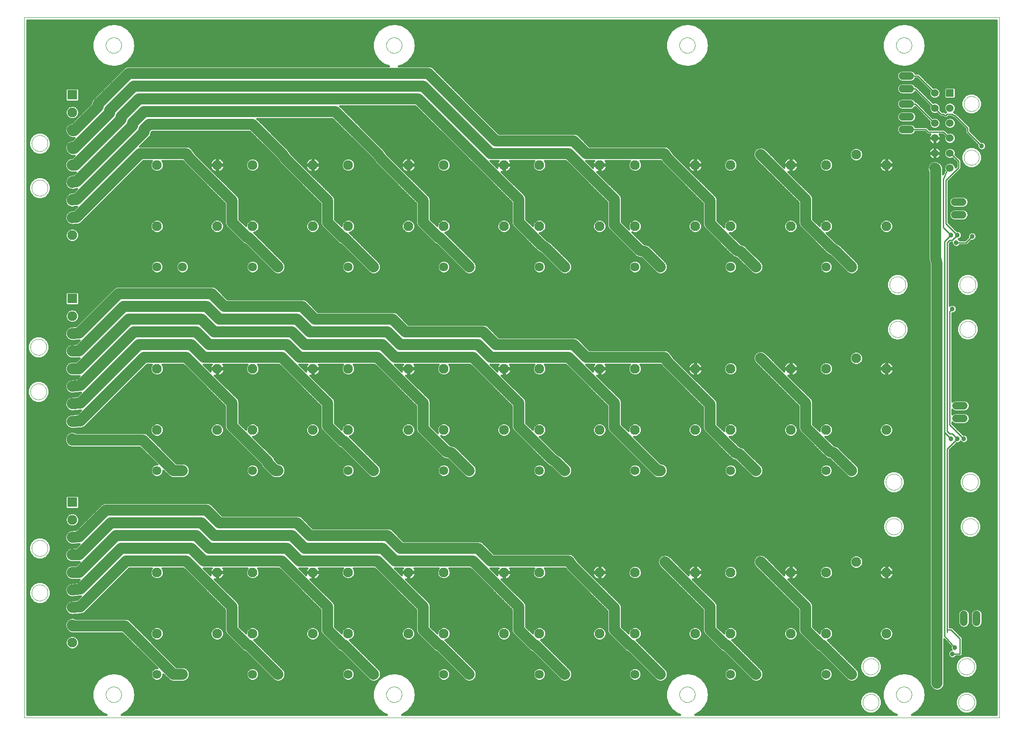
<source format=gbl>
G75*
G70*
%OFA0B0*%
%FSLAX24Y24*%
%IPPOS*%
%LPD*%
%AMOC8*
5,1,8,0,0,1.08239X$1,22.5*
%
%ADD10C,0.0000*%
%ADD11C,0.0602*%
%ADD12R,0.0602X0.0602*%
%ADD13C,0.0768*%
%ADD14C,0.0709*%
%ADD15R,0.0768X0.0768*%
%ADD16C,0.0600*%
%ADD17C,0.0100*%
%ADD18C,0.0380*%
%ADD19C,0.0160*%
%ADD20C,0.0850*%
%ADD21C,0.0531*%
D10*
X003386Y001189D02*
X003386Y056189D01*
X079886Y056189D01*
X079886Y001189D01*
X003386Y001189D01*
X009776Y002992D02*
X009778Y003041D01*
X009784Y003090D01*
X009794Y003138D01*
X009807Y003185D01*
X009825Y003231D01*
X009846Y003275D01*
X009870Y003318D01*
X009898Y003358D01*
X009929Y003397D01*
X009963Y003432D01*
X010000Y003465D01*
X010039Y003494D01*
X010081Y003520D01*
X010124Y003543D01*
X010170Y003562D01*
X010216Y003578D01*
X010264Y003590D01*
X010312Y003598D01*
X010361Y003602D01*
X010411Y003602D01*
X010460Y003598D01*
X010508Y003590D01*
X010556Y003578D01*
X010602Y003562D01*
X010648Y003543D01*
X010691Y003520D01*
X010733Y003494D01*
X010772Y003465D01*
X010809Y003432D01*
X010843Y003397D01*
X010874Y003358D01*
X010902Y003318D01*
X010926Y003275D01*
X010947Y003231D01*
X010965Y003185D01*
X010978Y003138D01*
X010988Y003090D01*
X010994Y003041D01*
X010996Y002992D01*
X010994Y002943D01*
X010988Y002894D01*
X010978Y002846D01*
X010965Y002799D01*
X010947Y002753D01*
X010926Y002709D01*
X010902Y002666D01*
X010874Y002626D01*
X010843Y002587D01*
X010809Y002552D01*
X010772Y002519D01*
X010733Y002490D01*
X010691Y002464D01*
X010648Y002441D01*
X010602Y002422D01*
X010556Y002406D01*
X010508Y002394D01*
X010460Y002386D01*
X010411Y002382D01*
X010361Y002382D01*
X010312Y002386D01*
X010264Y002394D01*
X010216Y002406D01*
X010170Y002422D01*
X010124Y002441D01*
X010081Y002464D01*
X010039Y002490D01*
X010000Y002519D01*
X009963Y002552D01*
X009929Y002587D01*
X009898Y002626D01*
X009870Y002666D01*
X009846Y002709D01*
X009825Y002753D01*
X009807Y002799D01*
X009794Y002846D01*
X009784Y002894D01*
X009778Y002943D01*
X009776Y002992D01*
X003956Y010989D02*
X003958Y011039D01*
X003964Y011089D01*
X003974Y011138D01*
X003988Y011186D01*
X004005Y011233D01*
X004026Y011278D01*
X004051Y011322D01*
X004079Y011363D01*
X004111Y011402D01*
X004145Y011439D01*
X004182Y011473D01*
X004222Y011503D01*
X004264Y011530D01*
X004308Y011554D01*
X004354Y011575D01*
X004401Y011591D01*
X004449Y011604D01*
X004499Y011613D01*
X004548Y011618D01*
X004599Y011619D01*
X004649Y011616D01*
X004698Y011609D01*
X004747Y011598D01*
X004795Y011583D01*
X004841Y011565D01*
X004886Y011543D01*
X004929Y011517D01*
X004970Y011488D01*
X005009Y011456D01*
X005045Y011421D01*
X005077Y011383D01*
X005107Y011343D01*
X005134Y011300D01*
X005157Y011256D01*
X005176Y011210D01*
X005192Y011162D01*
X005204Y011113D01*
X005212Y011064D01*
X005216Y011014D01*
X005216Y010964D01*
X005212Y010914D01*
X005204Y010865D01*
X005192Y010816D01*
X005176Y010768D01*
X005157Y010722D01*
X005134Y010678D01*
X005107Y010635D01*
X005077Y010595D01*
X005045Y010557D01*
X005009Y010522D01*
X004970Y010490D01*
X004929Y010461D01*
X004886Y010435D01*
X004841Y010413D01*
X004795Y010395D01*
X004747Y010380D01*
X004698Y010369D01*
X004649Y010362D01*
X004599Y010359D01*
X004548Y010360D01*
X004499Y010365D01*
X004449Y010374D01*
X004401Y010387D01*
X004354Y010403D01*
X004308Y010424D01*
X004264Y010448D01*
X004222Y010475D01*
X004182Y010505D01*
X004145Y010539D01*
X004111Y010576D01*
X004079Y010615D01*
X004051Y010656D01*
X004026Y010700D01*
X004005Y010745D01*
X003988Y010792D01*
X003974Y010840D01*
X003964Y010889D01*
X003958Y010939D01*
X003956Y010989D01*
X003956Y014489D02*
X003958Y014539D01*
X003964Y014589D01*
X003974Y014638D01*
X003988Y014686D01*
X004005Y014733D01*
X004026Y014778D01*
X004051Y014822D01*
X004079Y014863D01*
X004111Y014902D01*
X004145Y014939D01*
X004182Y014973D01*
X004222Y015003D01*
X004264Y015030D01*
X004308Y015054D01*
X004354Y015075D01*
X004401Y015091D01*
X004449Y015104D01*
X004499Y015113D01*
X004548Y015118D01*
X004599Y015119D01*
X004649Y015116D01*
X004698Y015109D01*
X004747Y015098D01*
X004795Y015083D01*
X004841Y015065D01*
X004886Y015043D01*
X004929Y015017D01*
X004970Y014988D01*
X005009Y014956D01*
X005045Y014921D01*
X005077Y014883D01*
X005107Y014843D01*
X005134Y014800D01*
X005157Y014756D01*
X005176Y014710D01*
X005192Y014662D01*
X005204Y014613D01*
X005212Y014564D01*
X005216Y014514D01*
X005216Y014464D01*
X005212Y014414D01*
X005204Y014365D01*
X005192Y014316D01*
X005176Y014268D01*
X005157Y014222D01*
X005134Y014178D01*
X005107Y014135D01*
X005077Y014095D01*
X005045Y014057D01*
X005009Y014022D01*
X004970Y013990D01*
X004929Y013961D01*
X004886Y013935D01*
X004841Y013913D01*
X004795Y013895D01*
X004747Y013880D01*
X004698Y013869D01*
X004649Y013862D01*
X004599Y013859D01*
X004548Y013860D01*
X004499Y013865D01*
X004449Y013874D01*
X004401Y013887D01*
X004354Y013903D01*
X004308Y013924D01*
X004264Y013948D01*
X004222Y013975D01*
X004182Y014005D01*
X004145Y014039D01*
X004111Y014076D01*
X004079Y014115D01*
X004051Y014156D01*
X004026Y014200D01*
X004005Y014245D01*
X003988Y014292D01*
X003974Y014340D01*
X003964Y014389D01*
X003958Y014439D01*
X003956Y014489D01*
X003856Y026789D02*
X003858Y026839D01*
X003864Y026889D01*
X003874Y026938D01*
X003888Y026986D01*
X003905Y027033D01*
X003926Y027078D01*
X003951Y027122D01*
X003979Y027163D01*
X004011Y027202D01*
X004045Y027239D01*
X004082Y027273D01*
X004122Y027303D01*
X004164Y027330D01*
X004208Y027354D01*
X004254Y027375D01*
X004301Y027391D01*
X004349Y027404D01*
X004399Y027413D01*
X004448Y027418D01*
X004499Y027419D01*
X004549Y027416D01*
X004598Y027409D01*
X004647Y027398D01*
X004695Y027383D01*
X004741Y027365D01*
X004786Y027343D01*
X004829Y027317D01*
X004870Y027288D01*
X004909Y027256D01*
X004945Y027221D01*
X004977Y027183D01*
X005007Y027143D01*
X005034Y027100D01*
X005057Y027056D01*
X005076Y027010D01*
X005092Y026962D01*
X005104Y026913D01*
X005112Y026864D01*
X005116Y026814D01*
X005116Y026764D01*
X005112Y026714D01*
X005104Y026665D01*
X005092Y026616D01*
X005076Y026568D01*
X005057Y026522D01*
X005034Y026478D01*
X005007Y026435D01*
X004977Y026395D01*
X004945Y026357D01*
X004909Y026322D01*
X004870Y026290D01*
X004829Y026261D01*
X004786Y026235D01*
X004741Y026213D01*
X004695Y026195D01*
X004647Y026180D01*
X004598Y026169D01*
X004549Y026162D01*
X004499Y026159D01*
X004448Y026160D01*
X004399Y026165D01*
X004349Y026174D01*
X004301Y026187D01*
X004254Y026203D01*
X004208Y026224D01*
X004164Y026248D01*
X004122Y026275D01*
X004082Y026305D01*
X004045Y026339D01*
X004011Y026376D01*
X003979Y026415D01*
X003951Y026456D01*
X003926Y026500D01*
X003905Y026545D01*
X003888Y026592D01*
X003874Y026640D01*
X003864Y026689D01*
X003858Y026739D01*
X003856Y026789D01*
X003856Y030289D02*
X003858Y030339D01*
X003864Y030389D01*
X003874Y030438D01*
X003888Y030486D01*
X003905Y030533D01*
X003926Y030578D01*
X003951Y030622D01*
X003979Y030663D01*
X004011Y030702D01*
X004045Y030739D01*
X004082Y030773D01*
X004122Y030803D01*
X004164Y030830D01*
X004208Y030854D01*
X004254Y030875D01*
X004301Y030891D01*
X004349Y030904D01*
X004399Y030913D01*
X004448Y030918D01*
X004499Y030919D01*
X004549Y030916D01*
X004598Y030909D01*
X004647Y030898D01*
X004695Y030883D01*
X004741Y030865D01*
X004786Y030843D01*
X004829Y030817D01*
X004870Y030788D01*
X004909Y030756D01*
X004945Y030721D01*
X004977Y030683D01*
X005007Y030643D01*
X005034Y030600D01*
X005057Y030556D01*
X005076Y030510D01*
X005092Y030462D01*
X005104Y030413D01*
X005112Y030364D01*
X005116Y030314D01*
X005116Y030264D01*
X005112Y030214D01*
X005104Y030165D01*
X005092Y030116D01*
X005076Y030068D01*
X005057Y030022D01*
X005034Y029978D01*
X005007Y029935D01*
X004977Y029895D01*
X004945Y029857D01*
X004909Y029822D01*
X004870Y029790D01*
X004829Y029761D01*
X004786Y029735D01*
X004741Y029713D01*
X004695Y029695D01*
X004647Y029680D01*
X004598Y029669D01*
X004549Y029662D01*
X004499Y029659D01*
X004448Y029660D01*
X004399Y029665D01*
X004349Y029674D01*
X004301Y029687D01*
X004254Y029703D01*
X004208Y029724D01*
X004164Y029748D01*
X004122Y029775D01*
X004082Y029805D01*
X004045Y029839D01*
X004011Y029876D01*
X003979Y029915D01*
X003951Y029956D01*
X003926Y030000D01*
X003905Y030045D01*
X003888Y030092D01*
X003874Y030140D01*
X003864Y030189D01*
X003858Y030239D01*
X003856Y030289D01*
X003956Y042789D02*
X003958Y042839D01*
X003964Y042889D01*
X003974Y042938D01*
X003988Y042986D01*
X004005Y043033D01*
X004026Y043078D01*
X004051Y043122D01*
X004079Y043163D01*
X004111Y043202D01*
X004145Y043239D01*
X004182Y043273D01*
X004222Y043303D01*
X004264Y043330D01*
X004308Y043354D01*
X004354Y043375D01*
X004401Y043391D01*
X004449Y043404D01*
X004499Y043413D01*
X004548Y043418D01*
X004599Y043419D01*
X004649Y043416D01*
X004698Y043409D01*
X004747Y043398D01*
X004795Y043383D01*
X004841Y043365D01*
X004886Y043343D01*
X004929Y043317D01*
X004970Y043288D01*
X005009Y043256D01*
X005045Y043221D01*
X005077Y043183D01*
X005107Y043143D01*
X005134Y043100D01*
X005157Y043056D01*
X005176Y043010D01*
X005192Y042962D01*
X005204Y042913D01*
X005212Y042864D01*
X005216Y042814D01*
X005216Y042764D01*
X005212Y042714D01*
X005204Y042665D01*
X005192Y042616D01*
X005176Y042568D01*
X005157Y042522D01*
X005134Y042478D01*
X005107Y042435D01*
X005077Y042395D01*
X005045Y042357D01*
X005009Y042322D01*
X004970Y042290D01*
X004929Y042261D01*
X004886Y042235D01*
X004841Y042213D01*
X004795Y042195D01*
X004747Y042180D01*
X004698Y042169D01*
X004649Y042162D01*
X004599Y042159D01*
X004548Y042160D01*
X004499Y042165D01*
X004449Y042174D01*
X004401Y042187D01*
X004354Y042203D01*
X004308Y042224D01*
X004264Y042248D01*
X004222Y042275D01*
X004182Y042305D01*
X004145Y042339D01*
X004111Y042376D01*
X004079Y042415D01*
X004051Y042456D01*
X004026Y042500D01*
X004005Y042545D01*
X003988Y042592D01*
X003974Y042640D01*
X003964Y042689D01*
X003958Y042739D01*
X003956Y042789D01*
X003956Y046289D02*
X003958Y046339D01*
X003964Y046389D01*
X003974Y046438D01*
X003988Y046486D01*
X004005Y046533D01*
X004026Y046578D01*
X004051Y046622D01*
X004079Y046663D01*
X004111Y046702D01*
X004145Y046739D01*
X004182Y046773D01*
X004222Y046803D01*
X004264Y046830D01*
X004308Y046854D01*
X004354Y046875D01*
X004401Y046891D01*
X004449Y046904D01*
X004499Y046913D01*
X004548Y046918D01*
X004599Y046919D01*
X004649Y046916D01*
X004698Y046909D01*
X004747Y046898D01*
X004795Y046883D01*
X004841Y046865D01*
X004886Y046843D01*
X004929Y046817D01*
X004970Y046788D01*
X005009Y046756D01*
X005045Y046721D01*
X005077Y046683D01*
X005107Y046643D01*
X005134Y046600D01*
X005157Y046556D01*
X005176Y046510D01*
X005192Y046462D01*
X005204Y046413D01*
X005212Y046364D01*
X005216Y046314D01*
X005216Y046264D01*
X005212Y046214D01*
X005204Y046165D01*
X005192Y046116D01*
X005176Y046068D01*
X005157Y046022D01*
X005134Y045978D01*
X005107Y045935D01*
X005077Y045895D01*
X005045Y045857D01*
X005009Y045822D01*
X004970Y045790D01*
X004929Y045761D01*
X004886Y045735D01*
X004841Y045713D01*
X004795Y045695D01*
X004747Y045680D01*
X004698Y045669D01*
X004649Y045662D01*
X004599Y045659D01*
X004548Y045660D01*
X004499Y045665D01*
X004449Y045674D01*
X004401Y045687D01*
X004354Y045703D01*
X004308Y045724D01*
X004264Y045748D01*
X004222Y045775D01*
X004182Y045805D01*
X004145Y045839D01*
X004111Y045876D01*
X004079Y045915D01*
X004051Y045956D01*
X004026Y046000D01*
X004005Y046045D01*
X003988Y046092D01*
X003974Y046140D01*
X003964Y046189D01*
X003958Y046239D01*
X003956Y046289D01*
X009776Y053992D02*
X009778Y054041D01*
X009784Y054090D01*
X009794Y054138D01*
X009807Y054185D01*
X009825Y054231D01*
X009846Y054275D01*
X009870Y054318D01*
X009898Y054358D01*
X009929Y054397D01*
X009963Y054432D01*
X010000Y054465D01*
X010039Y054494D01*
X010081Y054520D01*
X010124Y054543D01*
X010170Y054562D01*
X010216Y054578D01*
X010264Y054590D01*
X010312Y054598D01*
X010361Y054602D01*
X010411Y054602D01*
X010460Y054598D01*
X010508Y054590D01*
X010556Y054578D01*
X010602Y054562D01*
X010648Y054543D01*
X010691Y054520D01*
X010733Y054494D01*
X010772Y054465D01*
X010809Y054432D01*
X010843Y054397D01*
X010874Y054358D01*
X010902Y054318D01*
X010926Y054275D01*
X010947Y054231D01*
X010965Y054185D01*
X010978Y054138D01*
X010988Y054090D01*
X010994Y054041D01*
X010996Y053992D01*
X010994Y053943D01*
X010988Y053894D01*
X010978Y053846D01*
X010965Y053799D01*
X010947Y053753D01*
X010926Y053709D01*
X010902Y053666D01*
X010874Y053626D01*
X010843Y053587D01*
X010809Y053552D01*
X010772Y053519D01*
X010733Y053490D01*
X010691Y053464D01*
X010648Y053441D01*
X010602Y053422D01*
X010556Y053406D01*
X010508Y053394D01*
X010460Y053386D01*
X010411Y053382D01*
X010361Y053382D01*
X010312Y053386D01*
X010264Y053394D01*
X010216Y053406D01*
X010170Y053422D01*
X010124Y053441D01*
X010081Y053464D01*
X010039Y053490D01*
X010000Y053519D01*
X009963Y053552D01*
X009929Y053587D01*
X009898Y053626D01*
X009870Y053666D01*
X009846Y053709D01*
X009825Y053753D01*
X009807Y053799D01*
X009794Y053846D01*
X009784Y053894D01*
X009778Y053943D01*
X009776Y053992D01*
X031776Y053992D02*
X031778Y054041D01*
X031784Y054090D01*
X031794Y054138D01*
X031807Y054185D01*
X031825Y054231D01*
X031846Y054275D01*
X031870Y054318D01*
X031898Y054358D01*
X031929Y054397D01*
X031963Y054432D01*
X032000Y054465D01*
X032039Y054494D01*
X032081Y054520D01*
X032124Y054543D01*
X032170Y054562D01*
X032216Y054578D01*
X032264Y054590D01*
X032312Y054598D01*
X032361Y054602D01*
X032411Y054602D01*
X032460Y054598D01*
X032508Y054590D01*
X032556Y054578D01*
X032602Y054562D01*
X032648Y054543D01*
X032691Y054520D01*
X032733Y054494D01*
X032772Y054465D01*
X032809Y054432D01*
X032843Y054397D01*
X032874Y054358D01*
X032902Y054318D01*
X032926Y054275D01*
X032947Y054231D01*
X032965Y054185D01*
X032978Y054138D01*
X032988Y054090D01*
X032994Y054041D01*
X032996Y053992D01*
X032994Y053943D01*
X032988Y053894D01*
X032978Y053846D01*
X032965Y053799D01*
X032947Y053753D01*
X032926Y053709D01*
X032902Y053666D01*
X032874Y053626D01*
X032843Y053587D01*
X032809Y053552D01*
X032772Y053519D01*
X032733Y053490D01*
X032691Y053464D01*
X032648Y053441D01*
X032602Y053422D01*
X032556Y053406D01*
X032508Y053394D01*
X032460Y053386D01*
X032411Y053382D01*
X032361Y053382D01*
X032312Y053386D01*
X032264Y053394D01*
X032216Y053406D01*
X032170Y053422D01*
X032124Y053441D01*
X032081Y053464D01*
X032039Y053490D01*
X032000Y053519D01*
X031963Y053552D01*
X031929Y053587D01*
X031898Y053626D01*
X031870Y053666D01*
X031846Y053709D01*
X031825Y053753D01*
X031807Y053799D01*
X031794Y053846D01*
X031784Y053894D01*
X031778Y053943D01*
X031776Y053992D01*
X054776Y053992D02*
X054778Y054041D01*
X054784Y054090D01*
X054794Y054138D01*
X054807Y054185D01*
X054825Y054231D01*
X054846Y054275D01*
X054870Y054318D01*
X054898Y054358D01*
X054929Y054397D01*
X054963Y054432D01*
X055000Y054465D01*
X055039Y054494D01*
X055081Y054520D01*
X055124Y054543D01*
X055170Y054562D01*
X055216Y054578D01*
X055264Y054590D01*
X055312Y054598D01*
X055361Y054602D01*
X055411Y054602D01*
X055460Y054598D01*
X055508Y054590D01*
X055556Y054578D01*
X055602Y054562D01*
X055648Y054543D01*
X055691Y054520D01*
X055733Y054494D01*
X055772Y054465D01*
X055809Y054432D01*
X055843Y054397D01*
X055874Y054358D01*
X055902Y054318D01*
X055926Y054275D01*
X055947Y054231D01*
X055965Y054185D01*
X055978Y054138D01*
X055988Y054090D01*
X055994Y054041D01*
X055996Y053992D01*
X055994Y053943D01*
X055988Y053894D01*
X055978Y053846D01*
X055965Y053799D01*
X055947Y053753D01*
X055926Y053709D01*
X055902Y053666D01*
X055874Y053626D01*
X055843Y053587D01*
X055809Y053552D01*
X055772Y053519D01*
X055733Y053490D01*
X055691Y053464D01*
X055648Y053441D01*
X055602Y053422D01*
X055556Y053406D01*
X055508Y053394D01*
X055460Y053386D01*
X055411Y053382D01*
X055361Y053382D01*
X055312Y053386D01*
X055264Y053394D01*
X055216Y053406D01*
X055170Y053422D01*
X055124Y053441D01*
X055081Y053464D01*
X055039Y053490D01*
X055000Y053519D01*
X054963Y053552D01*
X054929Y053587D01*
X054898Y053626D01*
X054870Y053666D01*
X054846Y053709D01*
X054825Y053753D01*
X054807Y053799D01*
X054794Y053846D01*
X054784Y053894D01*
X054778Y053943D01*
X054776Y053992D01*
X071776Y053992D02*
X071778Y054041D01*
X071784Y054090D01*
X071794Y054138D01*
X071807Y054185D01*
X071825Y054231D01*
X071846Y054275D01*
X071870Y054318D01*
X071898Y054358D01*
X071929Y054397D01*
X071963Y054432D01*
X072000Y054465D01*
X072039Y054494D01*
X072081Y054520D01*
X072124Y054543D01*
X072170Y054562D01*
X072216Y054578D01*
X072264Y054590D01*
X072312Y054598D01*
X072361Y054602D01*
X072411Y054602D01*
X072460Y054598D01*
X072508Y054590D01*
X072556Y054578D01*
X072602Y054562D01*
X072648Y054543D01*
X072691Y054520D01*
X072733Y054494D01*
X072772Y054465D01*
X072809Y054432D01*
X072843Y054397D01*
X072874Y054358D01*
X072902Y054318D01*
X072926Y054275D01*
X072947Y054231D01*
X072965Y054185D01*
X072978Y054138D01*
X072988Y054090D01*
X072994Y054041D01*
X072996Y053992D01*
X072994Y053943D01*
X072988Y053894D01*
X072978Y053846D01*
X072965Y053799D01*
X072947Y053753D01*
X072926Y053709D01*
X072902Y053666D01*
X072874Y053626D01*
X072843Y053587D01*
X072809Y053552D01*
X072772Y053519D01*
X072733Y053490D01*
X072691Y053464D01*
X072648Y053441D01*
X072602Y053422D01*
X072556Y053406D01*
X072508Y053394D01*
X072460Y053386D01*
X072411Y053382D01*
X072361Y053382D01*
X072312Y053386D01*
X072264Y053394D01*
X072216Y053406D01*
X072170Y053422D01*
X072124Y053441D01*
X072081Y053464D01*
X072039Y053490D01*
X072000Y053519D01*
X071963Y053552D01*
X071929Y053587D01*
X071898Y053626D01*
X071870Y053666D01*
X071846Y053709D01*
X071825Y053753D01*
X071807Y053799D01*
X071794Y053846D01*
X071784Y053894D01*
X071778Y053943D01*
X071776Y053992D01*
X077095Y049396D02*
X077097Y049444D01*
X077103Y049492D01*
X077113Y049539D01*
X077126Y049585D01*
X077144Y049630D01*
X077164Y049674D01*
X077189Y049716D01*
X077217Y049755D01*
X077247Y049792D01*
X077281Y049826D01*
X077318Y049858D01*
X077356Y049887D01*
X077397Y049912D01*
X077440Y049934D01*
X077485Y049952D01*
X077531Y049966D01*
X077578Y049977D01*
X077626Y049984D01*
X077674Y049987D01*
X077722Y049986D01*
X077770Y049981D01*
X077818Y049972D01*
X077864Y049960D01*
X077909Y049943D01*
X077953Y049923D01*
X077995Y049900D01*
X078035Y049873D01*
X078073Y049843D01*
X078108Y049810D01*
X078140Y049774D01*
X078170Y049736D01*
X078196Y049695D01*
X078218Y049652D01*
X078238Y049608D01*
X078253Y049563D01*
X078265Y049516D01*
X078273Y049468D01*
X078277Y049420D01*
X078277Y049372D01*
X078273Y049324D01*
X078265Y049276D01*
X078253Y049229D01*
X078238Y049184D01*
X078218Y049140D01*
X078196Y049097D01*
X078170Y049056D01*
X078140Y049018D01*
X078108Y048982D01*
X078073Y048949D01*
X078035Y048919D01*
X077995Y048892D01*
X077953Y048869D01*
X077909Y048849D01*
X077864Y048832D01*
X077818Y048820D01*
X077770Y048811D01*
X077722Y048806D01*
X077674Y048805D01*
X077626Y048808D01*
X077578Y048815D01*
X077531Y048826D01*
X077485Y048840D01*
X077440Y048858D01*
X077397Y048880D01*
X077356Y048905D01*
X077318Y048934D01*
X077281Y048966D01*
X077247Y049000D01*
X077217Y049037D01*
X077189Y049076D01*
X077164Y049118D01*
X077144Y049162D01*
X077126Y049207D01*
X077113Y049253D01*
X077103Y049300D01*
X077097Y049348D01*
X077095Y049396D01*
X077095Y045183D02*
X077097Y045231D01*
X077103Y045279D01*
X077113Y045326D01*
X077126Y045372D01*
X077144Y045417D01*
X077164Y045461D01*
X077189Y045503D01*
X077217Y045542D01*
X077247Y045579D01*
X077281Y045613D01*
X077318Y045645D01*
X077356Y045674D01*
X077397Y045699D01*
X077440Y045721D01*
X077485Y045739D01*
X077531Y045753D01*
X077578Y045764D01*
X077626Y045771D01*
X077674Y045774D01*
X077722Y045773D01*
X077770Y045768D01*
X077818Y045759D01*
X077864Y045747D01*
X077909Y045730D01*
X077953Y045710D01*
X077995Y045687D01*
X078035Y045660D01*
X078073Y045630D01*
X078108Y045597D01*
X078140Y045561D01*
X078170Y045523D01*
X078196Y045482D01*
X078218Y045439D01*
X078238Y045395D01*
X078253Y045350D01*
X078265Y045303D01*
X078273Y045255D01*
X078277Y045207D01*
X078277Y045159D01*
X078273Y045111D01*
X078265Y045063D01*
X078253Y045016D01*
X078238Y044971D01*
X078218Y044927D01*
X078196Y044884D01*
X078170Y044843D01*
X078140Y044805D01*
X078108Y044769D01*
X078073Y044736D01*
X078035Y044706D01*
X077995Y044679D01*
X077953Y044656D01*
X077909Y044636D01*
X077864Y044619D01*
X077818Y044607D01*
X077770Y044598D01*
X077722Y044593D01*
X077674Y044592D01*
X077626Y044595D01*
X077578Y044602D01*
X077531Y044613D01*
X077485Y044627D01*
X077440Y044645D01*
X077397Y044667D01*
X077356Y044692D01*
X077318Y044721D01*
X077281Y044753D01*
X077247Y044787D01*
X077217Y044824D01*
X077189Y044863D01*
X077164Y044905D01*
X077144Y044949D01*
X077126Y044994D01*
X077113Y045040D01*
X077103Y045087D01*
X077097Y045135D01*
X077095Y045183D01*
X076756Y035189D02*
X076758Y035239D01*
X076764Y035289D01*
X076774Y035338D01*
X076788Y035386D01*
X076805Y035433D01*
X076826Y035478D01*
X076851Y035522D01*
X076879Y035563D01*
X076911Y035602D01*
X076945Y035639D01*
X076982Y035673D01*
X077022Y035703D01*
X077064Y035730D01*
X077108Y035754D01*
X077154Y035775D01*
X077201Y035791D01*
X077249Y035804D01*
X077299Y035813D01*
X077348Y035818D01*
X077399Y035819D01*
X077449Y035816D01*
X077498Y035809D01*
X077547Y035798D01*
X077595Y035783D01*
X077641Y035765D01*
X077686Y035743D01*
X077729Y035717D01*
X077770Y035688D01*
X077809Y035656D01*
X077845Y035621D01*
X077877Y035583D01*
X077907Y035543D01*
X077934Y035500D01*
X077957Y035456D01*
X077976Y035410D01*
X077992Y035362D01*
X078004Y035313D01*
X078012Y035264D01*
X078016Y035214D01*
X078016Y035164D01*
X078012Y035114D01*
X078004Y035065D01*
X077992Y035016D01*
X077976Y034968D01*
X077957Y034922D01*
X077934Y034878D01*
X077907Y034835D01*
X077877Y034795D01*
X077845Y034757D01*
X077809Y034722D01*
X077770Y034690D01*
X077729Y034661D01*
X077686Y034635D01*
X077641Y034613D01*
X077595Y034595D01*
X077547Y034580D01*
X077498Y034569D01*
X077449Y034562D01*
X077399Y034559D01*
X077348Y034560D01*
X077299Y034565D01*
X077249Y034574D01*
X077201Y034587D01*
X077154Y034603D01*
X077108Y034624D01*
X077064Y034648D01*
X077022Y034675D01*
X076982Y034705D01*
X076945Y034739D01*
X076911Y034776D01*
X076879Y034815D01*
X076851Y034856D01*
X076826Y034900D01*
X076805Y034945D01*
X076788Y034992D01*
X076774Y035040D01*
X076764Y035089D01*
X076758Y035139D01*
X076756Y035189D01*
X076756Y031689D02*
X076758Y031739D01*
X076764Y031789D01*
X076774Y031838D01*
X076788Y031886D01*
X076805Y031933D01*
X076826Y031978D01*
X076851Y032022D01*
X076879Y032063D01*
X076911Y032102D01*
X076945Y032139D01*
X076982Y032173D01*
X077022Y032203D01*
X077064Y032230D01*
X077108Y032254D01*
X077154Y032275D01*
X077201Y032291D01*
X077249Y032304D01*
X077299Y032313D01*
X077348Y032318D01*
X077399Y032319D01*
X077449Y032316D01*
X077498Y032309D01*
X077547Y032298D01*
X077595Y032283D01*
X077641Y032265D01*
X077686Y032243D01*
X077729Y032217D01*
X077770Y032188D01*
X077809Y032156D01*
X077845Y032121D01*
X077877Y032083D01*
X077907Y032043D01*
X077934Y032000D01*
X077957Y031956D01*
X077976Y031910D01*
X077992Y031862D01*
X078004Y031813D01*
X078012Y031764D01*
X078016Y031714D01*
X078016Y031664D01*
X078012Y031614D01*
X078004Y031565D01*
X077992Y031516D01*
X077976Y031468D01*
X077957Y031422D01*
X077934Y031378D01*
X077907Y031335D01*
X077877Y031295D01*
X077845Y031257D01*
X077809Y031222D01*
X077770Y031190D01*
X077729Y031161D01*
X077686Y031135D01*
X077641Y031113D01*
X077595Y031095D01*
X077547Y031080D01*
X077498Y031069D01*
X077449Y031062D01*
X077399Y031059D01*
X077348Y031060D01*
X077299Y031065D01*
X077249Y031074D01*
X077201Y031087D01*
X077154Y031103D01*
X077108Y031124D01*
X077064Y031148D01*
X077022Y031175D01*
X076982Y031205D01*
X076945Y031239D01*
X076911Y031276D01*
X076879Y031315D01*
X076851Y031356D01*
X076826Y031400D01*
X076805Y031445D01*
X076788Y031492D01*
X076774Y031540D01*
X076764Y031589D01*
X076758Y031639D01*
X076756Y031689D01*
X071256Y031689D02*
X071258Y031739D01*
X071264Y031789D01*
X071274Y031838D01*
X071288Y031886D01*
X071305Y031933D01*
X071326Y031978D01*
X071351Y032022D01*
X071379Y032063D01*
X071411Y032102D01*
X071445Y032139D01*
X071482Y032173D01*
X071522Y032203D01*
X071564Y032230D01*
X071608Y032254D01*
X071654Y032275D01*
X071701Y032291D01*
X071749Y032304D01*
X071799Y032313D01*
X071848Y032318D01*
X071899Y032319D01*
X071949Y032316D01*
X071998Y032309D01*
X072047Y032298D01*
X072095Y032283D01*
X072141Y032265D01*
X072186Y032243D01*
X072229Y032217D01*
X072270Y032188D01*
X072309Y032156D01*
X072345Y032121D01*
X072377Y032083D01*
X072407Y032043D01*
X072434Y032000D01*
X072457Y031956D01*
X072476Y031910D01*
X072492Y031862D01*
X072504Y031813D01*
X072512Y031764D01*
X072516Y031714D01*
X072516Y031664D01*
X072512Y031614D01*
X072504Y031565D01*
X072492Y031516D01*
X072476Y031468D01*
X072457Y031422D01*
X072434Y031378D01*
X072407Y031335D01*
X072377Y031295D01*
X072345Y031257D01*
X072309Y031222D01*
X072270Y031190D01*
X072229Y031161D01*
X072186Y031135D01*
X072141Y031113D01*
X072095Y031095D01*
X072047Y031080D01*
X071998Y031069D01*
X071949Y031062D01*
X071899Y031059D01*
X071848Y031060D01*
X071799Y031065D01*
X071749Y031074D01*
X071701Y031087D01*
X071654Y031103D01*
X071608Y031124D01*
X071564Y031148D01*
X071522Y031175D01*
X071482Y031205D01*
X071445Y031239D01*
X071411Y031276D01*
X071379Y031315D01*
X071351Y031356D01*
X071326Y031400D01*
X071305Y031445D01*
X071288Y031492D01*
X071274Y031540D01*
X071264Y031589D01*
X071258Y031639D01*
X071256Y031689D01*
X071256Y035189D02*
X071258Y035239D01*
X071264Y035289D01*
X071274Y035338D01*
X071288Y035386D01*
X071305Y035433D01*
X071326Y035478D01*
X071351Y035522D01*
X071379Y035563D01*
X071411Y035602D01*
X071445Y035639D01*
X071482Y035673D01*
X071522Y035703D01*
X071564Y035730D01*
X071608Y035754D01*
X071654Y035775D01*
X071701Y035791D01*
X071749Y035804D01*
X071799Y035813D01*
X071848Y035818D01*
X071899Y035819D01*
X071949Y035816D01*
X071998Y035809D01*
X072047Y035798D01*
X072095Y035783D01*
X072141Y035765D01*
X072186Y035743D01*
X072229Y035717D01*
X072270Y035688D01*
X072309Y035656D01*
X072345Y035621D01*
X072377Y035583D01*
X072407Y035543D01*
X072434Y035500D01*
X072457Y035456D01*
X072476Y035410D01*
X072492Y035362D01*
X072504Y035313D01*
X072512Y035264D01*
X072516Y035214D01*
X072516Y035164D01*
X072512Y035114D01*
X072504Y035065D01*
X072492Y035016D01*
X072476Y034968D01*
X072457Y034922D01*
X072434Y034878D01*
X072407Y034835D01*
X072377Y034795D01*
X072345Y034757D01*
X072309Y034722D01*
X072270Y034690D01*
X072229Y034661D01*
X072186Y034635D01*
X072141Y034613D01*
X072095Y034595D01*
X072047Y034580D01*
X071998Y034569D01*
X071949Y034562D01*
X071899Y034559D01*
X071848Y034560D01*
X071799Y034565D01*
X071749Y034574D01*
X071701Y034587D01*
X071654Y034603D01*
X071608Y034624D01*
X071564Y034648D01*
X071522Y034675D01*
X071482Y034705D01*
X071445Y034739D01*
X071411Y034776D01*
X071379Y034815D01*
X071351Y034856D01*
X071326Y034900D01*
X071305Y034945D01*
X071288Y034992D01*
X071274Y035040D01*
X071264Y035089D01*
X071258Y035139D01*
X071256Y035189D01*
X070956Y019689D02*
X070958Y019739D01*
X070964Y019789D01*
X070974Y019838D01*
X070988Y019886D01*
X071005Y019933D01*
X071026Y019978D01*
X071051Y020022D01*
X071079Y020063D01*
X071111Y020102D01*
X071145Y020139D01*
X071182Y020173D01*
X071222Y020203D01*
X071264Y020230D01*
X071308Y020254D01*
X071354Y020275D01*
X071401Y020291D01*
X071449Y020304D01*
X071499Y020313D01*
X071548Y020318D01*
X071599Y020319D01*
X071649Y020316D01*
X071698Y020309D01*
X071747Y020298D01*
X071795Y020283D01*
X071841Y020265D01*
X071886Y020243D01*
X071929Y020217D01*
X071970Y020188D01*
X072009Y020156D01*
X072045Y020121D01*
X072077Y020083D01*
X072107Y020043D01*
X072134Y020000D01*
X072157Y019956D01*
X072176Y019910D01*
X072192Y019862D01*
X072204Y019813D01*
X072212Y019764D01*
X072216Y019714D01*
X072216Y019664D01*
X072212Y019614D01*
X072204Y019565D01*
X072192Y019516D01*
X072176Y019468D01*
X072157Y019422D01*
X072134Y019378D01*
X072107Y019335D01*
X072077Y019295D01*
X072045Y019257D01*
X072009Y019222D01*
X071970Y019190D01*
X071929Y019161D01*
X071886Y019135D01*
X071841Y019113D01*
X071795Y019095D01*
X071747Y019080D01*
X071698Y019069D01*
X071649Y019062D01*
X071599Y019059D01*
X071548Y019060D01*
X071499Y019065D01*
X071449Y019074D01*
X071401Y019087D01*
X071354Y019103D01*
X071308Y019124D01*
X071264Y019148D01*
X071222Y019175D01*
X071182Y019205D01*
X071145Y019239D01*
X071111Y019276D01*
X071079Y019315D01*
X071051Y019356D01*
X071026Y019400D01*
X071005Y019445D01*
X070988Y019492D01*
X070974Y019540D01*
X070964Y019589D01*
X070958Y019639D01*
X070956Y019689D01*
X070956Y016189D02*
X070958Y016239D01*
X070964Y016289D01*
X070974Y016338D01*
X070988Y016386D01*
X071005Y016433D01*
X071026Y016478D01*
X071051Y016522D01*
X071079Y016563D01*
X071111Y016602D01*
X071145Y016639D01*
X071182Y016673D01*
X071222Y016703D01*
X071264Y016730D01*
X071308Y016754D01*
X071354Y016775D01*
X071401Y016791D01*
X071449Y016804D01*
X071499Y016813D01*
X071548Y016818D01*
X071599Y016819D01*
X071649Y016816D01*
X071698Y016809D01*
X071747Y016798D01*
X071795Y016783D01*
X071841Y016765D01*
X071886Y016743D01*
X071929Y016717D01*
X071970Y016688D01*
X072009Y016656D01*
X072045Y016621D01*
X072077Y016583D01*
X072107Y016543D01*
X072134Y016500D01*
X072157Y016456D01*
X072176Y016410D01*
X072192Y016362D01*
X072204Y016313D01*
X072212Y016264D01*
X072216Y016214D01*
X072216Y016164D01*
X072212Y016114D01*
X072204Y016065D01*
X072192Y016016D01*
X072176Y015968D01*
X072157Y015922D01*
X072134Y015878D01*
X072107Y015835D01*
X072077Y015795D01*
X072045Y015757D01*
X072009Y015722D01*
X071970Y015690D01*
X071929Y015661D01*
X071886Y015635D01*
X071841Y015613D01*
X071795Y015595D01*
X071747Y015580D01*
X071698Y015569D01*
X071649Y015562D01*
X071599Y015559D01*
X071548Y015560D01*
X071499Y015565D01*
X071449Y015574D01*
X071401Y015587D01*
X071354Y015603D01*
X071308Y015624D01*
X071264Y015648D01*
X071222Y015675D01*
X071182Y015705D01*
X071145Y015739D01*
X071111Y015776D01*
X071079Y015815D01*
X071051Y015856D01*
X071026Y015900D01*
X071005Y015945D01*
X070988Y015992D01*
X070974Y016040D01*
X070964Y016089D01*
X070958Y016139D01*
X070956Y016189D01*
X076956Y016189D02*
X076958Y016239D01*
X076964Y016289D01*
X076974Y016338D01*
X076988Y016386D01*
X077005Y016433D01*
X077026Y016478D01*
X077051Y016522D01*
X077079Y016563D01*
X077111Y016602D01*
X077145Y016639D01*
X077182Y016673D01*
X077222Y016703D01*
X077264Y016730D01*
X077308Y016754D01*
X077354Y016775D01*
X077401Y016791D01*
X077449Y016804D01*
X077499Y016813D01*
X077548Y016818D01*
X077599Y016819D01*
X077649Y016816D01*
X077698Y016809D01*
X077747Y016798D01*
X077795Y016783D01*
X077841Y016765D01*
X077886Y016743D01*
X077929Y016717D01*
X077970Y016688D01*
X078009Y016656D01*
X078045Y016621D01*
X078077Y016583D01*
X078107Y016543D01*
X078134Y016500D01*
X078157Y016456D01*
X078176Y016410D01*
X078192Y016362D01*
X078204Y016313D01*
X078212Y016264D01*
X078216Y016214D01*
X078216Y016164D01*
X078212Y016114D01*
X078204Y016065D01*
X078192Y016016D01*
X078176Y015968D01*
X078157Y015922D01*
X078134Y015878D01*
X078107Y015835D01*
X078077Y015795D01*
X078045Y015757D01*
X078009Y015722D01*
X077970Y015690D01*
X077929Y015661D01*
X077886Y015635D01*
X077841Y015613D01*
X077795Y015595D01*
X077747Y015580D01*
X077698Y015569D01*
X077649Y015562D01*
X077599Y015559D01*
X077548Y015560D01*
X077499Y015565D01*
X077449Y015574D01*
X077401Y015587D01*
X077354Y015603D01*
X077308Y015624D01*
X077264Y015648D01*
X077222Y015675D01*
X077182Y015705D01*
X077145Y015739D01*
X077111Y015776D01*
X077079Y015815D01*
X077051Y015856D01*
X077026Y015900D01*
X077005Y015945D01*
X076988Y015992D01*
X076974Y016040D01*
X076964Y016089D01*
X076958Y016139D01*
X076956Y016189D01*
X076956Y019689D02*
X076958Y019739D01*
X076964Y019789D01*
X076974Y019838D01*
X076988Y019886D01*
X077005Y019933D01*
X077026Y019978D01*
X077051Y020022D01*
X077079Y020063D01*
X077111Y020102D01*
X077145Y020139D01*
X077182Y020173D01*
X077222Y020203D01*
X077264Y020230D01*
X077308Y020254D01*
X077354Y020275D01*
X077401Y020291D01*
X077449Y020304D01*
X077499Y020313D01*
X077548Y020318D01*
X077599Y020319D01*
X077649Y020316D01*
X077698Y020309D01*
X077747Y020298D01*
X077795Y020283D01*
X077841Y020265D01*
X077886Y020243D01*
X077929Y020217D01*
X077970Y020188D01*
X078009Y020156D01*
X078045Y020121D01*
X078077Y020083D01*
X078107Y020043D01*
X078134Y020000D01*
X078157Y019956D01*
X078176Y019910D01*
X078192Y019862D01*
X078204Y019813D01*
X078212Y019764D01*
X078216Y019714D01*
X078216Y019664D01*
X078212Y019614D01*
X078204Y019565D01*
X078192Y019516D01*
X078176Y019468D01*
X078157Y019422D01*
X078134Y019378D01*
X078107Y019335D01*
X078077Y019295D01*
X078045Y019257D01*
X078009Y019222D01*
X077970Y019190D01*
X077929Y019161D01*
X077886Y019135D01*
X077841Y019113D01*
X077795Y019095D01*
X077747Y019080D01*
X077698Y019069D01*
X077649Y019062D01*
X077599Y019059D01*
X077548Y019060D01*
X077499Y019065D01*
X077449Y019074D01*
X077401Y019087D01*
X077354Y019103D01*
X077308Y019124D01*
X077264Y019148D01*
X077222Y019175D01*
X077182Y019205D01*
X077145Y019239D01*
X077111Y019276D01*
X077079Y019315D01*
X077051Y019356D01*
X077026Y019400D01*
X077005Y019445D01*
X076988Y019492D01*
X076974Y019540D01*
X076964Y019589D01*
X076958Y019639D01*
X076956Y019689D01*
X076656Y005189D02*
X076658Y005239D01*
X076664Y005289D01*
X076674Y005338D01*
X076688Y005386D01*
X076705Y005433D01*
X076726Y005478D01*
X076751Y005522D01*
X076779Y005563D01*
X076811Y005602D01*
X076845Y005639D01*
X076882Y005673D01*
X076922Y005703D01*
X076964Y005730D01*
X077008Y005754D01*
X077054Y005775D01*
X077101Y005791D01*
X077149Y005804D01*
X077199Y005813D01*
X077248Y005818D01*
X077299Y005819D01*
X077349Y005816D01*
X077398Y005809D01*
X077447Y005798D01*
X077495Y005783D01*
X077541Y005765D01*
X077586Y005743D01*
X077629Y005717D01*
X077670Y005688D01*
X077709Y005656D01*
X077745Y005621D01*
X077777Y005583D01*
X077807Y005543D01*
X077834Y005500D01*
X077857Y005456D01*
X077876Y005410D01*
X077892Y005362D01*
X077904Y005313D01*
X077912Y005264D01*
X077916Y005214D01*
X077916Y005164D01*
X077912Y005114D01*
X077904Y005065D01*
X077892Y005016D01*
X077876Y004968D01*
X077857Y004922D01*
X077834Y004878D01*
X077807Y004835D01*
X077777Y004795D01*
X077745Y004757D01*
X077709Y004722D01*
X077670Y004690D01*
X077629Y004661D01*
X077586Y004635D01*
X077541Y004613D01*
X077495Y004595D01*
X077447Y004580D01*
X077398Y004569D01*
X077349Y004562D01*
X077299Y004559D01*
X077248Y004560D01*
X077199Y004565D01*
X077149Y004574D01*
X077101Y004587D01*
X077054Y004603D01*
X077008Y004624D01*
X076964Y004648D01*
X076922Y004675D01*
X076882Y004705D01*
X076845Y004739D01*
X076811Y004776D01*
X076779Y004815D01*
X076751Y004856D01*
X076726Y004900D01*
X076705Y004945D01*
X076688Y004992D01*
X076674Y005040D01*
X076664Y005089D01*
X076658Y005139D01*
X076656Y005189D01*
X076656Y002389D02*
X076658Y002439D01*
X076664Y002489D01*
X076674Y002538D01*
X076688Y002586D01*
X076705Y002633D01*
X076726Y002678D01*
X076751Y002722D01*
X076779Y002763D01*
X076811Y002802D01*
X076845Y002839D01*
X076882Y002873D01*
X076922Y002903D01*
X076964Y002930D01*
X077008Y002954D01*
X077054Y002975D01*
X077101Y002991D01*
X077149Y003004D01*
X077199Y003013D01*
X077248Y003018D01*
X077299Y003019D01*
X077349Y003016D01*
X077398Y003009D01*
X077447Y002998D01*
X077495Y002983D01*
X077541Y002965D01*
X077586Y002943D01*
X077629Y002917D01*
X077670Y002888D01*
X077709Y002856D01*
X077745Y002821D01*
X077777Y002783D01*
X077807Y002743D01*
X077834Y002700D01*
X077857Y002656D01*
X077876Y002610D01*
X077892Y002562D01*
X077904Y002513D01*
X077912Y002464D01*
X077916Y002414D01*
X077916Y002364D01*
X077912Y002314D01*
X077904Y002265D01*
X077892Y002216D01*
X077876Y002168D01*
X077857Y002122D01*
X077834Y002078D01*
X077807Y002035D01*
X077777Y001995D01*
X077745Y001957D01*
X077709Y001922D01*
X077670Y001890D01*
X077629Y001861D01*
X077586Y001835D01*
X077541Y001813D01*
X077495Y001795D01*
X077447Y001780D01*
X077398Y001769D01*
X077349Y001762D01*
X077299Y001759D01*
X077248Y001760D01*
X077199Y001765D01*
X077149Y001774D01*
X077101Y001787D01*
X077054Y001803D01*
X077008Y001824D01*
X076964Y001848D01*
X076922Y001875D01*
X076882Y001905D01*
X076845Y001939D01*
X076811Y001976D01*
X076779Y002015D01*
X076751Y002056D01*
X076726Y002100D01*
X076705Y002145D01*
X076688Y002192D01*
X076674Y002240D01*
X076664Y002289D01*
X076658Y002339D01*
X076656Y002389D01*
X071776Y002992D02*
X071778Y003041D01*
X071784Y003090D01*
X071794Y003138D01*
X071807Y003185D01*
X071825Y003231D01*
X071846Y003275D01*
X071870Y003318D01*
X071898Y003358D01*
X071929Y003397D01*
X071963Y003432D01*
X072000Y003465D01*
X072039Y003494D01*
X072081Y003520D01*
X072124Y003543D01*
X072170Y003562D01*
X072216Y003578D01*
X072264Y003590D01*
X072312Y003598D01*
X072361Y003602D01*
X072411Y003602D01*
X072460Y003598D01*
X072508Y003590D01*
X072556Y003578D01*
X072602Y003562D01*
X072648Y003543D01*
X072691Y003520D01*
X072733Y003494D01*
X072772Y003465D01*
X072809Y003432D01*
X072843Y003397D01*
X072874Y003358D01*
X072902Y003318D01*
X072926Y003275D01*
X072947Y003231D01*
X072965Y003185D01*
X072978Y003138D01*
X072988Y003090D01*
X072994Y003041D01*
X072996Y002992D01*
X072994Y002943D01*
X072988Y002894D01*
X072978Y002846D01*
X072965Y002799D01*
X072947Y002753D01*
X072926Y002709D01*
X072902Y002666D01*
X072874Y002626D01*
X072843Y002587D01*
X072809Y002552D01*
X072772Y002519D01*
X072733Y002490D01*
X072691Y002464D01*
X072648Y002441D01*
X072602Y002422D01*
X072556Y002406D01*
X072508Y002394D01*
X072460Y002386D01*
X072411Y002382D01*
X072361Y002382D01*
X072312Y002386D01*
X072264Y002394D01*
X072216Y002406D01*
X072170Y002422D01*
X072124Y002441D01*
X072081Y002464D01*
X072039Y002490D01*
X072000Y002519D01*
X071963Y002552D01*
X071929Y002587D01*
X071898Y002626D01*
X071870Y002666D01*
X071846Y002709D01*
X071825Y002753D01*
X071807Y002799D01*
X071794Y002846D01*
X071784Y002894D01*
X071778Y002943D01*
X071776Y002992D01*
X069156Y002389D02*
X069158Y002439D01*
X069164Y002489D01*
X069174Y002538D01*
X069188Y002586D01*
X069205Y002633D01*
X069226Y002678D01*
X069251Y002722D01*
X069279Y002763D01*
X069311Y002802D01*
X069345Y002839D01*
X069382Y002873D01*
X069422Y002903D01*
X069464Y002930D01*
X069508Y002954D01*
X069554Y002975D01*
X069601Y002991D01*
X069649Y003004D01*
X069699Y003013D01*
X069748Y003018D01*
X069799Y003019D01*
X069849Y003016D01*
X069898Y003009D01*
X069947Y002998D01*
X069995Y002983D01*
X070041Y002965D01*
X070086Y002943D01*
X070129Y002917D01*
X070170Y002888D01*
X070209Y002856D01*
X070245Y002821D01*
X070277Y002783D01*
X070307Y002743D01*
X070334Y002700D01*
X070357Y002656D01*
X070376Y002610D01*
X070392Y002562D01*
X070404Y002513D01*
X070412Y002464D01*
X070416Y002414D01*
X070416Y002364D01*
X070412Y002314D01*
X070404Y002265D01*
X070392Y002216D01*
X070376Y002168D01*
X070357Y002122D01*
X070334Y002078D01*
X070307Y002035D01*
X070277Y001995D01*
X070245Y001957D01*
X070209Y001922D01*
X070170Y001890D01*
X070129Y001861D01*
X070086Y001835D01*
X070041Y001813D01*
X069995Y001795D01*
X069947Y001780D01*
X069898Y001769D01*
X069849Y001762D01*
X069799Y001759D01*
X069748Y001760D01*
X069699Y001765D01*
X069649Y001774D01*
X069601Y001787D01*
X069554Y001803D01*
X069508Y001824D01*
X069464Y001848D01*
X069422Y001875D01*
X069382Y001905D01*
X069345Y001939D01*
X069311Y001976D01*
X069279Y002015D01*
X069251Y002056D01*
X069226Y002100D01*
X069205Y002145D01*
X069188Y002192D01*
X069174Y002240D01*
X069164Y002289D01*
X069158Y002339D01*
X069156Y002389D01*
X069156Y005189D02*
X069158Y005239D01*
X069164Y005289D01*
X069174Y005338D01*
X069188Y005386D01*
X069205Y005433D01*
X069226Y005478D01*
X069251Y005522D01*
X069279Y005563D01*
X069311Y005602D01*
X069345Y005639D01*
X069382Y005673D01*
X069422Y005703D01*
X069464Y005730D01*
X069508Y005754D01*
X069554Y005775D01*
X069601Y005791D01*
X069649Y005804D01*
X069699Y005813D01*
X069748Y005818D01*
X069799Y005819D01*
X069849Y005816D01*
X069898Y005809D01*
X069947Y005798D01*
X069995Y005783D01*
X070041Y005765D01*
X070086Y005743D01*
X070129Y005717D01*
X070170Y005688D01*
X070209Y005656D01*
X070245Y005621D01*
X070277Y005583D01*
X070307Y005543D01*
X070334Y005500D01*
X070357Y005456D01*
X070376Y005410D01*
X070392Y005362D01*
X070404Y005313D01*
X070412Y005264D01*
X070416Y005214D01*
X070416Y005164D01*
X070412Y005114D01*
X070404Y005065D01*
X070392Y005016D01*
X070376Y004968D01*
X070357Y004922D01*
X070334Y004878D01*
X070307Y004835D01*
X070277Y004795D01*
X070245Y004757D01*
X070209Y004722D01*
X070170Y004690D01*
X070129Y004661D01*
X070086Y004635D01*
X070041Y004613D01*
X069995Y004595D01*
X069947Y004580D01*
X069898Y004569D01*
X069849Y004562D01*
X069799Y004559D01*
X069748Y004560D01*
X069699Y004565D01*
X069649Y004574D01*
X069601Y004587D01*
X069554Y004603D01*
X069508Y004624D01*
X069464Y004648D01*
X069422Y004675D01*
X069382Y004705D01*
X069345Y004739D01*
X069311Y004776D01*
X069279Y004815D01*
X069251Y004856D01*
X069226Y004900D01*
X069205Y004945D01*
X069188Y004992D01*
X069174Y005040D01*
X069164Y005089D01*
X069158Y005139D01*
X069156Y005189D01*
X054776Y002992D02*
X054778Y003041D01*
X054784Y003090D01*
X054794Y003138D01*
X054807Y003185D01*
X054825Y003231D01*
X054846Y003275D01*
X054870Y003318D01*
X054898Y003358D01*
X054929Y003397D01*
X054963Y003432D01*
X055000Y003465D01*
X055039Y003494D01*
X055081Y003520D01*
X055124Y003543D01*
X055170Y003562D01*
X055216Y003578D01*
X055264Y003590D01*
X055312Y003598D01*
X055361Y003602D01*
X055411Y003602D01*
X055460Y003598D01*
X055508Y003590D01*
X055556Y003578D01*
X055602Y003562D01*
X055648Y003543D01*
X055691Y003520D01*
X055733Y003494D01*
X055772Y003465D01*
X055809Y003432D01*
X055843Y003397D01*
X055874Y003358D01*
X055902Y003318D01*
X055926Y003275D01*
X055947Y003231D01*
X055965Y003185D01*
X055978Y003138D01*
X055988Y003090D01*
X055994Y003041D01*
X055996Y002992D01*
X055994Y002943D01*
X055988Y002894D01*
X055978Y002846D01*
X055965Y002799D01*
X055947Y002753D01*
X055926Y002709D01*
X055902Y002666D01*
X055874Y002626D01*
X055843Y002587D01*
X055809Y002552D01*
X055772Y002519D01*
X055733Y002490D01*
X055691Y002464D01*
X055648Y002441D01*
X055602Y002422D01*
X055556Y002406D01*
X055508Y002394D01*
X055460Y002386D01*
X055411Y002382D01*
X055361Y002382D01*
X055312Y002386D01*
X055264Y002394D01*
X055216Y002406D01*
X055170Y002422D01*
X055124Y002441D01*
X055081Y002464D01*
X055039Y002490D01*
X055000Y002519D01*
X054963Y002552D01*
X054929Y002587D01*
X054898Y002626D01*
X054870Y002666D01*
X054846Y002709D01*
X054825Y002753D01*
X054807Y002799D01*
X054794Y002846D01*
X054784Y002894D01*
X054778Y002943D01*
X054776Y002992D01*
X031776Y002992D02*
X031778Y003041D01*
X031784Y003090D01*
X031794Y003138D01*
X031807Y003185D01*
X031825Y003231D01*
X031846Y003275D01*
X031870Y003318D01*
X031898Y003358D01*
X031929Y003397D01*
X031963Y003432D01*
X032000Y003465D01*
X032039Y003494D01*
X032081Y003520D01*
X032124Y003543D01*
X032170Y003562D01*
X032216Y003578D01*
X032264Y003590D01*
X032312Y003598D01*
X032361Y003602D01*
X032411Y003602D01*
X032460Y003598D01*
X032508Y003590D01*
X032556Y003578D01*
X032602Y003562D01*
X032648Y003543D01*
X032691Y003520D01*
X032733Y003494D01*
X032772Y003465D01*
X032809Y003432D01*
X032843Y003397D01*
X032874Y003358D01*
X032902Y003318D01*
X032926Y003275D01*
X032947Y003231D01*
X032965Y003185D01*
X032978Y003138D01*
X032988Y003090D01*
X032994Y003041D01*
X032996Y002992D01*
X032994Y002943D01*
X032988Y002894D01*
X032978Y002846D01*
X032965Y002799D01*
X032947Y002753D01*
X032926Y002709D01*
X032902Y002666D01*
X032874Y002626D01*
X032843Y002587D01*
X032809Y002552D01*
X032772Y002519D01*
X032733Y002490D01*
X032691Y002464D01*
X032648Y002441D01*
X032602Y002422D01*
X032556Y002406D01*
X032508Y002394D01*
X032460Y002386D01*
X032411Y002382D01*
X032361Y002382D01*
X032312Y002386D01*
X032264Y002394D01*
X032216Y002406D01*
X032170Y002422D01*
X032124Y002441D01*
X032081Y002464D01*
X032039Y002490D01*
X032000Y002519D01*
X031963Y002552D01*
X031929Y002587D01*
X031898Y002626D01*
X031870Y002666D01*
X031846Y002709D01*
X031825Y002753D01*
X031807Y002799D01*
X031794Y002846D01*
X031784Y002894D01*
X031778Y002943D01*
X031776Y002992D01*
D11*
X074805Y044337D03*
X074805Y045518D03*
X075986Y045518D03*
X075986Y046699D03*
X075986Y047880D03*
X075986Y049061D03*
X074805Y049061D03*
X074805Y050242D03*
X074805Y047880D03*
X074805Y046699D03*
X075986Y044337D03*
D12*
X075986Y050242D03*
D13*
X068649Y045416D03*
X071011Y044589D03*
X066286Y044589D03*
X063511Y044589D03*
X061149Y045416D03*
X058786Y044589D03*
X056011Y044589D03*
X053649Y045416D03*
X051286Y044589D03*
X048511Y044589D03*
X046149Y045416D03*
X043786Y044589D03*
X041011Y044589D03*
X038649Y045416D03*
X036286Y044589D03*
X033511Y044589D03*
X031149Y045416D03*
X028786Y044589D03*
X026011Y044589D03*
X023649Y045416D03*
X021286Y044589D03*
X018511Y044589D03*
X016149Y045416D03*
X013786Y044589D03*
X013786Y039786D03*
X018511Y039786D03*
X021286Y039786D03*
X026011Y039786D03*
X028786Y039786D03*
X033511Y039786D03*
X036286Y039786D03*
X041011Y039786D03*
X043786Y039786D03*
X048511Y039786D03*
X051286Y039786D03*
X056011Y039786D03*
X058786Y039786D03*
X063511Y039786D03*
X066286Y039786D03*
X071011Y039786D03*
X068649Y029416D03*
X071011Y028589D03*
X066286Y028589D03*
X063511Y028589D03*
X061149Y029416D03*
X058786Y028589D03*
X056011Y028589D03*
X053649Y029416D03*
X051286Y028589D03*
X048511Y028589D03*
X046149Y029416D03*
X043786Y028589D03*
X041011Y028589D03*
X038649Y029416D03*
X036286Y028589D03*
X033511Y028589D03*
X031149Y029416D03*
X028786Y028589D03*
X026011Y028589D03*
X023649Y029416D03*
X021286Y028589D03*
X018511Y028589D03*
X016149Y029416D03*
X013786Y028589D03*
X013786Y023786D03*
X018511Y023786D03*
X021286Y023786D03*
X026011Y023786D03*
X028786Y023786D03*
X033511Y023786D03*
X036286Y023786D03*
X041011Y023786D03*
X043786Y023786D03*
X048511Y023786D03*
X051286Y023786D03*
X056011Y023786D03*
X058786Y023786D03*
X063511Y023786D03*
X066286Y023786D03*
X071011Y023786D03*
X068649Y013416D03*
X071011Y012589D03*
X066286Y012589D03*
X063511Y012589D03*
X061149Y013416D03*
X058786Y012589D03*
X056011Y012589D03*
X053649Y013416D03*
X051286Y012589D03*
X048511Y012589D03*
X046149Y013416D03*
X043786Y012589D03*
X041011Y012589D03*
X038649Y013416D03*
X036286Y012589D03*
X033511Y012589D03*
X031149Y013416D03*
X028786Y012589D03*
X026011Y012589D03*
X023649Y013416D03*
X021286Y012589D03*
X018511Y012589D03*
X016149Y013416D03*
X013786Y012589D03*
X013786Y007786D03*
X018511Y007786D03*
X021286Y007786D03*
X026011Y007786D03*
X028786Y007786D03*
X033511Y007786D03*
X036286Y007786D03*
X041011Y007786D03*
X043786Y007786D03*
X048511Y007786D03*
X051286Y007786D03*
X056011Y007786D03*
X058786Y007786D03*
X063511Y007786D03*
X066286Y007786D03*
X071011Y007786D03*
X007142Y008455D03*
X007142Y007077D03*
X007142Y009833D03*
X007142Y011211D03*
X007142Y012589D03*
X007142Y013967D03*
X007142Y015345D03*
X007142Y016723D03*
X007142Y023077D03*
X007142Y024455D03*
X007142Y025833D03*
X007142Y027211D03*
X007142Y028589D03*
X007142Y029967D03*
X007142Y031345D03*
X007142Y032723D03*
X007142Y039077D03*
X007142Y040455D03*
X007142Y041833D03*
X007142Y043211D03*
X007142Y044589D03*
X007142Y045967D03*
X007142Y047345D03*
X007142Y048723D03*
D14*
X013786Y036589D03*
X015786Y036589D03*
X021286Y036589D03*
X023286Y036589D03*
X028786Y036589D03*
X030786Y036589D03*
X036286Y036589D03*
X038286Y036589D03*
X043786Y036589D03*
X045786Y036589D03*
X051286Y036589D03*
X053286Y036589D03*
X058786Y036589D03*
X060786Y036589D03*
X066286Y036589D03*
X068286Y036589D03*
X068286Y020589D03*
X066286Y020589D03*
X060786Y020589D03*
X058786Y020589D03*
X053286Y020589D03*
X051286Y020589D03*
X045786Y020589D03*
X043786Y020589D03*
X038286Y020589D03*
X036286Y020589D03*
X030786Y020589D03*
X028786Y020589D03*
X023286Y020589D03*
X021286Y020589D03*
X015786Y020589D03*
X013786Y020589D03*
X013786Y004589D03*
X015786Y004589D03*
X021286Y004589D03*
X023286Y004589D03*
X028786Y004589D03*
X030786Y004589D03*
X036286Y004589D03*
X038286Y004589D03*
X043786Y004589D03*
X045786Y004589D03*
X051286Y004589D03*
X053286Y004589D03*
X058786Y004589D03*
X060786Y004589D03*
X066286Y004589D03*
X068286Y004589D03*
D15*
X007142Y018101D03*
X007142Y034101D03*
X007142Y050101D03*
D16*
X072286Y050589D02*
X072886Y050589D01*
X072886Y051589D02*
X072286Y051589D01*
X072286Y049389D02*
X072886Y049389D01*
X072886Y048389D02*
X072286Y048389D01*
X072286Y047389D02*
X072886Y047389D01*
X076386Y041689D02*
X076986Y041689D01*
X076986Y040689D02*
X076386Y040689D01*
X076486Y025689D02*
X077086Y025689D01*
X077086Y024689D02*
X076486Y024689D01*
X077086Y009289D02*
X077086Y008689D01*
X078086Y008689D02*
X078086Y009289D01*
D17*
X076786Y007389D02*
X076086Y008089D01*
X075786Y008089D01*
X075786Y007889D01*
X075786Y008089D02*
X075786Y022289D01*
X076586Y023089D01*
X076186Y023489D01*
X075986Y023489D01*
X075786Y023689D01*
X075786Y038489D01*
X075986Y038689D01*
X076186Y038689D01*
X076586Y039089D01*
X075686Y039989D01*
X075686Y043389D01*
X076686Y044389D01*
X076686Y044889D01*
X075986Y045589D01*
X075986Y045518D01*
X075986Y045489D01*
X075986Y044337D02*
X075886Y044289D01*
X075786Y044189D01*
X075486Y043489D01*
X075486Y039689D01*
X076086Y039089D01*
X075586Y038589D01*
X075586Y023589D01*
X075586Y007589D01*
X076386Y006689D01*
X076186Y006189D02*
X076786Y006189D01*
X076786Y007389D01*
X077086Y023089D02*
X075986Y024189D01*
X075986Y033089D01*
X076186Y033289D01*
X076486Y038489D02*
X077236Y038489D01*
X077736Y038989D01*
X074886Y044289D02*
X074986Y044689D01*
X075986Y046699D02*
X075886Y046789D01*
X075486Y047189D01*
X074286Y047189D01*
X074086Y047389D01*
X072586Y047389D01*
X073286Y049389D02*
X074786Y047889D01*
X074805Y047880D01*
X075286Y048589D02*
X075486Y048589D01*
X075586Y048489D01*
X075686Y048489D01*
X075786Y048589D01*
X076186Y048589D01*
X076286Y048489D01*
X076386Y048489D01*
X077386Y047489D01*
X077386Y047189D01*
X078486Y046089D01*
X075286Y048589D02*
X074886Y048989D01*
X074805Y049061D01*
X074786Y049089D01*
X073286Y050589D01*
X072586Y050589D01*
X072586Y051589D02*
X073486Y051589D01*
X074786Y050289D01*
X074805Y050242D01*
X073286Y049389D02*
X072586Y049389D01*
X075386Y052089D02*
X075486Y052089D01*
X075586Y023589D02*
X076086Y023089D01*
D18*
X076086Y023089D03*
X076586Y023089D03*
X077086Y023089D03*
X074986Y026489D03*
X076186Y033289D03*
X076486Y038489D03*
X076586Y039089D03*
X076086Y039089D03*
X077736Y038989D03*
X074886Y042939D03*
X078486Y046089D03*
X075486Y052089D03*
X074986Y010289D03*
X076386Y006689D03*
X076186Y006189D03*
X074986Y004089D03*
D19*
X075551Y004043D02*
X079656Y004043D01*
X079656Y003885D02*
X075551Y003885D01*
X075551Y003778D02*
X075551Y004202D01*
X075551Y004402D01*
X075551Y007344D01*
X076062Y006768D01*
X076056Y006755D01*
X076056Y006624D01*
X076103Y006512D01*
X076000Y006469D01*
X075907Y006376D01*
X075856Y006255D01*
X075856Y006124D01*
X075907Y006002D01*
X076000Y005910D01*
X076121Y005859D01*
X076252Y005859D01*
X076373Y005910D01*
X076463Y005999D01*
X076708Y005999D01*
X076865Y005999D01*
X076976Y006111D01*
X076976Y007311D01*
X076976Y007468D01*
X076276Y008168D01*
X076165Y008279D01*
X075976Y008279D01*
X075976Y022211D01*
X076525Y022759D01*
X076652Y022759D01*
X076773Y022810D01*
X076836Y022873D01*
X076900Y022810D01*
X077021Y022759D01*
X077152Y022759D01*
X077273Y022810D01*
X077366Y022902D01*
X077416Y023024D01*
X077416Y023155D01*
X077366Y023276D01*
X077273Y023369D01*
X077152Y023419D01*
X077025Y023419D01*
X076176Y024268D01*
X076176Y024377D01*
X076237Y024316D01*
X076399Y024249D01*
X077174Y024249D01*
X077336Y024316D01*
X077459Y024440D01*
X077526Y024602D01*
X077526Y024777D01*
X077459Y024939D01*
X077336Y025062D01*
X077174Y025129D01*
X076399Y025129D01*
X076237Y025062D01*
X076176Y025001D01*
X076176Y025377D01*
X076237Y025316D01*
X076399Y025249D01*
X077174Y025249D01*
X077336Y025316D01*
X077459Y025440D01*
X077526Y025602D01*
X077526Y025777D01*
X077459Y025939D01*
X077336Y026062D01*
X077174Y026129D01*
X076399Y026129D01*
X076237Y026062D01*
X076176Y026001D01*
X076176Y032959D01*
X076252Y032959D01*
X076373Y033010D01*
X076466Y033102D01*
X076516Y033224D01*
X076516Y033355D01*
X076466Y033476D01*
X076373Y033569D01*
X076252Y033619D01*
X076121Y033619D01*
X076000Y033569D01*
X075976Y033546D01*
X075976Y038411D01*
X076065Y038499D01*
X076108Y038499D01*
X076156Y038499D01*
X076156Y038424D01*
X076207Y038302D01*
X076300Y038210D01*
X076421Y038159D01*
X076552Y038159D01*
X076673Y038210D01*
X076763Y038299D01*
X077315Y038299D01*
X077426Y038411D01*
X077675Y038659D01*
X077802Y038659D01*
X077923Y038710D01*
X078016Y038802D01*
X078066Y038924D01*
X078066Y039055D01*
X078016Y039176D01*
X077923Y039269D01*
X077802Y039319D01*
X077671Y039319D01*
X077550Y039269D01*
X077457Y039176D01*
X077406Y039055D01*
X077406Y038928D01*
X077158Y038679D01*
X076763Y038679D01*
X076674Y038768D01*
X076773Y038810D01*
X076866Y038902D01*
X076916Y039024D01*
X076916Y039155D01*
X076866Y039276D01*
X076773Y039369D01*
X076652Y039419D01*
X076525Y039419D01*
X075876Y040068D01*
X075876Y043311D01*
X076765Y044199D01*
X076876Y044311D01*
X076876Y044811D01*
X076876Y044968D01*
X076423Y045421D01*
X076427Y045430D01*
X076427Y045605D01*
X076360Y045768D01*
X076236Y045892D01*
X076073Y045959D01*
X075898Y045959D01*
X075736Y045892D01*
X075612Y045768D01*
X075544Y045605D01*
X075544Y045430D01*
X075612Y045268D01*
X075736Y045144D01*
X075898Y045076D01*
X076073Y045076D01*
X076185Y045123D01*
X076496Y044811D01*
X076496Y044468D01*
X076427Y044398D01*
X076427Y044424D01*
X076360Y044586D01*
X076236Y044711D01*
X076073Y044778D01*
X075898Y044778D01*
X075736Y044711D01*
X075612Y044586D01*
X075544Y044424D01*
X075544Y044249D01*
X075574Y044177D01*
X075451Y043890D01*
X075451Y044253D01*
X075461Y044327D01*
X075451Y044364D01*
X075451Y044402D01*
X075422Y044471D01*
X075403Y044544D01*
X075380Y044574D01*
X075365Y044609D01*
X075312Y044663D01*
X075266Y044722D01*
X075233Y044741D01*
X075206Y044768D01*
X075145Y044794D01*
X075109Y044854D01*
X074956Y044893D01*
X074948Y044888D01*
X074767Y044911D01*
X074550Y044853D01*
X074371Y044716D01*
X074259Y044522D01*
X074230Y044299D01*
X074288Y044082D01*
X074321Y044038D01*
X074321Y042827D01*
X074321Y037331D01*
X074311Y037262D01*
X074321Y037220D01*
X074321Y037177D01*
X074348Y037112D01*
X074421Y036820D01*
X074421Y026602D01*
X074421Y021302D01*
X074421Y010402D01*
X074421Y004402D01*
X074421Y004202D01*
X073551Y004202D01*
X073444Y004318D02*
X073443Y004318D01*
X073006Y004571D01*
X072513Y004683D01*
X072009Y004645D01*
X071539Y004461D01*
X071539Y004461D01*
X071144Y004146D01*
X070859Y003728D01*
X070710Y003245D01*
X070710Y002740D01*
X070859Y002257D01*
X070859Y002257D01*
X071144Y001839D01*
X071539Y001524D01*
X071806Y001419D01*
X056015Y001419D01*
X056443Y001667D01*
X056444Y001667D01*
X056787Y002037D01*
X056787Y002037D01*
X057007Y002493D01*
X057082Y002992D01*
X057007Y003492D01*
X056787Y003947D01*
X056787Y003947D01*
X056444Y004318D01*
X056443Y004318D01*
X056006Y004571D01*
X055513Y004683D01*
X055009Y004645D01*
X054539Y004461D01*
X054539Y004461D01*
X054144Y004146D01*
X054144Y004146D01*
X053859Y003728D01*
X053710Y003245D01*
X053710Y002740D01*
X053710Y002740D01*
X053859Y002257D01*
X053859Y002257D01*
X054144Y001839D01*
X054539Y001524D01*
X054806Y001419D01*
X033015Y001419D01*
X033443Y001667D01*
X033444Y001667D01*
X033787Y002037D01*
X033787Y002037D01*
X034007Y002493D01*
X034082Y002992D01*
X034007Y003492D01*
X033787Y003947D01*
X033787Y003947D01*
X033444Y004318D01*
X033443Y004318D01*
X033006Y004571D01*
X032513Y004683D01*
X032009Y004645D01*
X031539Y004461D01*
X031539Y004461D01*
X031144Y004146D01*
X030859Y003728D01*
X030710Y003245D01*
X030710Y002740D01*
X030859Y002257D01*
X031144Y001839D01*
X031539Y001524D01*
X031806Y001419D01*
X011015Y001419D01*
X011443Y001667D01*
X011444Y001667D01*
X011787Y002037D01*
X011787Y002037D01*
X012007Y002493D01*
X012082Y002992D01*
X012007Y003492D01*
X011787Y003947D01*
X011787Y003947D01*
X011444Y004318D01*
X011443Y004318D01*
X011006Y004571D01*
X010513Y004683D01*
X010009Y004645D01*
X009539Y004461D01*
X009539Y004461D01*
X009144Y004146D01*
X009144Y004146D01*
X008859Y003728D01*
X008710Y003245D01*
X008710Y002740D01*
X008710Y002740D01*
X008859Y002257D01*
X008859Y002257D01*
X009144Y001839D01*
X009539Y001524D01*
X009806Y001419D01*
X003616Y001419D01*
X003616Y055959D01*
X079656Y055959D01*
X079656Y001419D01*
X073015Y001419D01*
X073443Y001667D01*
X073444Y001667D01*
X073787Y002037D01*
X073787Y002037D01*
X074007Y002493D01*
X074082Y002992D01*
X074007Y003492D01*
X073787Y003947D01*
X073787Y003947D01*
X073444Y004318D01*
X073370Y004360D02*
X074421Y004360D01*
X074421Y004202D02*
X074421Y003778D01*
X074507Y003570D01*
X074666Y003411D01*
X074873Y003325D01*
X075098Y003325D01*
X075306Y003411D01*
X075465Y003570D01*
X075551Y003778D01*
X075529Y003726D02*
X079656Y003726D01*
X079656Y003567D02*
X075462Y003567D01*
X075300Y003409D02*
X079656Y003409D01*
X079656Y003250D02*
X074043Y003250D01*
X074067Y003092D02*
X076773Y003092D01*
X076799Y003118D02*
X076557Y002876D01*
X076427Y002560D01*
X076427Y002218D01*
X076557Y001902D01*
X076799Y001660D01*
X077115Y001529D01*
X077457Y001529D01*
X077774Y001660D01*
X078015Y001902D01*
X078146Y002218D01*
X078146Y002560D01*
X078015Y002876D01*
X077774Y003118D01*
X077457Y003249D01*
X077115Y003249D01*
X076799Y003118D01*
X076614Y002933D02*
X074073Y002933D01*
X074049Y002775D02*
X076515Y002775D01*
X076450Y002616D02*
X074025Y002616D01*
X074007Y002493D02*
X074007Y002493D01*
X073990Y002458D02*
X076427Y002458D01*
X076427Y002299D02*
X073913Y002299D01*
X073837Y002141D02*
X076459Y002141D01*
X076524Y001982D02*
X073736Y001982D01*
X073589Y001823D02*
X076636Y001823D01*
X076795Y001665D02*
X073440Y001665D01*
X073165Y001506D02*
X079656Y001506D01*
X079656Y001665D02*
X077778Y001665D01*
X077937Y001823D02*
X079656Y001823D01*
X079656Y001982D02*
X078048Y001982D01*
X078114Y002141D02*
X079656Y002141D01*
X079656Y002299D02*
X078146Y002299D01*
X078146Y002458D02*
X079656Y002458D01*
X079656Y002616D02*
X078123Y002616D01*
X078058Y002775D02*
X079656Y002775D01*
X079656Y002933D02*
X077959Y002933D01*
X077800Y003092D02*
X079656Y003092D01*
X079656Y004202D02*
X075551Y004202D01*
X075551Y004360D02*
X077041Y004360D01*
X077115Y004329D02*
X077457Y004329D01*
X077774Y004460D01*
X078015Y004702D01*
X078146Y005018D01*
X078146Y005360D01*
X078015Y005676D01*
X077774Y005918D01*
X077457Y006049D01*
X077115Y006049D01*
X076799Y005918D01*
X076557Y005676D01*
X076427Y005360D01*
X076427Y005018D01*
X076557Y004702D01*
X076799Y004460D01*
X077115Y004329D01*
X077532Y004360D02*
X079656Y004360D01*
X079656Y004519D02*
X077832Y004519D01*
X077991Y004677D02*
X079656Y004677D01*
X079656Y004836D02*
X078071Y004836D01*
X078136Y004994D02*
X079656Y004994D01*
X079656Y005153D02*
X078146Y005153D01*
X078146Y005311D02*
X079656Y005311D01*
X079656Y005470D02*
X078101Y005470D01*
X078035Y005629D02*
X079656Y005629D01*
X079656Y005787D02*
X077905Y005787D01*
X077708Y005946D02*
X079656Y005946D01*
X079656Y006104D02*
X076970Y006104D01*
X076976Y006263D02*
X079656Y006263D01*
X079656Y006421D02*
X076976Y006421D01*
X076976Y006580D02*
X079656Y006580D01*
X079656Y006738D02*
X076976Y006738D01*
X076976Y006897D02*
X079656Y006897D01*
X079656Y007055D02*
X076976Y007055D01*
X076976Y007214D02*
X079656Y007214D01*
X079656Y007372D02*
X076976Y007372D01*
X076913Y007531D02*
X079656Y007531D01*
X079656Y007690D02*
X076755Y007690D01*
X076596Y007848D02*
X079656Y007848D01*
X079656Y008007D02*
X076438Y008007D01*
X076279Y008165D02*
X079656Y008165D01*
X079656Y008324D02*
X078343Y008324D01*
X078336Y008316D02*
X078459Y008440D01*
X078526Y008602D01*
X078526Y009377D01*
X078459Y009539D01*
X078336Y009662D01*
X078174Y009729D01*
X077999Y009729D01*
X077837Y009662D01*
X077713Y009539D01*
X077646Y009377D01*
X077646Y008602D01*
X077713Y008440D01*
X077837Y008316D01*
X077999Y008249D01*
X078174Y008249D01*
X078336Y008316D01*
X078477Y008482D02*
X079656Y008482D01*
X079656Y008641D02*
X078526Y008641D01*
X078526Y008799D02*
X079656Y008799D01*
X079656Y008958D02*
X078526Y008958D01*
X078526Y009116D02*
X079656Y009116D01*
X079656Y009275D02*
X078526Y009275D01*
X078503Y009434D02*
X079656Y009434D01*
X079656Y009592D02*
X078406Y009592D01*
X077767Y009592D02*
X077406Y009592D01*
X077459Y009539D02*
X077336Y009662D01*
X077174Y009729D01*
X076999Y009729D01*
X076837Y009662D01*
X076713Y009539D01*
X076646Y009377D01*
X076646Y008602D01*
X076713Y008440D01*
X076837Y008316D01*
X076999Y008249D01*
X077174Y008249D01*
X077336Y008316D01*
X077459Y008440D01*
X077526Y008602D01*
X077526Y009377D01*
X077459Y009539D01*
X077503Y009434D02*
X077670Y009434D01*
X077646Y009275D02*
X077526Y009275D01*
X077526Y009116D02*
X077646Y009116D01*
X077646Y008958D02*
X077526Y008958D01*
X077526Y008799D02*
X077646Y008799D01*
X077646Y008641D02*
X077526Y008641D01*
X077477Y008482D02*
X077696Y008482D01*
X077830Y008324D02*
X077343Y008324D01*
X076830Y008324D02*
X075976Y008324D01*
X075976Y008482D02*
X076696Y008482D01*
X076646Y008641D02*
X075976Y008641D01*
X075976Y008799D02*
X076646Y008799D01*
X076646Y008958D02*
X075976Y008958D01*
X075976Y009116D02*
X076646Y009116D01*
X076646Y009275D02*
X075976Y009275D01*
X075976Y009434D02*
X076670Y009434D01*
X076767Y009592D02*
X075976Y009592D01*
X075976Y009751D02*
X079656Y009751D01*
X079656Y009909D02*
X075976Y009909D01*
X075976Y010068D02*
X079656Y010068D01*
X079656Y010226D02*
X075976Y010226D01*
X075976Y010385D02*
X079656Y010385D01*
X079656Y010543D02*
X075976Y010543D01*
X075976Y010702D02*
X079656Y010702D01*
X079656Y010860D02*
X075976Y010860D01*
X075976Y011019D02*
X079656Y011019D01*
X079656Y011178D02*
X075976Y011178D01*
X075976Y011336D02*
X079656Y011336D01*
X079656Y011495D02*
X075976Y011495D01*
X075976Y011653D02*
X079656Y011653D01*
X079656Y011812D02*
X075976Y011812D01*
X075976Y011970D02*
X079656Y011970D01*
X079656Y012129D02*
X075976Y012129D01*
X075976Y012287D02*
X079656Y012287D01*
X079656Y012446D02*
X075976Y012446D01*
X075976Y012604D02*
X079656Y012604D01*
X079656Y012763D02*
X075976Y012763D01*
X075976Y012921D02*
X079656Y012921D01*
X079656Y013080D02*
X075976Y013080D01*
X075976Y013239D02*
X079656Y013239D01*
X079656Y013397D02*
X075976Y013397D01*
X075976Y013556D02*
X079656Y013556D01*
X079656Y013714D02*
X075976Y013714D01*
X075976Y013873D02*
X079656Y013873D01*
X079656Y014031D02*
X075976Y014031D01*
X075976Y014190D02*
X079656Y014190D01*
X079656Y014348D02*
X075976Y014348D01*
X075976Y014507D02*
X079656Y014507D01*
X079656Y014665D02*
X075976Y014665D01*
X075976Y014824D02*
X079656Y014824D01*
X079656Y014983D02*
X075976Y014983D01*
X075976Y015141D02*
X079656Y015141D01*
X079656Y015300D02*
X075976Y015300D01*
X075976Y015458D02*
X077104Y015458D01*
X077099Y015460D02*
X077415Y015329D01*
X077757Y015329D01*
X078074Y015460D01*
X078315Y015702D01*
X078446Y016018D01*
X078446Y016360D01*
X078315Y016676D01*
X078074Y016918D01*
X077757Y017049D01*
X077415Y017049D01*
X077099Y016918D01*
X076857Y016676D01*
X076727Y016360D01*
X076727Y016018D01*
X076857Y015702D01*
X077099Y015460D01*
X076943Y015617D02*
X075976Y015617D01*
X075976Y015775D02*
X076827Y015775D01*
X076761Y015934D02*
X075976Y015934D01*
X075976Y016092D02*
X076727Y016092D01*
X076727Y016251D02*
X075976Y016251D01*
X075976Y016409D02*
X076747Y016409D01*
X076813Y016568D02*
X075976Y016568D01*
X075976Y016727D02*
X076908Y016727D01*
X077066Y016885D02*
X075976Y016885D01*
X075976Y017044D02*
X077402Y017044D01*
X077771Y017044D02*
X079656Y017044D01*
X079656Y017202D02*
X075976Y017202D01*
X075976Y017361D02*
X079656Y017361D01*
X079656Y017519D02*
X075976Y017519D01*
X075976Y017678D02*
X079656Y017678D01*
X079656Y017836D02*
X075976Y017836D01*
X075976Y017995D02*
X079656Y017995D01*
X079656Y018153D02*
X075976Y018153D01*
X075976Y018312D02*
X079656Y018312D01*
X079656Y018471D02*
X075976Y018471D01*
X075976Y018629D02*
X079656Y018629D01*
X079656Y018788D02*
X075976Y018788D01*
X075976Y018946D02*
X077133Y018946D01*
X077099Y018960D02*
X077415Y018829D01*
X077757Y018829D01*
X078074Y018960D01*
X078315Y019202D01*
X078446Y019518D01*
X078446Y019860D01*
X078315Y020176D01*
X078074Y020418D01*
X077757Y020549D01*
X077415Y020549D01*
X077099Y020418D01*
X076857Y020176D01*
X076727Y019860D01*
X076727Y019518D01*
X076857Y019202D01*
X077099Y018960D01*
X076955Y019105D02*
X075976Y019105D01*
X075976Y019263D02*
X076832Y019263D01*
X076766Y019422D02*
X075976Y019422D01*
X075976Y019580D02*
X076727Y019580D01*
X076727Y019739D02*
X075976Y019739D01*
X075976Y019897D02*
X076742Y019897D01*
X076808Y020056D02*
X075976Y020056D01*
X075976Y020214D02*
X076896Y020214D01*
X077054Y020373D02*
X075976Y020373D01*
X075976Y020532D02*
X077373Y020532D01*
X077800Y020532D02*
X079656Y020532D01*
X079656Y020690D02*
X075976Y020690D01*
X075976Y020849D02*
X079656Y020849D01*
X079656Y021007D02*
X075976Y021007D01*
X075976Y021166D02*
X079656Y021166D01*
X079656Y021324D02*
X075976Y021324D01*
X075976Y021483D02*
X079656Y021483D01*
X079656Y021641D02*
X075976Y021641D01*
X075976Y021800D02*
X079656Y021800D01*
X079656Y021958D02*
X075976Y021958D01*
X075976Y022117D02*
X079656Y022117D01*
X079656Y022276D02*
X076041Y022276D01*
X076200Y022434D02*
X079656Y022434D01*
X079656Y022593D02*
X076359Y022593D01*
X076517Y022751D02*
X079656Y022751D01*
X079656Y022910D02*
X077369Y022910D01*
X077416Y023068D02*
X079656Y023068D01*
X079656Y023227D02*
X077387Y023227D01*
X077234Y023385D02*
X079656Y023385D01*
X079656Y023544D02*
X076901Y023544D01*
X076742Y023702D02*
X079656Y023702D01*
X079656Y023861D02*
X076583Y023861D01*
X076425Y024020D02*
X079656Y024020D01*
X079656Y024178D02*
X076266Y024178D01*
X076217Y024337D02*
X076176Y024337D01*
X076176Y025129D02*
X079656Y025129D01*
X079656Y024971D02*
X077427Y024971D01*
X077512Y024812D02*
X079656Y024812D01*
X079656Y024654D02*
X077526Y024654D01*
X077482Y024495D02*
X079656Y024495D01*
X079656Y024337D02*
X077356Y024337D01*
X077267Y025288D02*
X079656Y025288D01*
X079656Y025446D02*
X077462Y025446D01*
X077526Y025605D02*
X079656Y025605D01*
X079656Y025764D02*
X077526Y025764D01*
X077466Y025922D02*
X079656Y025922D01*
X079656Y026081D02*
X077291Y026081D01*
X076281Y026081D02*
X076176Y026081D01*
X076176Y026239D02*
X079656Y026239D01*
X079656Y026398D02*
X076176Y026398D01*
X076176Y026556D02*
X079656Y026556D01*
X079656Y026715D02*
X076176Y026715D01*
X076176Y026873D02*
X079656Y026873D01*
X079656Y027032D02*
X076176Y027032D01*
X076176Y027190D02*
X079656Y027190D01*
X079656Y027349D02*
X076176Y027349D01*
X076176Y027507D02*
X079656Y027507D01*
X079656Y027666D02*
X076176Y027666D01*
X076176Y027825D02*
X079656Y027825D01*
X079656Y027983D02*
X076176Y027983D01*
X076176Y028142D02*
X079656Y028142D01*
X079656Y028300D02*
X076176Y028300D01*
X076176Y028459D02*
X079656Y028459D01*
X079656Y028617D02*
X076176Y028617D01*
X076176Y028776D02*
X079656Y028776D01*
X079656Y028934D02*
X076176Y028934D01*
X076176Y029093D02*
X079656Y029093D01*
X079656Y029251D02*
X076176Y029251D01*
X076176Y029410D02*
X079656Y029410D01*
X079656Y029569D02*
X076176Y029569D01*
X076176Y029727D02*
X079656Y029727D01*
X079656Y029886D02*
X076176Y029886D01*
X076176Y030044D02*
X079656Y030044D01*
X079656Y030203D02*
X076176Y030203D01*
X076176Y030361D02*
X079656Y030361D01*
X079656Y030520D02*
X076176Y030520D01*
X076176Y030678D02*
X079656Y030678D01*
X079656Y030837D02*
X077576Y030837D01*
X077557Y030829D02*
X077874Y030960D01*
X078115Y031202D01*
X078246Y031518D01*
X078246Y031860D01*
X078115Y032176D01*
X077874Y032418D01*
X077557Y032549D01*
X077215Y032549D01*
X076899Y032418D01*
X076657Y032176D01*
X076527Y031860D01*
X076527Y031518D01*
X076657Y031202D01*
X076899Y030960D01*
X077215Y030829D01*
X077557Y030829D01*
X077197Y030837D02*
X076176Y030837D01*
X076176Y030995D02*
X076864Y030995D01*
X076706Y031154D02*
X076176Y031154D01*
X076176Y031313D02*
X076612Y031313D01*
X076546Y031471D02*
X076176Y031471D01*
X076176Y031630D02*
X076527Y031630D01*
X076527Y031788D02*
X076176Y031788D01*
X076176Y031947D02*
X076562Y031947D01*
X076628Y032105D02*
X076176Y032105D01*
X076176Y032264D02*
X076745Y032264D01*
X076909Y032422D02*
X076176Y032422D01*
X076176Y032581D02*
X079656Y032581D01*
X079656Y032739D02*
X076176Y032739D01*
X076176Y032898D02*
X079656Y032898D01*
X079656Y033056D02*
X076420Y033056D01*
X076513Y033215D02*
X079656Y033215D01*
X079656Y033374D02*
X076509Y033374D01*
X076410Y033532D02*
X079656Y033532D01*
X079656Y033691D02*
X075976Y033691D01*
X075976Y033849D02*
X079656Y033849D01*
X079656Y034008D02*
X075976Y034008D01*
X075976Y034166D02*
X079656Y034166D01*
X079656Y034325D02*
X075976Y034325D01*
X075976Y034483D02*
X076876Y034483D01*
X076899Y034460D02*
X077215Y034329D01*
X077557Y034329D01*
X077874Y034460D01*
X078115Y034702D01*
X078246Y035018D01*
X078246Y035360D01*
X078115Y035676D01*
X077874Y035918D01*
X077557Y036049D01*
X077215Y036049D01*
X076899Y035918D01*
X076657Y035676D01*
X076527Y035360D01*
X076527Y035018D01*
X076657Y034702D01*
X076899Y034460D01*
X076718Y034642D02*
X075976Y034642D01*
X075976Y034800D02*
X076617Y034800D01*
X076551Y034959D02*
X075976Y034959D01*
X075976Y035118D02*
X076527Y035118D01*
X076527Y035276D02*
X075976Y035276D01*
X075976Y035435D02*
X076557Y035435D01*
X076623Y035593D02*
X075976Y035593D01*
X075976Y035752D02*
X076733Y035752D01*
X076891Y035910D02*
X075976Y035910D01*
X075976Y036069D02*
X079656Y036069D01*
X079656Y036227D02*
X075976Y036227D01*
X075976Y036386D02*
X079656Y036386D01*
X079656Y036544D02*
X075976Y036544D01*
X075976Y036703D02*
X079656Y036703D01*
X079656Y036862D02*
X075976Y036862D01*
X075976Y037020D02*
X079656Y037020D01*
X079656Y037179D02*
X075976Y037179D01*
X075976Y037337D02*
X079656Y037337D01*
X079656Y037496D02*
X075976Y037496D01*
X075976Y037654D02*
X079656Y037654D01*
X079656Y037813D02*
X075976Y037813D01*
X075976Y037971D02*
X079656Y037971D01*
X079656Y038130D02*
X075976Y038130D01*
X075976Y038288D02*
X076221Y038288D01*
X076156Y038447D02*
X076013Y038447D01*
X076678Y038764D02*
X077243Y038764D01*
X077401Y038923D02*
X076875Y038923D01*
X076916Y039081D02*
X077417Y039081D01*
X077520Y039240D02*
X076881Y039240D01*
X076703Y039398D02*
X079656Y039398D01*
X079656Y039240D02*
X077953Y039240D01*
X078056Y039081D02*
X079656Y039081D01*
X079656Y038923D02*
X078066Y038923D01*
X077978Y038764D02*
X079656Y038764D01*
X079656Y038606D02*
X077621Y038606D01*
X077463Y038447D02*
X079656Y038447D01*
X079656Y038288D02*
X076752Y038288D01*
X077426Y038411D02*
X077426Y038411D01*
X076388Y039557D02*
X079656Y039557D01*
X079656Y039715D02*
X076229Y039715D01*
X076071Y039874D02*
X079656Y039874D01*
X079656Y040032D02*
X075912Y040032D01*
X075876Y040191D02*
X079656Y040191D01*
X079656Y040349D02*
X077269Y040349D01*
X077236Y040316D02*
X077359Y040440D01*
X077426Y040602D01*
X077426Y040777D01*
X077359Y040939D01*
X077236Y041062D01*
X077074Y041129D01*
X076299Y041129D01*
X076137Y041062D01*
X076013Y040939D01*
X075946Y040777D01*
X075946Y040602D01*
X076013Y040440D01*
X076137Y040316D01*
X076299Y040249D01*
X077074Y040249D01*
X077236Y040316D01*
X077388Y040508D02*
X079656Y040508D01*
X079656Y040667D02*
X077426Y040667D01*
X077406Y040825D02*
X079656Y040825D01*
X079656Y040984D02*
X077314Y040984D01*
X077198Y041301D02*
X079656Y041301D01*
X079656Y041459D02*
X077367Y041459D01*
X077359Y041440D02*
X077426Y041602D01*
X077426Y041777D01*
X077359Y041939D01*
X077236Y042062D01*
X077074Y042129D01*
X076299Y042129D01*
X076137Y042062D01*
X076013Y041939D01*
X075946Y041777D01*
X075946Y041602D01*
X076013Y041440D01*
X076137Y041316D01*
X076299Y041249D01*
X077074Y041249D01*
X077236Y041316D01*
X077359Y041440D01*
X077426Y041618D02*
X079656Y041618D01*
X079656Y041776D02*
X077426Y041776D01*
X077361Y041935D02*
X079656Y041935D01*
X079656Y042093D02*
X077160Y042093D01*
X076213Y042093D02*
X075876Y042093D01*
X075876Y041935D02*
X076012Y041935D01*
X075946Y041776D02*
X075876Y041776D01*
X075876Y041618D02*
X075946Y041618D01*
X076005Y041459D02*
X075876Y041459D01*
X075876Y041301D02*
X076175Y041301D01*
X076059Y040984D02*
X075876Y040984D01*
X075876Y041142D02*
X079656Y041142D01*
X079656Y042252D02*
X075876Y042252D01*
X075876Y042411D02*
X079656Y042411D01*
X079656Y042569D02*
X075876Y042569D01*
X075876Y042728D02*
X079656Y042728D01*
X079656Y042886D02*
X075876Y042886D01*
X075876Y043045D02*
X079656Y043045D01*
X079656Y043203D02*
X075876Y043203D01*
X075928Y043362D02*
X079656Y043362D01*
X079656Y043520D02*
X076086Y043520D01*
X076245Y043679D02*
X079656Y043679D01*
X079656Y043837D02*
X076403Y043837D01*
X076562Y043996D02*
X079656Y043996D01*
X079656Y044155D02*
X076720Y044155D01*
X076876Y044313D02*
X079656Y044313D01*
X079656Y044472D02*
X078113Y044472D01*
X078151Y044487D02*
X077850Y044362D01*
X077523Y044362D01*
X077222Y044487D01*
X076991Y044718D01*
X076866Y045020D01*
X076866Y045346D01*
X076991Y045648D01*
X077222Y045879D01*
X077523Y046004D01*
X077850Y046004D01*
X078151Y045879D01*
X078382Y045648D01*
X078507Y045346D01*
X078507Y045020D01*
X078382Y044718D01*
X078151Y044487D01*
X078294Y044630D02*
X079656Y044630D01*
X079656Y044789D02*
X078411Y044789D01*
X078477Y044947D02*
X079656Y044947D01*
X079656Y045106D02*
X078507Y045106D01*
X078507Y045264D02*
X079656Y045264D01*
X079656Y045423D02*
X078475Y045423D01*
X078410Y045581D02*
X079656Y045581D01*
X079656Y045740D02*
X078290Y045740D01*
X078300Y045810D02*
X078421Y045759D01*
X078552Y045759D01*
X078673Y045810D01*
X078766Y045902D01*
X078816Y046024D01*
X078816Y046155D01*
X078766Y046276D01*
X078673Y046369D01*
X078552Y046419D01*
X078425Y046419D01*
X077576Y047268D01*
X077576Y047568D01*
X077465Y047679D01*
X076465Y048679D01*
X076365Y048679D01*
X076296Y048748D01*
X076360Y048811D01*
X076427Y048973D01*
X076427Y049149D01*
X076360Y049311D01*
X076236Y049435D01*
X076073Y049502D01*
X075898Y049502D01*
X075736Y049435D01*
X075612Y049311D01*
X075544Y049149D01*
X075544Y048973D01*
X075612Y048811D01*
X075676Y048747D01*
X075636Y048708D01*
X075565Y048779D01*
X075408Y048779D01*
X075365Y048779D01*
X075224Y048921D01*
X075246Y048973D01*
X075246Y049149D01*
X075179Y049311D01*
X075054Y049435D01*
X074892Y049502D01*
X074717Y049502D01*
X074664Y049480D01*
X073476Y050668D01*
X073365Y050779D01*
X073284Y050779D01*
X073259Y050839D01*
X073136Y050962D01*
X072974Y051029D01*
X072199Y051029D01*
X072037Y050962D01*
X071913Y050839D01*
X071846Y050677D01*
X071846Y050502D01*
X071913Y050340D01*
X072037Y050216D01*
X072199Y050149D01*
X072974Y050149D01*
X073136Y050216D01*
X073259Y050340D01*
X073262Y050345D01*
X074391Y049216D01*
X074363Y049149D01*
X074363Y048973D01*
X074431Y048811D01*
X074555Y048687D01*
X074717Y048620D01*
X074892Y048620D01*
X074959Y048648D01*
X075096Y048511D01*
X075208Y048399D01*
X075408Y048399D01*
X075508Y048299D01*
X075608Y048299D01*
X075765Y048299D01*
X075865Y048399D01*
X076108Y048399D01*
X076208Y048299D01*
X076308Y048299D01*
X077196Y047411D01*
X077196Y047268D01*
X077196Y047111D01*
X078156Y046151D01*
X078156Y046024D01*
X078207Y045902D01*
X078300Y045810D01*
X078211Y045899D02*
X078103Y045899D01*
X078156Y046057D02*
X053575Y046057D01*
X053609Y046054D02*
X053520Y046061D01*
X053498Y046054D01*
X047720Y046054D01*
X046965Y046809D01*
X046806Y046968D01*
X046599Y047054D01*
X040620Y047054D01*
X035565Y052109D01*
X035406Y052268D01*
X035199Y052354D01*
X032743Y052354D01*
X033006Y052414D01*
X033443Y052667D01*
X033444Y052667D01*
X033787Y053037D01*
X033787Y053037D01*
X034007Y053493D01*
X034082Y053992D01*
X034007Y054492D01*
X033787Y054947D01*
X033443Y055318D01*
X033006Y055571D01*
X032513Y055683D01*
X032513Y055683D01*
X032009Y055645D01*
X031539Y055461D01*
X031539Y055461D01*
X031144Y055146D01*
X031144Y055146D01*
X030859Y054728D01*
X030710Y054245D01*
X030710Y053740D01*
X030710Y053740D01*
X030859Y053257D01*
X030859Y053257D01*
X031144Y052839D01*
X031539Y052524D01*
X031972Y052354D01*
X011699Y052354D01*
X011474Y052354D01*
X011266Y052268D01*
X008866Y049868D01*
X008707Y049709D01*
X008621Y049502D01*
X008621Y049423D01*
X007115Y047917D01*
X007097Y047919D01*
X006881Y047858D01*
X006704Y047719D01*
X006594Y047523D01*
X006568Y047300D01*
X006629Y047084D01*
X006694Y047001D01*
X006707Y046969D01*
X006763Y046913D01*
X006812Y046851D01*
X006842Y046834D01*
X006866Y046810D01*
X006939Y046780D01*
X007009Y046741D01*
X007043Y046737D01*
X007074Y046724D01*
X007153Y046724D01*
X007232Y046715D01*
X007265Y046724D01*
X007322Y046724D01*
X007134Y046535D01*
X006962Y046514D01*
X006766Y046404D01*
X006628Y046227D01*
X006568Y046010D01*
X006595Y045787D01*
X006678Y045641D01*
X006707Y045569D01*
X006733Y045544D01*
X006750Y045513D01*
X006811Y045465D01*
X006866Y045410D01*
X006899Y045397D01*
X006927Y045375D01*
X007002Y045354D01*
X007074Y045324D01*
X007109Y045324D01*
X007144Y045315D01*
X007221Y045324D01*
X007322Y045324D01*
X007152Y045154D01*
X007030Y045154D01*
X006822Y045068D01*
X006663Y044909D01*
X006577Y044702D01*
X006577Y044477D01*
X006663Y044269D01*
X006822Y044110D01*
X007030Y044024D01*
X007422Y044024D01*
X007252Y043854D01*
X007221Y043854D01*
X007144Y043864D01*
X007109Y043854D01*
X007074Y043854D01*
X007002Y043825D01*
X006927Y043804D01*
X006899Y043782D01*
X006866Y043768D01*
X006811Y043713D01*
X006750Y043665D01*
X006733Y043634D01*
X006707Y043609D01*
X006678Y043538D01*
X006595Y043392D01*
X006568Y043169D01*
X006628Y042952D01*
X006766Y042775D01*
X006962Y042664D01*
X007185Y042637D01*
X007402Y042697D01*
X007437Y042724D01*
X007522Y042724D01*
X007255Y042457D01*
X007232Y042464D01*
X007153Y042454D01*
X007074Y042454D01*
X007043Y042441D01*
X007009Y042437D01*
X006939Y042399D01*
X006866Y042368D01*
X006842Y042344D01*
X006812Y042327D01*
X006763Y042265D01*
X006707Y042209D01*
X006694Y042178D01*
X006629Y042095D01*
X006568Y041879D01*
X006594Y041655D01*
X006704Y041459D01*
X003616Y041459D01*
X003616Y041301D02*
X006949Y041301D01*
X006881Y041320D02*
X007097Y041259D01*
X007320Y041285D01*
X007390Y041324D01*
X007522Y041324D01*
X007252Y041054D01*
X007223Y041054D01*
X007149Y041064D01*
X007112Y041054D01*
X007074Y041054D01*
X007004Y041025D01*
X006931Y041006D01*
X006901Y040983D01*
X006866Y040968D01*
X006813Y040915D01*
X006709Y040835D01*
X006597Y040640D01*
X006568Y040418D01*
X006626Y040200D01*
X006763Y040022D01*
X006957Y039910D01*
X007180Y039881D01*
X007343Y039924D01*
X007599Y039924D01*
X007806Y040010D01*
X007965Y040169D01*
X012720Y044924D01*
X013381Y044924D01*
X013342Y044886D01*
X013263Y044694D01*
X013263Y044485D01*
X013342Y044293D01*
X013490Y044145D01*
X013682Y044065D01*
X013891Y044065D01*
X014083Y044145D01*
X014231Y044293D01*
X014310Y044485D01*
X014310Y044694D01*
X014231Y044886D01*
X014192Y044924D01*
X015808Y044924D01*
X015890Y044811D01*
X015907Y044769D01*
X015956Y044721D01*
X015996Y044666D01*
X016034Y044642D01*
X019121Y041555D01*
X019121Y039977D01*
X019207Y039769D01*
X019366Y039610D01*
X020566Y038410D01*
X020737Y038340D01*
X022966Y036110D01*
X023174Y036024D01*
X023399Y036024D01*
X023606Y036110D01*
X023765Y036269D01*
X023851Y036477D01*
X023851Y036702D01*
X023765Y036909D01*
X021465Y039209D01*
X021406Y039269D01*
X021583Y039342D01*
X021731Y039489D01*
X021810Y039682D01*
X021810Y039890D01*
X021731Y040083D01*
X021583Y040230D01*
X021391Y040310D01*
X021182Y040310D01*
X020990Y040230D01*
X020842Y040083D01*
X020763Y039890D01*
X020763Y039812D01*
X020251Y040323D01*
X020251Y041677D01*
X020251Y041902D01*
X020165Y042109D01*
X016817Y045458D01*
X016659Y045675D01*
X016652Y045696D01*
X016593Y045766D01*
X016571Y045796D01*
X016565Y045809D01*
X016550Y045825D01*
X016539Y045839D01*
X016529Y045846D01*
X016502Y045872D01*
X016444Y045941D01*
X016423Y045951D01*
X016406Y045968D01*
X016324Y046002D01*
X016244Y046043D01*
X016221Y046045D01*
X016199Y046054D01*
X016109Y046054D01*
X016020Y046061D01*
X015998Y046054D01*
X012599Y046054D01*
X012450Y046054D01*
X013265Y046869D01*
X013351Y047077D01*
X013351Y047155D01*
X013420Y047224D01*
X021052Y047224D01*
X023171Y045106D01*
X021408Y045106D01*
X021391Y045113D02*
X021182Y045113D01*
X020990Y045033D01*
X020842Y044886D01*
X020763Y044694D01*
X020763Y044485D01*
X020842Y044293D01*
X020990Y044145D01*
X021182Y044065D01*
X021391Y044065D01*
X021583Y044145D01*
X021731Y044293D01*
X021810Y044485D01*
X021810Y044694D01*
X021731Y044886D01*
X021583Y045033D01*
X021391Y045113D01*
X021165Y045106D02*
X018739Y045106D01*
X018727Y045112D02*
X018643Y045139D01*
X018559Y045153D01*
X018559Y044637D01*
X019074Y044637D01*
X019061Y044721D01*
X019033Y044806D01*
X018993Y044885D01*
X018941Y044957D01*
X018878Y045019D01*
X018806Y045071D01*
X018727Y045112D01*
X018559Y045106D02*
X018463Y045106D01*
X018463Y045153D02*
X018379Y045139D01*
X018294Y045112D01*
X018215Y045071D01*
X018144Y045019D01*
X018081Y044957D01*
X018029Y044885D01*
X017988Y044806D01*
X017961Y044721D01*
X017948Y044637D01*
X018463Y044637D01*
X018463Y044541D01*
X018559Y044541D01*
X018559Y044026D01*
X018643Y044039D01*
X018727Y044067D01*
X018806Y044107D01*
X018878Y044159D01*
X018941Y044222D01*
X018993Y044294D01*
X019033Y044373D01*
X019061Y044457D01*
X019074Y044541D01*
X018559Y044541D01*
X018559Y044637D01*
X018463Y044637D01*
X018463Y045153D01*
X018283Y045106D02*
X017169Y045106D01*
X017010Y045264D02*
X023012Y045264D01*
X023171Y045106D02*
X023204Y045066D01*
X023390Y044811D01*
X023407Y044769D01*
X023456Y044721D01*
X023496Y044666D01*
X023534Y044642D01*
X026621Y041555D01*
X026621Y039977D01*
X026707Y039769D01*
X026866Y039610D01*
X028066Y038410D01*
X028237Y038340D01*
X030466Y036110D01*
X030674Y036024D01*
X030899Y036024D01*
X031106Y036110D01*
X031265Y036269D01*
X031351Y036477D01*
X031351Y036702D01*
X031265Y036909D01*
X028965Y039209D01*
X028906Y039269D01*
X029083Y039342D01*
X029231Y039489D01*
X029310Y039682D01*
X029310Y039890D01*
X029231Y040083D01*
X029083Y040230D01*
X028891Y040310D01*
X028682Y040310D01*
X028490Y040230D01*
X028342Y040083D01*
X028263Y039890D01*
X028263Y039812D01*
X027751Y040323D01*
X027751Y041677D01*
X027751Y041902D01*
X027665Y042109D01*
X024317Y045458D01*
X024159Y045675D01*
X024152Y045696D01*
X024093Y045766D01*
X024071Y045796D01*
X024065Y045809D01*
X024050Y045825D01*
X024039Y045839D01*
X024029Y045846D01*
X024002Y045872D01*
X023944Y045941D01*
X023923Y045951D01*
X021765Y048109D01*
X021650Y048224D01*
X027552Y048224D01*
X030671Y045106D01*
X028908Y045106D01*
X028891Y045113D02*
X028682Y045113D01*
X028490Y045033D01*
X028342Y044886D01*
X028263Y044694D01*
X028263Y044485D01*
X028342Y044293D01*
X028490Y044145D01*
X028682Y044065D01*
X028891Y044065D01*
X029083Y044145D01*
X029231Y044293D01*
X029310Y044485D01*
X029310Y044694D01*
X029231Y044886D01*
X029083Y045033D01*
X028891Y045113D01*
X028665Y045106D02*
X026239Y045106D01*
X026227Y045112D02*
X026143Y045139D01*
X026059Y045153D01*
X026059Y044637D01*
X026574Y044637D01*
X026561Y044721D01*
X026533Y044806D01*
X026493Y044885D01*
X026441Y044957D01*
X026378Y045019D01*
X026306Y045071D01*
X026227Y045112D01*
X026059Y045106D02*
X025963Y045106D01*
X025963Y045153D02*
X025879Y045139D01*
X025794Y045112D01*
X025715Y045071D01*
X025644Y045019D01*
X025581Y044957D01*
X025529Y044885D01*
X025488Y044806D01*
X025461Y044721D01*
X025448Y044637D01*
X025963Y044637D01*
X025963Y044541D01*
X026059Y044541D01*
X026059Y044026D01*
X026143Y044039D01*
X026227Y044067D01*
X026306Y044107D01*
X026378Y044159D01*
X026441Y044222D01*
X026493Y044294D01*
X026533Y044373D01*
X026561Y044457D01*
X026574Y044541D01*
X026059Y044541D01*
X026059Y044637D01*
X025963Y044637D01*
X025963Y045153D01*
X025783Y045106D02*
X024669Y045106D01*
X024510Y045264D02*
X030512Y045264D01*
X030671Y045106D02*
X030705Y045066D01*
X030890Y044811D01*
X030907Y044769D01*
X030956Y044721D01*
X030996Y044666D01*
X031034Y044642D01*
X034121Y041555D01*
X034121Y039977D01*
X034207Y039769D01*
X034366Y039610D01*
X034366Y039610D01*
X035566Y038410D01*
X035737Y038340D01*
X037966Y036110D01*
X038174Y036024D01*
X038399Y036024D01*
X038606Y036110D01*
X038765Y036269D01*
X038851Y036477D01*
X038851Y036702D01*
X038765Y036909D01*
X036406Y039269D01*
X036583Y039342D01*
X036731Y039489D01*
X036810Y039682D01*
X036810Y039890D01*
X036731Y040083D01*
X036583Y040230D01*
X036391Y040310D01*
X036182Y040310D01*
X035990Y040230D01*
X035842Y040083D01*
X035763Y039890D01*
X035763Y039812D01*
X035251Y040323D01*
X035251Y041677D01*
X035251Y041902D01*
X035165Y042109D01*
X031817Y045458D01*
X031659Y045675D01*
X031652Y045696D01*
X031593Y045766D01*
X031571Y045796D01*
X031565Y045809D01*
X031550Y045825D01*
X031539Y045839D01*
X031529Y045846D01*
X031502Y045872D01*
X031444Y045941D01*
X031423Y045952D01*
X028265Y049109D01*
X028150Y049224D01*
X034052Y049224D01*
X038166Y045111D01*
X038177Y045085D01*
X038237Y045028D01*
X038291Y044965D01*
X038318Y044951D01*
X038492Y044785D01*
X041621Y041655D01*
X041621Y039977D01*
X041707Y039769D01*
X041866Y039610D01*
X043548Y037929D01*
X043580Y037881D01*
X043627Y037850D01*
X043666Y037810D01*
X043719Y037789D01*
X043926Y037650D01*
X045466Y036110D01*
X045674Y036024D01*
X045899Y036024D01*
X046106Y036110D01*
X046265Y036269D01*
X046351Y036477D01*
X046351Y036702D01*
X046265Y036909D01*
X044725Y038450D01*
X044693Y038497D01*
X044646Y038528D01*
X044606Y038568D01*
X044554Y038590D01*
X044346Y038728D01*
X043812Y039262D01*
X043891Y039262D01*
X044083Y039342D01*
X044231Y039489D01*
X044310Y039682D01*
X044310Y039890D01*
X044231Y040083D01*
X044083Y040230D01*
X043891Y040310D01*
X043682Y040310D01*
X043490Y040230D01*
X043342Y040083D01*
X043263Y039890D01*
X043263Y039812D01*
X042751Y040323D01*
X042751Y041777D01*
X042751Y042002D01*
X042665Y042209D01*
X040814Y044060D01*
X040879Y044039D01*
X040963Y044026D01*
X040963Y044541D01*
X041059Y044541D01*
X041059Y044026D01*
X041143Y044039D01*
X041227Y044067D01*
X041306Y044107D01*
X041378Y044159D01*
X041441Y044222D01*
X041493Y044294D01*
X041533Y044373D01*
X041561Y044457D01*
X041574Y044541D01*
X041059Y044541D01*
X041059Y044637D01*
X041574Y044637D01*
X041561Y044721D01*
X041533Y044806D01*
X041493Y044885D01*
X041464Y044924D01*
X043381Y044924D01*
X043342Y044886D01*
X043263Y044694D01*
X043263Y044485D01*
X043342Y044293D01*
X043490Y044145D01*
X043682Y044065D01*
X043891Y044065D01*
X044083Y044145D01*
X044231Y044293D01*
X044310Y044485D01*
X044310Y044694D01*
X044231Y044886D01*
X044192Y044924D01*
X045846Y044924D01*
X045992Y044785D01*
X049121Y041655D01*
X049121Y039777D01*
X049207Y039569D01*
X049366Y039410D01*
X051238Y037539D01*
X051260Y037502D01*
X051317Y037460D01*
X051366Y037410D01*
X051406Y037394D01*
X051440Y037368D01*
X051509Y037351D01*
X051574Y037324D01*
X051617Y037324D01*
X051798Y037279D01*
X052966Y036110D01*
X053174Y036024D01*
X053399Y036024D01*
X053606Y036110D01*
X053765Y036269D01*
X053851Y036477D01*
X053851Y036702D01*
X053765Y036909D01*
X052535Y038140D01*
X052513Y038176D01*
X052456Y038218D01*
X052406Y038268D01*
X052367Y038285D01*
X052333Y038310D01*
X052264Y038327D01*
X052199Y038354D01*
X052156Y038354D01*
X051975Y038399D01*
X051063Y039312D01*
X051182Y039262D01*
X051391Y039262D01*
X051583Y039342D01*
X051731Y039489D01*
X051810Y039682D01*
X051810Y039890D01*
X051731Y040083D01*
X051583Y040230D01*
X051391Y040310D01*
X051182Y040310D01*
X050990Y040230D01*
X050842Y040083D01*
X050763Y039890D01*
X050763Y039682D01*
X050812Y039563D01*
X050251Y040123D01*
X050251Y041777D01*
X050251Y042002D01*
X050165Y042209D01*
X048314Y044060D01*
X048379Y044039D01*
X048463Y044026D01*
X048463Y044541D01*
X048559Y044541D01*
X048559Y044026D01*
X048643Y044039D01*
X048727Y044067D01*
X048806Y044107D01*
X048878Y044159D01*
X048941Y044222D01*
X048993Y044294D01*
X049033Y044373D01*
X049061Y044457D01*
X049074Y044541D01*
X048559Y044541D01*
X048559Y044637D01*
X049074Y044637D01*
X049061Y044721D01*
X049033Y044806D01*
X048993Y044885D01*
X048964Y044924D01*
X050881Y044924D01*
X050842Y044886D01*
X050763Y044694D01*
X050763Y044485D01*
X050842Y044293D01*
X050990Y044145D01*
X051182Y044065D01*
X051391Y044065D01*
X051583Y044145D01*
X051731Y044293D01*
X051810Y044485D01*
X051810Y044694D01*
X051731Y044886D01*
X051692Y044924D01*
X053308Y044924D01*
X053390Y044811D01*
X053407Y044769D01*
X053456Y044721D01*
X053496Y044666D01*
X053534Y044642D01*
X056621Y041555D01*
X056621Y039877D01*
X056707Y039669D01*
X056866Y039510D01*
X058822Y037555D01*
X058831Y037536D01*
X058901Y037475D01*
X058966Y037410D01*
X058985Y037402D01*
X059001Y037389D01*
X059089Y037360D01*
X059174Y037324D01*
X059195Y037324D01*
X059281Y037295D01*
X060466Y036110D01*
X060674Y036024D01*
X060899Y036024D01*
X061106Y036110D01*
X061265Y036269D01*
X061351Y036477D01*
X061351Y036702D01*
X061265Y036909D01*
X060051Y038124D01*
X060042Y038142D01*
X059972Y038203D01*
X059906Y038268D01*
X059887Y038276D01*
X059872Y038290D01*
X059784Y038319D01*
X059699Y038354D01*
X059678Y038354D01*
X059592Y038383D01*
X058712Y039262D01*
X058891Y039262D01*
X059083Y039342D01*
X059231Y039489D01*
X059310Y039682D01*
X059310Y039890D01*
X059231Y040083D01*
X059083Y040230D01*
X058891Y040310D01*
X058682Y040310D01*
X058490Y040230D01*
X058342Y040083D01*
X058263Y039890D01*
X058263Y039712D01*
X057751Y040223D01*
X057751Y041677D01*
X057751Y041902D01*
X057665Y042109D01*
X054317Y045458D01*
X054159Y045675D01*
X054152Y045696D01*
X054093Y045766D01*
X054071Y045796D01*
X054065Y045809D01*
X054050Y045825D01*
X054039Y045839D01*
X054029Y045846D01*
X054002Y045872D01*
X053944Y045941D01*
X053923Y045952D01*
X053906Y045968D01*
X053824Y046002D01*
X053744Y046043D01*
X053721Y046045D01*
X053699Y046054D01*
X053609Y046054D01*
X053506Y046057D02*
X047718Y046057D01*
X047559Y046216D02*
X078091Y046216D01*
X077933Y046374D02*
X076285Y046374D01*
X076236Y046325D02*
X076360Y046449D01*
X076427Y046611D01*
X076427Y046786D01*
X076360Y046949D01*
X076236Y047073D01*
X076073Y047140D01*
X075898Y047140D01*
X075832Y047113D01*
X075676Y047268D01*
X075565Y047379D01*
X074365Y047379D01*
X074165Y047579D01*
X074008Y047579D01*
X073284Y047579D01*
X073259Y047639D01*
X073136Y047762D01*
X072974Y047829D01*
X072199Y047829D01*
X072037Y047762D01*
X071913Y047639D01*
X071846Y047477D01*
X071846Y047302D01*
X071913Y047140D01*
X072037Y047016D01*
X072199Y046949D01*
X072974Y046949D01*
X073136Y047016D01*
X073259Y047140D01*
X073284Y047199D01*
X074008Y047199D01*
X074096Y047111D01*
X074208Y046999D01*
X074428Y046999D01*
X074393Y046951D01*
X074359Y046883D01*
X074335Y046811D01*
X074323Y046737D01*
X074323Y046719D01*
X074784Y046719D01*
X074784Y046678D01*
X074825Y046678D01*
X074825Y046218D01*
X074842Y046218D01*
X074917Y046229D01*
X074989Y046253D01*
X075057Y046287D01*
X075118Y046332D01*
X075172Y046385D01*
X075216Y046447D01*
X075250Y046514D01*
X075274Y046586D01*
X075286Y046661D01*
X075286Y046678D01*
X074825Y046678D01*
X074825Y046719D01*
X075286Y046719D01*
X075286Y046737D01*
X075274Y046811D01*
X075250Y046883D01*
X075216Y046951D01*
X075181Y046999D01*
X075408Y046999D01*
X075567Y046840D01*
X075544Y046786D01*
X075544Y046611D01*
X075612Y046449D01*
X075736Y046325D01*
X075898Y046258D01*
X076073Y046258D01*
X076236Y046325D01*
X076394Y046533D02*
X077774Y046533D01*
X077616Y046691D02*
X076427Y046691D01*
X076401Y046850D02*
X077457Y046850D01*
X077299Y047008D02*
X076300Y047008D01*
X076073Y047439D02*
X076236Y047506D01*
X076360Y047630D01*
X076427Y047792D01*
X076427Y047968D01*
X076360Y048130D01*
X076236Y048254D01*
X076073Y048321D01*
X075898Y048321D01*
X075736Y048254D01*
X075612Y048130D01*
X075544Y047968D01*
X075544Y047792D01*
X075612Y047630D01*
X075736Y047506D01*
X075898Y047439D01*
X076073Y047439D01*
X076183Y047484D02*
X077123Y047484D01*
X077196Y047325D02*
X075619Y047325D01*
X075778Y047167D02*
X077196Y047167D01*
X077576Y047325D02*
X079656Y047325D01*
X079656Y047167D02*
X077678Y047167D01*
X077836Y047008D02*
X079656Y047008D01*
X079656Y046850D02*
X077995Y046850D01*
X078153Y046691D02*
X079656Y046691D01*
X079656Y046533D02*
X078312Y046533D01*
X078661Y046374D02*
X079656Y046374D01*
X079656Y046216D02*
X078791Y046216D01*
X078816Y046057D02*
X079656Y046057D01*
X079656Y045899D02*
X078762Y045899D01*
X077270Y045899D02*
X076219Y045899D01*
X076371Y045740D02*
X077083Y045740D01*
X076963Y045581D02*
X076427Y045581D01*
X076424Y045423D02*
X076898Y045423D01*
X076866Y045264D02*
X076580Y045264D01*
X076739Y045106D02*
X076866Y045106D01*
X076876Y044947D02*
X076896Y044947D01*
X076876Y044789D02*
X076962Y044789D01*
X076876Y044630D02*
X077079Y044630D01*
X077260Y044472D02*
X076876Y044472D01*
X076496Y044472D02*
X076407Y044472D01*
X076496Y044630D02*
X076316Y044630D01*
X076496Y044789D02*
X075157Y044789D01*
X075345Y044630D02*
X075655Y044630D01*
X075564Y044472D02*
X075422Y044472D01*
X075459Y044313D02*
X075544Y044313D01*
X075565Y044155D02*
X075451Y044155D01*
X075451Y043996D02*
X075497Y043996D01*
X074321Y043996D02*
X063379Y043996D01*
X063379Y044039D02*
X063463Y044026D01*
X063463Y044541D01*
X063559Y044541D01*
X063559Y044026D01*
X063643Y044039D01*
X063727Y044067D01*
X063806Y044107D01*
X063878Y044159D01*
X063941Y044222D01*
X063993Y044294D01*
X064033Y044373D01*
X064061Y044457D01*
X064074Y044541D01*
X063559Y044541D01*
X063559Y044637D01*
X064074Y044637D01*
X064061Y044721D01*
X064033Y044806D01*
X063993Y044885D01*
X063941Y044957D01*
X063878Y045019D01*
X063806Y045071D01*
X063727Y045112D01*
X063643Y045139D01*
X063559Y045153D01*
X063559Y044637D01*
X063463Y044637D01*
X063463Y044541D01*
X062948Y044541D01*
X062961Y044457D01*
X062982Y044393D01*
X061631Y045744D01*
X061605Y045785D01*
X061552Y045823D01*
X061506Y045868D01*
X061461Y045887D01*
X061384Y045942D01*
X061164Y045992D01*
X060943Y045954D01*
X060753Y045834D01*
X060623Y045651D01*
X060573Y045432D01*
X060611Y045210D01*
X060730Y045020D01*
X060821Y044956D01*
X064121Y041655D01*
X064121Y039977D01*
X064207Y039769D01*
X064366Y039610D01*
X066248Y037729D01*
X066280Y037681D01*
X066327Y037650D01*
X066366Y037610D01*
X066419Y037589D01*
X066626Y037450D01*
X067966Y036110D01*
X068174Y036024D01*
X068399Y036024D01*
X068606Y036110D01*
X068765Y036269D01*
X068851Y036477D01*
X068851Y036702D01*
X068765Y036909D01*
X067425Y038250D01*
X067393Y038297D01*
X067346Y038328D01*
X067306Y038368D01*
X067254Y038390D01*
X067046Y038528D01*
X066312Y039262D01*
X066391Y039262D01*
X066583Y039342D01*
X066731Y039489D01*
X066810Y039682D01*
X066810Y039890D01*
X066731Y040083D01*
X066583Y040230D01*
X066391Y040310D01*
X066182Y040310D01*
X065990Y040230D01*
X065842Y040083D01*
X065763Y039890D01*
X065763Y039812D01*
X065251Y040323D01*
X065251Y041777D01*
X065251Y042002D01*
X065165Y042209D01*
X063314Y044060D01*
X063379Y044039D01*
X063463Y044155D02*
X063559Y044155D01*
X063559Y044313D02*
X063463Y044313D01*
X063463Y044472D02*
X063559Y044472D01*
X063559Y044630D02*
X065763Y044630D01*
X065763Y044694D02*
X065763Y044485D01*
X065842Y044293D01*
X065990Y044145D01*
X066182Y044065D01*
X066391Y044065D01*
X066583Y044145D01*
X066731Y044293D01*
X066810Y044485D01*
X066810Y044694D01*
X066731Y044886D01*
X066583Y045033D01*
X066391Y045113D01*
X066182Y045113D01*
X065990Y045033D01*
X065842Y044886D01*
X065763Y044694D01*
X065802Y044789D02*
X064039Y044789D01*
X063948Y044947D02*
X065904Y044947D01*
X066165Y045106D02*
X063739Y045106D01*
X063559Y045106D02*
X063463Y045106D01*
X063463Y045153D02*
X063379Y045139D01*
X063294Y045112D01*
X063215Y045071D01*
X063144Y045019D01*
X063081Y044957D01*
X063029Y044885D01*
X062988Y044806D01*
X062961Y044721D01*
X062948Y044637D01*
X063463Y044637D01*
X063463Y045153D01*
X063283Y045106D02*
X062269Y045106D01*
X062110Y045264D02*
X068144Y045264D01*
X068125Y045312D02*
X068205Y045119D01*
X068352Y044972D01*
X068544Y044892D01*
X068753Y044892D01*
X068945Y044972D01*
X069093Y045119D01*
X069172Y045312D01*
X069172Y045520D01*
X069093Y045713D01*
X068945Y045860D01*
X068753Y045940D01*
X068544Y045940D01*
X068352Y045860D01*
X068205Y045713D01*
X068125Y045520D01*
X068125Y045312D01*
X068125Y045423D02*
X061952Y045423D01*
X061793Y045581D02*
X068150Y045581D01*
X068232Y045740D02*
X061635Y045740D01*
X061445Y045899D02*
X068445Y045899D01*
X068853Y045899D02*
X074510Y045899D01*
X074491Y045885D02*
X074438Y045831D01*
X074393Y045770D01*
X074359Y045702D01*
X074335Y045630D01*
X074323Y045556D01*
X074323Y045538D01*
X074784Y045538D01*
X074784Y045497D01*
X074825Y045497D01*
X074825Y045036D01*
X074842Y045036D01*
X074917Y045048D01*
X074989Y045072D01*
X075057Y045106D01*
X075118Y045151D01*
X075172Y045204D01*
X075216Y045265D01*
X075250Y045333D01*
X075274Y045405D01*
X075286Y045480D01*
X075286Y045497D01*
X074825Y045497D01*
X074825Y045538D01*
X075286Y045538D01*
X075286Y045556D01*
X075274Y045630D01*
X075250Y045702D01*
X075216Y045770D01*
X075172Y045831D01*
X075118Y045885D01*
X075057Y045929D01*
X074989Y045964D01*
X074917Y045987D01*
X074842Y045999D01*
X074825Y045999D01*
X074825Y045538D01*
X074784Y045538D01*
X074784Y045999D01*
X074767Y045999D01*
X074692Y045987D01*
X074620Y045964D01*
X074552Y045929D01*
X074491Y045885D01*
X074378Y045740D02*
X069066Y045740D01*
X069147Y045581D02*
X074328Y045581D01*
X074323Y045497D02*
X074323Y045480D01*
X074335Y045405D01*
X074359Y045333D01*
X074393Y045265D01*
X074438Y045204D01*
X074491Y045151D01*
X074552Y045106D01*
X074620Y045072D01*
X074692Y045048D01*
X074767Y045036D01*
X074784Y045036D01*
X074784Y045497D01*
X074323Y045497D01*
X074332Y045423D02*
X069172Y045423D01*
X069153Y045264D02*
X074394Y045264D01*
X074553Y045106D02*
X071239Y045106D01*
X071227Y045112D02*
X071143Y045139D01*
X071059Y045153D01*
X071059Y044637D01*
X071574Y044637D01*
X071561Y044721D01*
X071533Y044806D01*
X071493Y044885D01*
X071441Y044957D01*
X071378Y045019D01*
X071306Y045071D01*
X071227Y045112D01*
X071059Y045106D02*
X070963Y045106D01*
X070963Y045153D02*
X070879Y045139D01*
X070794Y045112D01*
X070715Y045071D01*
X070644Y045019D01*
X070581Y044957D01*
X070529Y044885D01*
X070488Y044806D01*
X070461Y044721D01*
X070448Y044637D01*
X070963Y044637D01*
X070963Y044541D01*
X071059Y044541D01*
X071059Y044026D01*
X071143Y044039D01*
X071227Y044067D01*
X071306Y044107D01*
X071378Y044159D01*
X071441Y044222D01*
X071493Y044294D01*
X071533Y044373D01*
X071561Y044457D01*
X071574Y044541D01*
X071059Y044541D01*
X071059Y044637D01*
X070963Y044637D01*
X070963Y045153D01*
X070783Y045106D02*
X069079Y045106D01*
X068886Y044947D02*
X070574Y044947D01*
X070483Y044789D02*
X066771Y044789D01*
X066810Y044630D02*
X070963Y044630D01*
X070963Y044541D02*
X070448Y044541D01*
X070461Y044457D01*
X070488Y044373D01*
X070529Y044294D01*
X070581Y044222D01*
X070644Y044159D01*
X070715Y044107D01*
X070794Y044067D01*
X070879Y044039D01*
X070963Y044026D01*
X070963Y044541D01*
X070963Y044472D02*
X071059Y044472D01*
X071059Y044630D02*
X074322Y044630D01*
X074252Y044472D02*
X071563Y044472D01*
X071503Y044313D02*
X074232Y044313D01*
X074268Y044155D02*
X071372Y044155D01*
X071059Y044155D02*
X070963Y044155D01*
X070963Y044313D02*
X071059Y044313D01*
X070650Y044155D02*
X066593Y044155D01*
X066739Y044313D02*
X070519Y044313D01*
X070459Y044472D02*
X066805Y044472D01*
X066669Y044947D02*
X068412Y044947D01*
X068218Y045106D02*
X066408Y045106D01*
X065768Y044472D02*
X064063Y044472D01*
X064003Y044313D02*
X065834Y044313D01*
X065980Y044155D02*
X063872Y044155D01*
X063537Y043837D02*
X074321Y043837D01*
X074321Y043679D02*
X063696Y043679D01*
X063854Y043520D02*
X074321Y043520D01*
X074321Y043362D02*
X064013Y043362D01*
X064171Y043203D02*
X074321Y043203D01*
X074321Y043045D02*
X064330Y043045D01*
X064489Y042886D02*
X074321Y042886D01*
X074321Y042728D02*
X064647Y042728D01*
X064806Y042569D02*
X074321Y042569D01*
X074321Y042411D02*
X064964Y042411D01*
X065123Y042252D02*
X074321Y042252D01*
X074321Y042093D02*
X065213Y042093D01*
X065251Y041935D02*
X074321Y041935D01*
X074321Y041776D02*
X065251Y041776D01*
X065251Y041618D02*
X074321Y041618D01*
X074321Y041459D02*
X065251Y041459D01*
X065251Y041301D02*
X074321Y041301D01*
X074321Y041142D02*
X065251Y041142D01*
X065251Y040984D02*
X074321Y040984D01*
X074321Y040825D02*
X065251Y040825D01*
X065251Y040667D02*
X074321Y040667D01*
X074321Y040508D02*
X065251Y040508D01*
X065251Y040349D02*
X074321Y040349D01*
X074321Y040191D02*
X071347Y040191D01*
X071308Y040230D02*
X071115Y040310D01*
X070907Y040310D01*
X070714Y040230D01*
X070567Y040083D01*
X070487Y039890D01*
X070487Y039682D01*
X070567Y039489D01*
X070714Y039342D01*
X070907Y039262D01*
X071115Y039262D01*
X071308Y039342D01*
X071455Y039489D01*
X071535Y039682D01*
X071535Y039890D01*
X071455Y040083D01*
X071308Y040230D01*
X071476Y040032D02*
X074321Y040032D01*
X074321Y039874D02*
X071535Y039874D01*
X071535Y039715D02*
X074321Y039715D01*
X074321Y039557D02*
X071483Y039557D01*
X071364Y039398D02*
X074321Y039398D01*
X074321Y039240D02*
X066335Y039240D01*
X066494Y039081D02*
X074321Y039081D01*
X074321Y038923D02*
X066652Y038923D01*
X066811Y038764D02*
X074321Y038764D01*
X074321Y038606D02*
X066969Y038606D01*
X067168Y038447D02*
X074321Y038447D01*
X074321Y038288D02*
X067399Y038288D01*
X067545Y038130D02*
X074321Y038130D01*
X074321Y037971D02*
X067703Y037971D01*
X067862Y037813D02*
X074321Y037813D01*
X074321Y037654D02*
X068020Y037654D01*
X068179Y037496D02*
X074321Y037496D01*
X074321Y037337D02*
X068338Y037337D01*
X068496Y037179D02*
X074321Y037179D01*
X074371Y037020D02*
X068655Y037020D01*
X068785Y036862D02*
X074410Y036862D01*
X074421Y036703D02*
X068851Y036703D01*
X068851Y036544D02*
X074421Y036544D01*
X074421Y036386D02*
X068814Y036386D01*
X068724Y036227D02*
X074421Y036227D01*
X074421Y036069D02*
X068506Y036069D01*
X068067Y036069D02*
X061006Y036069D01*
X061224Y036227D02*
X065949Y036227D01*
X066006Y036170D02*
X066188Y036095D01*
X066385Y036095D01*
X066566Y036170D01*
X066706Y036309D01*
X066781Y036491D01*
X066781Y036688D01*
X066706Y036869D01*
X066566Y037008D01*
X066385Y037084D01*
X066188Y037084D01*
X066006Y037008D01*
X065867Y036869D01*
X065792Y036688D01*
X065792Y036491D01*
X065867Y036309D01*
X066006Y036170D01*
X065836Y036386D02*
X061314Y036386D01*
X061351Y036544D02*
X065792Y036544D01*
X065799Y036703D02*
X061351Y036703D01*
X061285Y036862D02*
X065864Y036862D01*
X066035Y037020D02*
X061155Y037020D01*
X060996Y037179D02*
X066898Y037179D01*
X066740Y037337D02*
X060838Y037337D01*
X060679Y037496D02*
X066558Y037496D01*
X066320Y037654D02*
X060520Y037654D01*
X060362Y037813D02*
X066164Y037813D01*
X066005Y037971D02*
X060203Y037971D01*
X060048Y038130D02*
X065847Y038130D01*
X065688Y038288D02*
X059873Y038288D01*
X059528Y038447D02*
X065530Y038447D01*
X065371Y038606D02*
X059369Y038606D01*
X059211Y038764D02*
X065213Y038764D01*
X065054Y038923D02*
X059052Y038923D01*
X058894Y039081D02*
X064896Y039081D01*
X064737Y039240D02*
X058735Y039240D01*
X059139Y039398D02*
X063158Y039398D01*
X063214Y039342D02*
X063407Y039262D01*
X063615Y039262D01*
X063808Y039342D01*
X063955Y039489D01*
X064035Y039682D01*
X064035Y039890D01*
X063955Y040083D01*
X063808Y040230D01*
X063615Y040310D01*
X063407Y040310D01*
X063214Y040230D01*
X063067Y040083D01*
X062987Y039890D01*
X062987Y039682D01*
X063067Y039489D01*
X063214Y039342D01*
X063039Y039557D02*
X059258Y039557D01*
X059310Y039715D02*
X062987Y039715D01*
X062987Y039874D02*
X059310Y039874D01*
X059251Y040032D02*
X063046Y040032D01*
X063175Y040191D02*
X059122Y040191D01*
X058450Y040191D02*
X057784Y040191D01*
X057751Y040349D02*
X064121Y040349D01*
X064121Y040191D02*
X063847Y040191D01*
X063976Y040032D02*
X064121Y040032D01*
X064164Y039874D02*
X064035Y039874D01*
X064035Y039715D02*
X064261Y039715D01*
X064420Y039557D02*
X063983Y039557D01*
X063864Y039398D02*
X064578Y039398D01*
X065542Y040032D02*
X065821Y040032D01*
X065763Y039874D02*
X065701Y039874D01*
X065950Y040191D02*
X065384Y040191D01*
X066622Y040191D02*
X070675Y040191D01*
X070546Y040032D02*
X066751Y040032D01*
X066810Y039874D02*
X070487Y039874D01*
X070487Y039715D02*
X066810Y039715D01*
X066758Y039557D02*
X070539Y039557D01*
X070658Y039398D02*
X066639Y039398D01*
X064121Y040508D02*
X057751Y040508D01*
X057751Y040667D02*
X064121Y040667D01*
X064121Y040825D02*
X057751Y040825D01*
X057751Y040984D02*
X064121Y040984D01*
X064121Y041142D02*
X057751Y041142D01*
X057751Y041301D02*
X064121Y041301D01*
X064121Y041459D02*
X057751Y041459D01*
X057751Y041618D02*
X064121Y041618D01*
X064000Y041776D02*
X057751Y041776D01*
X057738Y041935D02*
X063842Y041935D01*
X063683Y042093D02*
X057672Y042093D01*
X057523Y042252D02*
X063525Y042252D01*
X063366Y042411D02*
X057364Y042411D01*
X057206Y042569D02*
X063208Y042569D01*
X063049Y042728D02*
X057047Y042728D01*
X056889Y042886D02*
X062891Y042886D01*
X062732Y043045D02*
X056730Y043045D01*
X056571Y043203D02*
X062573Y043203D01*
X062415Y043362D02*
X056413Y043362D01*
X056254Y043520D02*
X062256Y043520D01*
X062098Y043679D02*
X056096Y043679D01*
X055937Y043837D02*
X061939Y043837D01*
X061781Y043996D02*
X055779Y043996D01*
X055794Y044067D02*
X055879Y044039D01*
X055963Y044026D01*
X055963Y044541D01*
X056059Y044541D01*
X056059Y044026D01*
X056143Y044039D01*
X056227Y044067D01*
X056306Y044107D01*
X056378Y044159D01*
X056441Y044222D01*
X056493Y044294D01*
X056533Y044373D01*
X056561Y044457D01*
X056574Y044541D01*
X056059Y044541D01*
X056059Y044637D01*
X056574Y044637D01*
X056561Y044721D01*
X056533Y044806D01*
X056493Y044885D01*
X056441Y044957D01*
X056378Y045019D01*
X056306Y045071D01*
X056227Y045112D01*
X056143Y045139D01*
X056059Y045153D01*
X056059Y044637D01*
X055963Y044637D01*
X055963Y044541D01*
X055448Y044541D01*
X055461Y044457D01*
X055488Y044373D01*
X055529Y044294D01*
X055581Y044222D01*
X055644Y044159D01*
X055715Y044107D01*
X055794Y044067D01*
X055650Y044155D02*
X055620Y044155D01*
X055519Y044313D02*
X055462Y044313D01*
X055459Y044472D02*
X055303Y044472D01*
X055448Y044637D02*
X055963Y044637D01*
X055963Y045153D01*
X055879Y045139D01*
X055794Y045112D01*
X055715Y045071D01*
X055644Y045019D01*
X055581Y044957D01*
X055529Y044885D01*
X055488Y044806D01*
X055461Y044721D01*
X055448Y044637D01*
X055483Y044789D02*
X054986Y044789D01*
X054827Y044947D02*
X055574Y044947D01*
X055783Y045106D02*
X054669Y045106D01*
X054510Y045264D02*
X060601Y045264D01*
X060574Y045423D02*
X054352Y045423D01*
X054227Y045581D02*
X060607Y045581D01*
X060686Y045740D02*
X054115Y045740D01*
X053980Y045899D02*
X060855Y045899D01*
X060676Y045106D02*
X058908Y045106D01*
X058891Y045113D02*
X058682Y045113D01*
X058490Y045033D01*
X058342Y044886D01*
X058263Y044694D01*
X058263Y044485D01*
X058342Y044293D01*
X058490Y044145D01*
X058682Y044065D01*
X058891Y044065D01*
X059083Y044145D01*
X059231Y044293D01*
X059310Y044485D01*
X059310Y044694D01*
X059231Y044886D01*
X059083Y045033D01*
X058891Y045113D01*
X058665Y045106D02*
X056239Y045106D01*
X056059Y045106D02*
X055963Y045106D01*
X055963Y044947D02*
X056059Y044947D01*
X056059Y044789D02*
X055963Y044789D01*
X055963Y044630D02*
X055145Y044630D01*
X055963Y044472D02*
X056059Y044472D01*
X056059Y044630D02*
X058263Y044630D01*
X058268Y044472D02*
X056563Y044472D01*
X056503Y044313D02*
X058334Y044313D01*
X058480Y044155D02*
X056372Y044155D01*
X056059Y044155D02*
X055963Y044155D01*
X055963Y044313D02*
X056059Y044313D01*
X056539Y044789D02*
X058302Y044789D01*
X058404Y044947D02*
X056448Y044947D01*
X054815Y043362D02*
X049013Y043362D01*
X048854Y043520D02*
X054656Y043520D01*
X054498Y043679D02*
X048696Y043679D01*
X048537Y043837D02*
X054339Y043837D01*
X054181Y043996D02*
X048379Y043996D01*
X048463Y044155D02*
X048559Y044155D01*
X048559Y044313D02*
X048463Y044313D01*
X048463Y044472D02*
X048559Y044472D01*
X048463Y044541D02*
X047948Y044541D01*
X047961Y044457D01*
X047982Y044393D01*
X047450Y044924D01*
X047599Y044924D01*
X048057Y044924D01*
X048029Y044885D01*
X047988Y044806D01*
X047961Y044721D01*
X047948Y044637D01*
X048463Y044637D01*
X048463Y044541D01*
X048463Y044630D02*
X047745Y044630D01*
X047903Y044472D02*
X047959Y044472D01*
X047983Y044789D02*
X047586Y044789D01*
X048559Y044630D02*
X050763Y044630D01*
X050768Y044472D02*
X049063Y044472D01*
X049003Y044313D02*
X050834Y044313D01*
X050980Y044155D02*
X048872Y044155D01*
X049171Y043203D02*
X054973Y043203D01*
X055132Y043045D02*
X049330Y043045D01*
X049489Y042886D02*
X055291Y042886D01*
X055449Y042728D02*
X049647Y042728D01*
X049806Y042569D02*
X055608Y042569D01*
X055766Y042411D02*
X049964Y042411D01*
X050123Y042252D02*
X055925Y042252D01*
X056083Y042093D02*
X050213Y042093D01*
X050251Y041935D02*
X056242Y041935D01*
X056400Y041776D02*
X050251Y041776D01*
X050251Y041618D02*
X056559Y041618D01*
X056621Y041459D02*
X050251Y041459D01*
X050251Y041301D02*
X056621Y041301D01*
X056621Y041142D02*
X050251Y041142D01*
X050251Y040984D02*
X056621Y040984D01*
X056621Y040825D02*
X050251Y040825D01*
X050251Y040667D02*
X056621Y040667D01*
X056621Y040508D02*
X050251Y040508D01*
X050251Y040349D02*
X056621Y040349D01*
X056621Y040191D02*
X056347Y040191D01*
X056308Y040230D02*
X056115Y040310D01*
X055907Y040310D01*
X055714Y040230D01*
X055567Y040083D01*
X055487Y039890D01*
X055487Y039682D01*
X055567Y039489D01*
X055714Y039342D01*
X055907Y039262D01*
X056115Y039262D01*
X056308Y039342D01*
X056455Y039489D01*
X056535Y039682D01*
X056535Y039890D01*
X056455Y040083D01*
X056308Y040230D01*
X056476Y040032D02*
X056621Y040032D01*
X056623Y039874D02*
X056535Y039874D01*
X056535Y039715D02*
X056688Y039715D01*
X056820Y039557D02*
X056483Y039557D01*
X056364Y039398D02*
X056978Y039398D01*
X057137Y039240D02*
X051135Y039240D01*
X051294Y039081D02*
X057296Y039081D01*
X057454Y038923D02*
X051452Y038923D01*
X051611Y038764D02*
X057613Y038764D01*
X057771Y038606D02*
X051769Y038606D01*
X051928Y038447D02*
X057930Y038447D01*
X058088Y038288D02*
X052362Y038288D01*
X052545Y038130D02*
X058247Y038130D01*
X058405Y037971D02*
X052703Y037971D01*
X052862Y037813D02*
X058564Y037813D01*
X058722Y037654D02*
X053020Y037654D01*
X053179Y037496D02*
X058878Y037496D01*
X059143Y037337D02*
X053338Y037337D01*
X053496Y037179D02*
X059398Y037179D01*
X059557Y037020D02*
X059038Y037020D01*
X059066Y037008D02*
X058885Y037084D01*
X058688Y037084D01*
X058506Y037008D01*
X058367Y036869D01*
X058292Y036688D01*
X058292Y036491D01*
X058367Y036309D01*
X058506Y036170D01*
X058688Y036095D01*
X058885Y036095D01*
X059066Y036170D01*
X059206Y036309D01*
X059281Y036491D01*
X059281Y036688D01*
X059206Y036869D01*
X059066Y037008D01*
X059209Y036862D02*
X059715Y036862D01*
X059874Y036703D02*
X059274Y036703D01*
X059281Y036544D02*
X060032Y036544D01*
X060191Y036386D02*
X059237Y036386D01*
X059124Y036227D02*
X060349Y036227D01*
X060567Y036069D02*
X053506Y036069D01*
X053724Y036227D02*
X058449Y036227D01*
X058336Y036386D02*
X053814Y036386D01*
X053851Y036544D02*
X058292Y036544D01*
X058299Y036703D02*
X053851Y036703D01*
X053785Y036862D02*
X058364Y036862D01*
X058535Y037020D02*
X053655Y037020D01*
X052849Y036227D02*
X051624Y036227D01*
X051566Y036170D02*
X051706Y036309D01*
X051781Y036491D01*
X051781Y036688D01*
X051706Y036869D01*
X051566Y037008D01*
X051385Y037084D01*
X051188Y037084D01*
X051006Y037008D01*
X050867Y036869D01*
X050792Y036688D01*
X050792Y036491D01*
X050867Y036309D01*
X051006Y036170D01*
X051188Y036095D01*
X051385Y036095D01*
X051566Y036170D01*
X051737Y036386D02*
X052691Y036386D01*
X052532Y036544D02*
X051781Y036544D01*
X051774Y036703D02*
X052374Y036703D01*
X052215Y036862D02*
X051709Y036862D01*
X051538Y037020D02*
X052057Y037020D01*
X051898Y037179D02*
X045996Y037179D01*
X045838Y037337D02*
X051543Y037337D01*
X051269Y037496D02*
X045679Y037496D01*
X045520Y037654D02*
X051122Y037654D01*
X050964Y037813D02*
X045362Y037813D01*
X045203Y037971D02*
X050805Y037971D01*
X050647Y038130D02*
X045045Y038130D01*
X044886Y038288D02*
X050488Y038288D01*
X050330Y038447D02*
X044728Y038447D01*
X044531Y038606D02*
X050171Y038606D01*
X050013Y038764D02*
X044311Y038764D01*
X044152Y038923D02*
X049854Y038923D01*
X049696Y039081D02*
X043994Y039081D01*
X043835Y039240D02*
X049537Y039240D01*
X049378Y039398D02*
X048864Y039398D01*
X048808Y039342D02*
X048955Y039489D01*
X049035Y039682D01*
X049035Y039890D01*
X048955Y040083D01*
X048808Y040230D01*
X048615Y040310D01*
X048407Y040310D01*
X048214Y040230D01*
X048067Y040083D01*
X047987Y039890D01*
X047987Y039682D01*
X048067Y039489D01*
X048214Y039342D01*
X048407Y039262D01*
X048615Y039262D01*
X048808Y039342D01*
X048983Y039557D02*
X049220Y039557D01*
X049147Y039715D02*
X049035Y039715D01*
X049035Y039874D02*
X049121Y039874D01*
X049121Y040032D02*
X048976Y040032D01*
X048847Y040191D02*
X049121Y040191D01*
X049121Y040349D02*
X042751Y040349D01*
X042751Y040508D02*
X049121Y040508D01*
X049121Y040667D02*
X042751Y040667D01*
X042751Y040825D02*
X049121Y040825D01*
X049121Y040984D02*
X042751Y040984D01*
X042751Y041142D02*
X049121Y041142D01*
X049121Y041301D02*
X042751Y041301D01*
X042751Y041459D02*
X049121Y041459D01*
X049121Y041618D02*
X042751Y041618D01*
X042751Y041776D02*
X049000Y041776D01*
X048842Y041935D02*
X042751Y041935D01*
X042713Y042093D02*
X048683Y042093D01*
X048525Y042252D02*
X042623Y042252D01*
X042464Y042411D02*
X048366Y042411D01*
X048208Y042569D02*
X042306Y042569D01*
X042147Y042728D02*
X048049Y042728D01*
X047891Y042886D02*
X041989Y042886D01*
X041830Y043045D02*
X047732Y043045D01*
X047573Y043203D02*
X041671Y043203D01*
X041513Y043362D02*
X047415Y043362D01*
X047256Y043520D02*
X041354Y043520D01*
X041196Y043679D02*
X047098Y043679D01*
X046939Y043837D02*
X041037Y043837D01*
X040879Y043996D02*
X046781Y043996D01*
X046622Y044155D02*
X044093Y044155D01*
X044239Y044313D02*
X046464Y044313D01*
X046305Y044472D02*
X044305Y044472D01*
X044310Y044630D02*
X046147Y044630D01*
X045988Y044789D02*
X044271Y044789D01*
X043302Y044789D02*
X041539Y044789D01*
X041563Y044472D02*
X043268Y044472D01*
X043263Y044630D02*
X041059Y044630D01*
X040963Y044630D02*
X040245Y044630D01*
X040448Y044637D02*
X040963Y044637D01*
X040963Y044541D01*
X040448Y044541D01*
X040461Y044457D01*
X040482Y044393D01*
X039950Y044924D01*
X040557Y044924D01*
X040529Y044885D01*
X040488Y044806D01*
X040461Y044721D01*
X040448Y044637D01*
X040483Y044789D02*
X040086Y044789D01*
X040403Y044472D02*
X040459Y044472D01*
X040963Y044472D02*
X041059Y044472D01*
X041059Y044313D02*
X040963Y044313D01*
X040963Y044155D02*
X041059Y044155D01*
X041372Y044155D02*
X043480Y044155D01*
X043334Y044313D02*
X041503Y044313D01*
X040232Y043045D02*
X034230Y043045D01*
X034071Y043203D02*
X040073Y043203D01*
X039915Y043362D02*
X033913Y043362D01*
X033754Y043520D02*
X039756Y043520D01*
X039598Y043679D02*
X033596Y043679D01*
X033437Y043837D02*
X039439Y043837D01*
X039281Y043996D02*
X033279Y043996D01*
X033294Y044067D02*
X033379Y044039D01*
X033463Y044026D01*
X033463Y044541D01*
X033559Y044541D01*
X033559Y044026D01*
X033643Y044039D01*
X033727Y044067D01*
X033806Y044107D01*
X033878Y044159D01*
X033941Y044222D01*
X033993Y044294D01*
X034033Y044373D01*
X034061Y044457D01*
X034074Y044541D01*
X033559Y044541D01*
X033559Y044637D01*
X034074Y044637D01*
X034061Y044721D01*
X034033Y044806D01*
X033993Y044885D01*
X033941Y044957D01*
X033878Y045019D01*
X033806Y045071D01*
X033727Y045112D01*
X033643Y045139D01*
X033559Y045153D01*
X033559Y044637D01*
X033463Y044637D01*
X033463Y044541D01*
X032948Y044541D01*
X032961Y044457D01*
X032988Y044373D01*
X033029Y044294D01*
X033081Y044222D01*
X033144Y044159D01*
X033215Y044107D01*
X033294Y044067D01*
X033150Y044155D02*
X033120Y044155D01*
X033019Y044313D02*
X032962Y044313D01*
X032959Y044472D02*
X032803Y044472D01*
X032948Y044637D02*
X033463Y044637D01*
X033463Y045153D01*
X033379Y045139D01*
X033294Y045112D01*
X033215Y045071D01*
X033144Y045019D01*
X033081Y044957D01*
X033029Y044885D01*
X032988Y044806D01*
X032961Y044721D01*
X032948Y044637D01*
X032983Y044789D02*
X032486Y044789D01*
X032327Y044947D02*
X033074Y044947D01*
X033283Y045106D02*
X032169Y045106D01*
X032010Y045264D02*
X038012Y045264D01*
X038168Y045106D02*
X036408Y045106D01*
X036391Y045113D02*
X036182Y045113D01*
X035990Y045033D01*
X035842Y044886D01*
X035763Y044694D01*
X035763Y044485D01*
X035842Y044293D01*
X035990Y044145D01*
X036182Y044065D01*
X036391Y044065D01*
X036583Y044145D01*
X036731Y044293D01*
X036810Y044485D01*
X036810Y044694D01*
X036731Y044886D01*
X036583Y045033D01*
X036391Y045113D01*
X036165Y045106D02*
X033739Y045106D01*
X033559Y045106D02*
X033463Y045106D01*
X033463Y044947D02*
X033559Y044947D01*
X033559Y044789D02*
X033463Y044789D01*
X033463Y044630D02*
X032645Y044630D01*
X033463Y044472D02*
X033559Y044472D01*
X033559Y044630D02*
X035763Y044630D01*
X035768Y044472D02*
X034063Y044472D01*
X034003Y044313D02*
X035834Y044313D01*
X035980Y044155D02*
X033872Y044155D01*
X033559Y044155D02*
X033463Y044155D01*
X033463Y044313D02*
X033559Y044313D01*
X034039Y044789D02*
X035802Y044789D01*
X035904Y044947D02*
X033948Y044947D01*
X031852Y045423D02*
X037854Y045423D01*
X037695Y045581D02*
X031727Y045581D01*
X031615Y045740D02*
X037537Y045740D01*
X037378Y045899D02*
X031480Y045899D01*
X031318Y046057D02*
X037220Y046057D01*
X037061Y046216D02*
X031159Y046216D01*
X031001Y046374D02*
X036903Y046374D01*
X036744Y046533D02*
X030842Y046533D01*
X030684Y046691D02*
X036585Y046691D01*
X036427Y046850D02*
X030525Y046850D01*
X030366Y047008D02*
X036268Y047008D01*
X036110Y047167D02*
X030208Y047167D01*
X030049Y047325D02*
X035951Y047325D01*
X035793Y047484D02*
X029891Y047484D01*
X029732Y047642D02*
X035634Y047642D01*
X035476Y047801D02*
X029574Y047801D01*
X029415Y047960D02*
X035317Y047960D01*
X035159Y048118D02*
X029257Y048118D01*
X029098Y048277D02*
X035000Y048277D01*
X034841Y048435D02*
X028940Y048435D01*
X028781Y048594D02*
X034683Y048594D01*
X034524Y048752D02*
X028622Y048752D01*
X028464Y048911D02*
X034366Y048911D01*
X034207Y049069D02*
X028305Y049069D01*
X027659Y048118D02*
X021757Y048118D01*
X021915Y047960D02*
X027817Y047960D01*
X027976Y047801D02*
X022074Y047801D01*
X022232Y047642D02*
X028134Y047642D01*
X028293Y047484D02*
X022391Y047484D01*
X022549Y047325D02*
X028451Y047325D01*
X028610Y047167D02*
X022708Y047167D01*
X022866Y047008D02*
X028768Y047008D01*
X028927Y046850D02*
X023025Y046850D01*
X023184Y046691D02*
X029085Y046691D01*
X029244Y046533D02*
X023342Y046533D01*
X023501Y046374D02*
X029403Y046374D01*
X029561Y046216D02*
X023659Y046216D01*
X023818Y046057D02*
X029720Y046057D01*
X029878Y045899D02*
X023980Y045899D01*
X024115Y045740D02*
X030037Y045740D01*
X030195Y045581D02*
X024227Y045581D01*
X024352Y045423D02*
X030354Y045423D01*
X030791Y044947D02*
X029169Y044947D01*
X029271Y044789D02*
X030899Y044789D01*
X031047Y044630D02*
X029310Y044630D01*
X029305Y044472D02*
X031205Y044472D01*
X031364Y044313D02*
X029239Y044313D01*
X029093Y044155D02*
X031522Y044155D01*
X031681Y043996D02*
X025779Y043996D01*
X025794Y044067D02*
X025715Y044107D01*
X025644Y044159D01*
X025581Y044222D01*
X025529Y044294D01*
X025488Y044373D01*
X025461Y044457D01*
X025448Y044541D01*
X025963Y044541D01*
X025963Y044026D01*
X025879Y044039D01*
X025794Y044067D01*
X025650Y044155D02*
X025620Y044155D01*
X025519Y044313D02*
X025462Y044313D01*
X025459Y044472D02*
X025303Y044472D01*
X025145Y044630D02*
X025963Y044630D01*
X026059Y044630D02*
X028263Y044630D01*
X028268Y044472D02*
X026563Y044472D01*
X026503Y044313D02*
X028334Y044313D01*
X028480Y044155D02*
X026372Y044155D01*
X026059Y044155D02*
X025963Y044155D01*
X025963Y044313D02*
X026059Y044313D01*
X026059Y044472D02*
X025963Y044472D01*
X025963Y044789D02*
X026059Y044789D01*
X026059Y044947D02*
X025963Y044947D01*
X025574Y044947D02*
X024827Y044947D01*
X024986Y044789D02*
X025483Y044789D01*
X026448Y044947D02*
X028404Y044947D01*
X028302Y044789D02*
X026539Y044789D01*
X025937Y043837D02*
X031839Y043837D01*
X031998Y043679D02*
X026096Y043679D01*
X026254Y043520D02*
X032156Y043520D01*
X032315Y043362D02*
X026413Y043362D01*
X026571Y043203D02*
X032473Y043203D01*
X032632Y043045D02*
X026730Y043045D01*
X026889Y042886D02*
X032791Y042886D01*
X032949Y042728D02*
X027047Y042728D01*
X027206Y042569D02*
X033108Y042569D01*
X033266Y042411D02*
X027364Y042411D01*
X027523Y042252D02*
X033425Y042252D01*
X033583Y042093D02*
X027672Y042093D01*
X027738Y041935D02*
X033742Y041935D01*
X033900Y041776D02*
X027751Y041776D01*
X027751Y041618D02*
X034059Y041618D01*
X034121Y041459D02*
X027751Y041459D01*
X027751Y041301D02*
X034121Y041301D01*
X034121Y041142D02*
X027751Y041142D01*
X027751Y040984D02*
X034121Y040984D01*
X034121Y040825D02*
X027751Y040825D01*
X027751Y040667D02*
X034121Y040667D01*
X034121Y040508D02*
X027751Y040508D01*
X027751Y040349D02*
X034121Y040349D01*
X034121Y040191D02*
X033847Y040191D01*
X033808Y040230D02*
X033955Y040083D01*
X034035Y039890D01*
X034035Y039682D01*
X033955Y039489D01*
X033808Y039342D01*
X033615Y039262D01*
X033407Y039262D01*
X033214Y039342D01*
X033067Y039489D01*
X032987Y039682D01*
X032987Y039890D01*
X033067Y040083D01*
X033214Y040230D01*
X033407Y040310D01*
X033615Y040310D01*
X033808Y040230D01*
X033976Y040032D02*
X034121Y040032D01*
X034164Y039874D02*
X034035Y039874D01*
X034035Y039715D02*
X034261Y039715D01*
X034420Y039557D02*
X033983Y039557D01*
X033864Y039398D02*
X034578Y039398D01*
X034737Y039240D02*
X028935Y039240D01*
X029094Y039081D02*
X034896Y039081D01*
X035054Y038923D02*
X029252Y038923D01*
X029411Y038764D02*
X035213Y038764D01*
X035371Y038606D02*
X029569Y038606D01*
X029728Y038447D02*
X035530Y038447D01*
X035788Y038288D02*
X029886Y038288D01*
X030045Y038130D02*
X035947Y038130D01*
X036105Y037971D02*
X030203Y037971D01*
X030362Y037813D02*
X036264Y037813D01*
X036422Y037654D02*
X030520Y037654D01*
X030679Y037496D02*
X036581Y037496D01*
X036740Y037337D02*
X030838Y037337D01*
X030996Y037179D02*
X036898Y037179D01*
X037057Y037020D02*
X036538Y037020D01*
X036566Y037008D02*
X036385Y037084D01*
X036188Y037084D01*
X036006Y037008D01*
X035867Y036869D01*
X035792Y036688D01*
X035792Y036491D01*
X035867Y036309D01*
X036006Y036170D01*
X036188Y036095D01*
X036385Y036095D01*
X036566Y036170D01*
X036706Y036309D01*
X036781Y036491D01*
X036781Y036688D01*
X036706Y036869D01*
X036566Y037008D01*
X036709Y036862D02*
X037215Y036862D01*
X037374Y036703D02*
X036774Y036703D01*
X036781Y036544D02*
X037532Y036544D01*
X037691Y036386D02*
X036737Y036386D01*
X036624Y036227D02*
X037849Y036227D01*
X038067Y036069D02*
X031006Y036069D01*
X031224Y036227D02*
X035949Y036227D01*
X035836Y036386D02*
X031314Y036386D01*
X031351Y036544D02*
X035792Y036544D01*
X035799Y036703D02*
X031351Y036703D01*
X031285Y036862D02*
X035864Y036862D01*
X036035Y037020D02*
X031155Y037020D01*
X030349Y036227D02*
X029124Y036227D01*
X029066Y036170D02*
X029206Y036309D01*
X029281Y036491D01*
X029281Y036688D01*
X029206Y036869D01*
X029066Y037008D01*
X028885Y037084D01*
X028688Y037084D01*
X028506Y037008D01*
X028367Y036869D01*
X028292Y036688D01*
X028292Y036491D01*
X028367Y036309D01*
X028506Y036170D01*
X028688Y036095D01*
X028885Y036095D01*
X029066Y036170D01*
X029237Y036386D02*
X030191Y036386D01*
X030032Y036544D02*
X029281Y036544D01*
X029274Y036703D02*
X029874Y036703D01*
X029715Y036862D02*
X029209Y036862D01*
X029038Y037020D02*
X029557Y037020D01*
X029398Y037179D02*
X023496Y037179D01*
X023338Y037337D02*
X029240Y037337D01*
X029081Y037496D02*
X023179Y037496D01*
X023020Y037654D02*
X028922Y037654D01*
X028764Y037813D02*
X022862Y037813D01*
X022703Y037971D02*
X028605Y037971D01*
X028447Y038130D02*
X022545Y038130D01*
X022386Y038288D02*
X028288Y038288D01*
X028030Y038447D02*
X022228Y038447D01*
X022069Y038606D02*
X027871Y038606D01*
X027713Y038764D02*
X021911Y038764D01*
X021752Y038923D02*
X027554Y038923D01*
X027396Y039081D02*
X021594Y039081D01*
X021435Y039240D02*
X027237Y039240D01*
X027078Y039398D02*
X026364Y039398D01*
X026308Y039342D02*
X026455Y039489D01*
X026535Y039682D01*
X026535Y039890D01*
X026455Y040083D01*
X026308Y040230D01*
X026115Y040310D01*
X025907Y040310D01*
X025714Y040230D01*
X025567Y040083D01*
X025487Y039890D01*
X025487Y039682D01*
X025567Y039489D01*
X025714Y039342D01*
X025907Y039262D01*
X026115Y039262D01*
X026308Y039342D01*
X026483Y039557D02*
X026920Y039557D01*
X026761Y039715D02*
X026535Y039715D01*
X026535Y039874D02*
X026664Y039874D01*
X026621Y040032D02*
X026476Y040032D01*
X026347Y040191D02*
X026621Y040191D01*
X026621Y040349D02*
X020251Y040349D01*
X020251Y040508D02*
X026621Y040508D01*
X026621Y040667D02*
X020251Y040667D01*
X020251Y040825D02*
X026621Y040825D01*
X026621Y040984D02*
X020251Y040984D01*
X020251Y041142D02*
X026621Y041142D01*
X026621Y041301D02*
X020251Y041301D01*
X020251Y041459D02*
X026621Y041459D01*
X026559Y041618D02*
X020251Y041618D01*
X020251Y041776D02*
X026400Y041776D01*
X026242Y041935D02*
X020238Y041935D01*
X020172Y042093D02*
X026083Y042093D01*
X025925Y042252D02*
X020023Y042252D01*
X019864Y042411D02*
X025766Y042411D01*
X025608Y042569D02*
X019706Y042569D01*
X019547Y042728D02*
X025449Y042728D01*
X025291Y042886D02*
X019389Y042886D01*
X019230Y043045D02*
X025132Y043045D01*
X024973Y043203D02*
X019071Y043203D01*
X018913Y043362D02*
X024815Y043362D01*
X024656Y043520D02*
X018754Y043520D01*
X018596Y043679D02*
X024498Y043679D01*
X024339Y043837D02*
X018437Y043837D01*
X018463Y044026D02*
X018463Y044541D01*
X017948Y044541D01*
X017961Y044457D01*
X017988Y044373D01*
X018029Y044294D01*
X018081Y044222D01*
X018144Y044159D01*
X018215Y044107D01*
X018294Y044067D01*
X018379Y044039D01*
X018463Y044026D01*
X018463Y044155D02*
X018559Y044155D01*
X018559Y044313D02*
X018463Y044313D01*
X018463Y044472D02*
X018559Y044472D01*
X018559Y044630D02*
X020763Y044630D01*
X020768Y044472D02*
X019063Y044472D01*
X019003Y044313D02*
X020834Y044313D01*
X020980Y044155D02*
X018872Y044155D01*
X018279Y043996D02*
X024181Y043996D01*
X024022Y044155D02*
X021593Y044155D01*
X021739Y044313D02*
X023864Y044313D01*
X023705Y044472D02*
X021805Y044472D01*
X021810Y044630D02*
X023547Y044630D01*
X023399Y044789D02*
X021771Y044789D01*
X021669Y044947D02*
X023291Y044947D01*
X022854Y045423D02*
X016852Y045423D01*
X016727Y045581D02*
X022695Y045581D01*
X022537Y045740D02*
X016615Y045740D01*
X016480Y045899D02*
X022378Y045899D01*
X022220Y046057D02*
X016075Y046057D01*
X016006Y046057D02*
X012453Y046057D01*
X012612Y046216D02*
X022061Y046216D01*
X021903Y046374D02*
X012770Y046374D01*
X012929Y046533D02*
X021744Y046533D01*
X021585Y046691D02*
X013087Y046691D01*
X013246Y046850D02*
X021427Y046850D01*
X021268Y047008D02*
X013323Y047008D01*
X013363Y047167D02*
X021110Y047167D01*
X020904Y044947D02*
X018948Y044947D01*
X019039Y044789D02*
X020802Y044789D01*
X018559Y044789D02*
X018463Y044789D01*
X018463Y044947D02*
X018559Y044947D01*
X018463Y044630D02*
X017645Y044630D01*
X017803Y044472D02*
X017959Y044472D01*
X017962Y044313D02*
X018019Y044313D01*
X018120Y044155D02*
X018150Y044155D01*
X017315Y043362D02*
X011158Y043362D01*
X011317Y043520D02*
X017156Y043520D01*
X016998Y043679D02*
X011475Y043679D01*
X011634Y043837D02*
X016839Y043837D01*
X016681Y043996D02*
X011792Y043996D01*
X011951Y044155D02*
X013480Y044155D01*
X013334Y044313D02*
X012109Y044313D01*
X012268Y044472D02*
X013268Y044472D01*
X013263Y044630D02*
X012426Y044630D01*
X012585Y044789D02*
X013302Y044789D01*
X014271Y044789D02*
X015899Y044789D01*
X016047Y044630D02*
X014310Y044630D01*
X014305Y044472D02*
X016205Y044472D01*
X016364Y044313D02*
X014239Y044313D01*
X014093Y044155D02*
X016522Y044155D01*
X017473Y043203D02*
X010999Y043203D01*
X010841Y043045D02*
X017632Y043045D01*
X017791Y042886D02*
X010682Y042886D01*
X010524Y042728D02*
X017949Y042728D01*
X018108Y042569D02*
X010365Y042569D01*
X010207Y042411D02*
X018266Y042411D01*
X018425Y042252D02*
X010048Y042252D01*
X009890Y042093D02*
X018583Y042093D01*
X018742Y041935D02*
X009731Y041935D01*
X009573Y041776D02*
X018900Y041776D01*
X019059Y041618D02*
X009414Y041618D01*
X009255Y041459D02*
X019121Y041459D01*
X019121Y041301D02*
X009097Y041301D01*
X008938Y041142D02*
X019121Y041142D01*
X019121Y040984D02*
X008780Y040984D01*
X008621Y040825D02*
X019121Y040825D01*
X019121Y040667D02*
X008463Y040667D01*
X008304Y040508D02*
X019121Y040508D01*
X019121Y040349D02*
X008146Y040349D01*
X007987Y040191D02*
X013450Y040191D01*
X013490Y040230D02*
X013342Y040083D01*
X013263Y039890D01*
X013263Y039682D01*
X013342Y039489D01*
X013490Y039342D01*
X013682Y039262D01*
X013891Y039262D01*
X014083Y039342D01*
X014231Y039489D01*
X014310Y039682D01*
X014310Y039890D01*
X014231Y040083D01*
X014083Y040230D01*
X013891Y040310D01*
X013682Y040310D01*
X013490Y040230D01*
X013321Y040032D02*
X007829Y040032D01*
X007439Y039522D02*
X007247Y039601D01*
X007038Y039601D01*
X006846Y039522D01*
X006698Y039374D01*
X006619Y039182D01*
X006619Y038973D01*
X006698Y038781D01*
X006846Y038633D01*
X007038Y038554D01*
X007247Y038554D01*
X007439Y038633D01*
X007586Y038781D01*
X007666Y038973D01*
X007666Y039182D01*
X007586Y039374D01*
X007439Y039522D01*
X007354Y039557D02*
X013314Y039557D01*
X013263Y039715D02*
X003616Y039715D01*
X003616Y039557D02*
X006931Y039557D01*
X006722Y039398D02*
X003616Y039398D01*
X003616Y039240D02*
X006643Y039240D01*
X006619Y039081D02*
X003616Y039081D01*
X003616Y038923D02*
X006639Y038923D01*
X006715Y038764D02*
X003616Y038764D01*
X003616Y038606D02*
X006913Y038606D01*
X007372Y038606D02*
X020371Y038606D01*
X020213Y038764D02*
X007570Y038764D01*
X007645Y038923D02*
X020054Y038923D01*
X019896Y039081D02*
X007666Y039081D01*
X007642Y039240D02*
X019737Y039240D01*
X019578Y039398D02*
X018864Y039398D01*
X018808Y039342D02*
X018955Y039489D01*
X019035Y039682D01*
X019035Y039890D01*
X018955Y040083D01*
X018808Y040230D01*
X018615Y040310D01*
X018407Y040310D01*
X018214Y040230D01*
X018067Y040083D01*
X017987Y039890D01*
X017987Y039682D01*
X018067Y039489D01*
X018214Y039342D01*
X018407Y039262D01*
X018615Y039262D01*
X018808Y039342D01*
X018983Y039557D02*
X019420Y039557D01*
X019261Y039715D02*
X019035Y039715D01*
X019035Y039874D02*
X019164Y039874D01*
X019121Y040032D02*
X018976Y040032D01*
X018847Y040191D02*
X019121Y040191D01*
X018175Y040191D02*
X014122Y040191D01*
X014251Y040032D02*
X018046Y040032D01*
X017987Y039874D02*
X014310Y039874D01*
X014310Y039715D02*
X017987Y039715D01*
X018039Y039557D02*
X014258Y039557D01*
X014139Y039398D02*
X018158Y039398D01*
X020384Y040191D02*
X020950Y040191D01*
X020821Y040032D02*
X020542Y040032D01*
X020701Y039874D02*
X020763Y039874D01*
X021622Y040191D02*
X025675Y040191D01*
X025546Y040032D02*
X021751Y040032D01*
X021810Y039874D02*
X025487Y039874D01*
X025487Y039715D02*
X021810Y039715D01*
X021758Y039557D02*
X025539Y039557D01*
X025658Y039398D02*
X021639Y039398D01*
X020530Y038447D02*
X003616Y038447D01*
X003616Y038288D02*
X020788Y038288D01*
X020947Y038130D02*
X003616Y038130D01*
X003616Y037971D02*
X021105Y037971D01*
X021264Y037813D02*
X003616Y037813D01*
X003616Y037654D02*
X021422Y037654D01*
X021581Y037496D02*
X003616Y037496D01*
X003616Y037337D02*
X021740Y037337D01*
X021898Y037179D02*
X003616Y037179D01*
X003616Y037020D02*
X013535Y037020D01*
X013506Y037008D02*
X013367Y036869D01*
X013292Y036688D01*
X013292Y036491D01*
X013367Y036309D01*
X013506Y036170D01*
X013688Y036095D01*
X013885Y036095D01*
X014066Y036170D01*
X014206Y036309D01*
X014281Y036491D01*
X014281Y036688D01*
X014206Y036869D01*
X014066Y037008D01*
X013885Y037084D01*
X013688Y037084D01*
X013506Y037008D01*
X013364Y036862D02*
X003616Y036862D01*
X003616Y036703D02*
X013299Y036703D01*
X013292Y036544D02*
X003616Y036544D01*
X003616Y036386D02*
X013336Y036386D01*
X013449Y036227D02*
X003616Y036227D01*
X003616Y036069D02*
X023067Y036069D01*
X022849Y036227D02*
X021624Y036227D01*
X021566Y036170D02*
X021706Y036309D01*
X021781Y036491D01*
X021781Y036688D01*
X021706Y036869D01*
X021566Y037008D01*
X021385Y037084D01*
X021188Y037084D01*
X021006Y037008D01*
X020867Y036869D01*
X020792Y036688D01*
X020792Y036491D01*
X020867Y036309D01*
X021006Y036170D01*
X021188Y036095D01*
X021385Y036095D01*
X021566Y036170D01*
X021737Y036386D02*
X022691Y036386D01*
X022532Y036544D02*
X021781Y036544D01*
X021774Y036703D02*
X022374Y036703D01*
X022215Y036862D02*
X021709Y036862D01*
X021538Y037020D02*
X022057Y037020D01*
X021035Y037020D02*
X016038Y037020D01*
X016066Y037008D02*
X015885Y037084D01*
X015688Y037084D01*
X015506Y037008D01*
X015367Y036869D01*
X015292Y036688D01*
X015292Y036491D01*
X015367Y036309D01*
X015506Y036170D01*
X015688Y036095D01*
X015885Y036095D01*
X016066Y036170D01*
X016206Y036309D01*
X016281Y036491D01*
X016281Y036688D01*
X016206Y036869D01*
X016066Y037008D01*
X016209Y036862D02*
X020864Y036862D01*
X020799Y036703D02*
X016274Y036703D01*
X016281Y036544D02*
X020792Y036544D01*
X020836Y036386D02*
X016237Y036386D01*
X016124Y036227D02*
X020949Y036227D01*
X023506Y036069D02*
X030567Y036069D01*
X028449Y036227D02*
X023724Y036227D01*
X023814Y036386D02*
X028336Y036386D01*
X028292Y036544D02*
X023851Y036544D01*
X023851Y036703D02*
X028299Y036703D01*
X028364Y036862D02*
X023785Y036862D01*
X023655Y037020D02*
X028535Y037020D01*
X029139Y039398D02*
X033158Y039398D01*
X033039Y039557D02*
X029258Y039557D01*
X029310Y039715D02*
X032987Y039715D01*
X032987Y039874D02*
X029310Y039874D01*
X029251Y040032D02*
X033046Y040032D01*
X033175Y040191D02*
X029122Y040191D01*
X028450Y040191D02*
X027884Y040191D01*
X028042Y040032D02*
X028321Y040032D01*
X028263Y039874D02*
X028201Y039874D01*
X034389Y042886D02*
X040391Y042886D01*
X040549Y042728D02*
X034547Y042728D01*
X034706Y042569D02*
X040708Y042569D01*
X040866Y042411D02*
X034864Y042411D01*
X035023Y042252D02*
X041025Y042252D01*
X041183Y042093D02*
X035172Y042093D01*
X035238Y041935D02*
X041342Y041935D01*
X041500Y041776D02*
X035251Y041776D01*
X035251Y041618D02*
X041621Y041618D01*
X041621Y041459D02*
X035251Y041459D01*
X035251Y041301D02*
X041621Y041301D01*
X041621Y041142D02*
X035251Y041142D01*
X035251Y040984D02*
X041621Y040984D01*
X041621Y040825D02*
X035251Y040825D01*
X035251Y040667D02*
X041621Y040667D01*
X041621Y040508D02*
X035251Y040508D01*
X035251Y040349D02*
X041621Y040349D01*
X041621Y040191D02*
X041347Y040191D01*
X041308Y040230D02*
X041115Y040310D01*
X040907Y040310D01*
X040714Y040230D01*
X040567Y040083D01*
X040487Y039890D01*
X040487Y039682D01*
X040567Y039489D01*
X040714Y039342D01*
X040907Y039262D01*
X041115Y039262D01*
X041308Y039342D01*
X041455Y039489D01*
X041535Y039682D01*
X041535Y039890D01*
X041455Y040083D01*
X041308Y040230D01*
X041476Y040032D02*
X041621Y040032D01*
X041664Y039874D02*
X041535Y039874D01*
X041535Y039715D02*
X041761Y039715D01*
X041920Y039557D02*
X041483Y039557D01*
X041364Y039398D02*
X042078Y039398D01*
X042237Y039240D02*
X036435Y039240D01*
X036594Y039081D02*
X042396Y039081D01*
X042554Y038923D02*
X036752Y038923D01*
X036911Y038764D02*
X042713Y038764D01*
X042871Y038606D02*
X037069Y038606D01*
X037228Y038447D02*
X043030Y038447D01*
X043188Y038288D02*
X037386Y038288D01*
X037545Y038130D02*
X043347Y038130D01*
X043505Y037971D02*
X037703Y037971D01*
X037862Y037813D02*
X043664Y037813D01*
X043920Y037654D02*
X038020Y037654D01*
X038179Y037496D02*
X044081Y037496D01*
X044240Y037337D02*
X038338Y037337D01*
X038496Y037179D02*
X044398Y037179D01*
X044557Y037020D02*
X044038Y037020D01*
X044066Y037008D02*
X043885Y037084D01*
X043688Y037084D01*
X043506Y037008D01*
X043367Y036869D01*
X043292Y036688D01*
X043292Y036491D01*
X043367Y036309D01*
X043506Y036170D01*
X043688Y036095D01*
X043885Y036095D01*
X044066Y036170D01*
X044206Y036309D01*
X044281Y036491D01*
X044281Y036688D01*
X044206Y036869D01*
X044066Y037008D01*
X044209Y036862D02*
X044715Y036862D01*
X044874Y036703D02*
X044274Y036703D01*
X044281Y036544D02*
X045032Y036544D01*
X045191Y036386D02*
X044237Y036386D01*
X044124Y036227D02*
X045349Y036227D01*
X045567Y036069D02*
X038506Y036069D01*
X038724Y036227D02*
X043449Y036227D01*
X043336Y036386D02*
X038814Y036386D01*
X038851Y036544D02*
X043292Y036544D01*
X043299Y036703D02*
X038851Y036703D01*
X038785Y036862D02*
X043364Y036862D01*
X043535Y037020D02*
X038655Y037020D01*
X040658Y039398D02*
X036639Y039398D01*
X036758Y039557D02*
X040539Y039557D01*
X040487Y039715D02*
X036810Y039715D01*
X036810Y039874D02*
X040487Y039874D01*
X040546Y040032D02*
X036751Y040032D01*
X036622Y040191D02*
X040675Y040191D01*
X042884Y040191D02*
X043450Y040191D01*
X043321Y040032D02*
X043042Y040032D01*
X043201Y039874D02*
X043263Y039874D01*
X044122Y040191D02*
X048175Y040191D01*
X048046Y040032D02*
X044251Y040032D01*
X044310Y039874D02*
X047987Y039874D01*
X047987Y039715D02*
X044310Y039715D01*
X044258Y039557D02*
X048039Y039557D01*
X048158Y039398D02*
X044139Y039398D01*
X046155Y037020D02*
X051035Y037020D01*
X050864Y036862D02*
X046285Y036862D01*
X046351Y036703D02*
X050799Y036703D01*
X050792Y036544D02*
X046351Y036544D01*
X046314Y036386D02*
X050836Y036386D01*
X050949Y036227D02*
X046224Y036227D01*
X046006Y036069D02*
X053067Y036069D01*
X051639Y039398D02*
X055658Y039398D01*
X055539Y039557D02*
X051758Y039557D01*
X051810Y039715D02*
X055487Y039715D01*
X055487Y039874D02*
X051810Y039874D01*
X051751Y040032D02*
X055546Y040032D01*
X055675Y040191D02*
X051622Y040191D01*
X050950Y040191D02*
X050251Y040191D01*
X050342Y040032D02*
X050821Y040032D01*
X050763Y039874D02*
X050501Y039874D01*
X050659Y039715D02*
X050763Y039715D01*
X051593Y044155D02*
X054022Y044155D01*
X053864Y044313D02*
X051739Y044313D01*
X051805Y044472D02*
X053705Y044472D01*
X053547Y044630D02*
X051810Y044630D01*
X051771Y044789D02*
X053399Y044789D01*
X050802Y044789D02*
X049039Y044789D01*
X047401Y046374D02*
X074449Y046374D01*
X074438Y046385D02*
X074491Y046332D01*
X074552Y046287D01*
X074620Y046253D01*
X074692Y046229D01*
X074767Y046218D01*
X074784Y046218D01*
X074784Y046678D01*
X074323Y046678D01*
X074323Y046661D01*
X074335Y046586D01*
X074359Y046514D01*
X074393Y046447D01*
X074438Y046385D01*
X074353Y046533D02*
X047242Y046533D01*
X047084Y046691D02*
X074784Y046691D01*
X074825Y046691D02*
X075544Y046691D01*
X075557Y046850D02*
X075261Y046850D01*
X075256Y046533D02*
X075577Y046533D01*
X075686Y046374D02*
X075160Y046374D01*
X074825Y046374D02*
X074784Y046374D01*
X074784Y046533D02*
X074825Y046533D01*
X074348Y046850D02*
X046925Y046850D01*
X046710Y047008D02*
X072056Y047008D01*
X071902Y047167D02*
X040508Y047167D01*
X040349Y047325D02*
X071846Y047325D01*
X071849Y047484D02*
X040191Y047484D01*
X040032Y047642D02*
X071917Y047642D01*
X072131Y047801D02*
X039874Y047801D01*
X039715Y047960D02*
X072174Y047960D01*
X072199Y047949D02*
X072037Y048016D01*
X071913Y048140D01*
X071846Y048302D01*
X071846Y048477D01*
X071913Y048639D01*
X072037Y048762D01*
X072199Y048829D01*
X072974Y048829D01*
X073136Y048762D01*
X073259Y048639D01*
X073326Y048477D01*
X073326Y048302D01*
X073259Y048140D01*
X073136Y048016D01*
X072974Y047949D01*
X072199Y047949D01*
X071935Y048118D02*
X039557Y048118D01*
X039398Y048277D02*
X071857Y048277D01*
X071846Y048435D02*
X039240Y048435D01*
X039081Y048594D02*
X071895Y048594D01*
X072027Y048752D02*
X038922Y048752D01*
X038764Y048911D02*
X073496Y048911D01*
X073338Y049069D02*
X073189Y049069D01*
X073136Y049016D02*
X073259Y049140D01*
X073262Y049145D01*
X074386Y048021D01*
X074363Y047968D01*
X074363Y047792D01*
X074431Y047630D01*
X074555Y047506D01*
X074717Y047439D01*
X074892Y047439D01*
X075054Y047506D01*
X075179Y047630D01*
X075246Y047792D01*
X075246Y047968D01*
X075179Y048130D01*
X075054Y048254D01*
X074892Y048321D01*
X074717Y048321D01*
X074651Y048294D01*
X073476Y049468D01*
X073365Y049579D01*
X073284Y049579D01*
X073259Y049639D01*
X073136Y049762D01*
X072974Y049829D01*
X072199Y049829D01*
X072037Y049762D01*
X071913Y049639D01*
X071846Y049477D01*
X071846Y049302D01*
X071913Y049140D01*
X072037Y049016D01*
X072199Y048949D01*
X072974Y048949D01*
X073136Y049016D01*
X073146Y048752D02*
X073655Y048752D01*
X073813Y048594D02*
X073278Y048594D01*
X073326Y048435D02*
X073972Y048435D01*
X074130Y048277D02*
X073316Y048277D01*
X073238Y048118D02*
X074289Y048118D01*
X074363Y047960D02*
X072999Y047960D01*
X073042Y047801D02*
X074363Y047801D01*
X074425Y047642D02*
X073255Y047642D01*
X073271Y047167D02*
X074040Y047167D01*
X074199Y047008D02*
X073116Y047008D01*
X074260Y047484D02*
X074607Y047484D01*
X075002Y047484D02*
X075789Y047484D01*
X075606Y047642D02*
X075184Y047642D01*
X075246Y047801D02*
X075544Y047801D01*
X075544Y047960D02*
X075246Y047960D01*
X075183Y048118D02*
X075607Y048118D01*
X075791Y048277D02*
X074999Y048277D01*
X075172Y048435D02*
X074509Y048435D01*
X074351Y048594D02*
X075013Y048594D01*
X075234Y048911D02*
X075570Y048911D01*
X075592Y048752D02*
X075670Y048752D01*
X075544Y049069D02*
X075246Y049069D01*
X075213Y049228D02*
X075577Y049228D01*
X075687Y049386D02*
X075103Y049386D01*
X074892Y049801D02*
X075054Y049868D01*
X075179Y049992D01*
X075246Y050154D01*
X075246Y050330D01*
X075179Y050492D01*
X075054Y050616D01*
X074892Y050683D01*
X074717Y050683D01*
X074677Y050667D01*
X073676Y051668D01*
X073565Y051779D01*
X073284Y051779D01*
X073259Y051839D01*
X073136Y051962D01*
X072974Y052029D01*
X072199Y052029D01*
X072037Y051962D01*
X071913Y051839D01*
X071846Y051677D01*
X071846Y051502D01*
X071913Y051340D01*
X072037Y051216D01*
X072199Y051149D01*
X072974Y051149D01*
X073136Y051216D01*
X073259Y051340D01*
X073284Y051399D01*
X073408Y051399D01*
X074397Y050410D01*
X074363Y050330D01*
X074363Y050154D01*
X074431Y049992D01*
X074555Y049868D01*
X074717Y049801D01*
X074892Y049801D01*
X075040Y049862D02*
X075565Y049862D01*
X075544Y049883D02*
X075626Y049801D01*
X076345Y049801D01*
X076427Y049883D01*
X076427Y050601D01*
X076345Y050683D01*
X075626Y050683D01*
X075544Y050601D01*
X075544Y049883D01*
X075544Y050021D02*
X075190Y050021D01*
X075246Y050179D02*
X075544Y050179D01*
X075544Y050338D02*
X075242Y050338D01*
X075174Y050496D02*
X075544Y050496D01*
X075598Y050655D02*
X074961Y050655D01*
X074531Y050813D02*
X079656Y050813D01*
X079656Y050655D02*
X076373Y050655D01*
X076427Y050496D02*
X079656Y050496D01*
X079656Y050338D02*
X076427Y050338D01*
X076427Y050179D02*
X077434Y050179D01*
X077523Y050216D02*
X077222Y050091D01*
X076991Y049860D01*
X076866Y049559D01*
X076866Y049232D01*
X076991Y048931D01*
X077222Y048700D01*
X077523Y048575D01*
X077850Y048575D01*
X078151Y048700D01*
X078382Y048931D01*
X078507Y049232D01*
X078507Y049559D01*
X078382Y049860D01*
X078151Y050091D01*
X077850Y050216D01*
X077523Y050216D01*
X077939Y050179D02*
X079656Y050179D01*
X079656Y050021D02*
X078222Y050021D01*
X078380Y049862D02*
X079656Y049862D01*
X079656Y049704D02*
X078447Y049704D01*
X078507Y049545D02*
X079656Y049545D01*
X079656Y049386D02*
X078507Y049386D01*
X078505Y049228D02*
X079656Y049228D01*
X079656Y049069D02*
X078439Y049069D01*
X078362Y048911D02*
X079656Y048911D01*
X079656Y048752D02*
X078204Y048752D01*
X077895Y048594D02*
X079656Y048594D01*
X079656Y048435D02*
X076709Y048435D01*
X076551Y048594D02*
X077478Y048594D01*
X077169Y048752D02*
X076301Y048752D01*
X076401Y048911D02*
X077011Y048911D01*
X076933Y049069D02*
X076427Y049069D01*
X076394Y049228D02*
X076868Y049228D01*
X076866Y049386D02*
X076284Y049386D01*
X076406Y049862D02*
X076993Y049862D01*
X076926Y049704D02*
X074441Y049704D01*
X074569Y049862D02*
X074282Y049862D01*
X074419Y050021D02*
X074124Y050021D01*
X073965Y050179D02*
X074363Y050179D01*
X074367Y050338D02*
X073807Y050338D01*
X073648Y050496D02*
X074311Y050496D01*
X074152Y050655D02*
X073490Y050655D01*
X073476Y050668D02*
X073476Y050668D01*
X073270Y050813D02*
X073994Y050813D01*
X073835Y050972D02*
X073112Y050972D01*
X073208Y051289D02*
X073518Y051289D01*
X073677Y051130D02*
X036544Y051130D01*
X036703Y050972D02*
X072060Y050972D01*
X071903Y050813D02*
X036861Y050813D01*
X037020Y050655D02*
X071846Y050655D01*
X071849Y050496D02*
X037178Y050496D01*
X037337Y050338D02*
X071916Y050338D01*
X072127Y050179D02*
X037496Y050179D01*
X037654Y050021D02*
X073586Y050021D01*
X073428Y050179D02*
X073046Y050179D01*
X073257Y050338D02*
X073269Y050338D01*
X073194Y049704D02*
X073904Y049704D01*
X074062Y049545D02*
X073399Y049545D01*
X073558Y049386D02*
X074221Y049386D01*
X074379Y049228D02*
X073716Y049228D01*
X073875Y049069D02*
X074363Y049069D01*
X074389Y048911D02*
X074034Y048911D01*
X074192Y048752D02*
X074489Y048752D01*
X074599Y049545D02*
X076866Y049545D01*
X077151Y050021D02*
X076427Y050021D01*
X074373Y050972D02*
X079656Y050972D01*
X079656Y051130D02*
X074214Y051130D01*
X074055Y051289D02*
X079656Y051289D01*
X079656Y051448D02*
X073897Y051448D01*
X073738Y051606D02*
X079656Y051606D01*
X079656Y051765D02*
X073580Y051765D01*
X073175Y051923D02*
X079656Y051923D01*
X079656Y052082D02*
X035593Y052082D01*
X035434Y052240D02*
X079656Y052240D01*
X079656Y052399D02*
X072938Y052399D01*
X073006Y052414D02*
X073006Y052414D01*
X073443Y052667D01*
X073444Y052667D01*
X073787Y053037D01*
X073787Y053037D01*
X074007Y053493D01*
X074082Y053992D01*
X074007Y054492D01*
X073787Y054947D01*
X073787Y054947D01*
X073444Y055318D01*
X073443Y055318D01*
X073006Y055571D01*
X072513Y055683D01*
X072009Y055645D01*
X071539Y055461D01*
X071539Y055461D01*
X071144Y055146D01*
X071144Y055146D01*
X070859Y054728D01*
X070710Y054245D01*
X070710Y053740D01*
X070710Y053740D01*
X070859Y053257D01*
X070859Y053257D01*
X071144Y052839D01*
X071539Y052524D01*
X072009Y052340D01*
X072009Y052340D01*
X072513Y052302D01*
X072513Y052302D01*
X073006Y052414D01*
X073254Y052557D02*
X079656Y052557D01*
X079656Y052716D02*
X073489Y052716D01*
X073444Y052667D02*
X073444Y052667D01*
X073636Y052874D02*
X079656Y052874D01*
X079656Y053033D02*
X073783Y053033D01*
X073861Y053191D02*
X079656Y053191D01*
X079656Y053350D02*
X073938Y053350D01*
X074007Y053493D02*
X074007Y053493D01*
X074009Y053509D02*
X079656Y053509D01*
X079656Y053667D02*
X074033Y053667D01*
X074057Y053826D02*
X079656Y053826D01*
X079656Y053984D02*
X074081Y053984D01*
X074059Y054143D02*
X079656Y054143D01*
X079656Y054301D02*
X074035Y054301D01*
X074011Y054460D02*
X079656Y054460D01*
X079656Y054618D02*
X073946Y054618D01*
X074007Y054492D02*
X074007Y054492D01*
X073869Y054777D02*
X079656Y054777D01*
X079656Y054935D02*
X073793Y054935D01*
X073651Y055094D02*
X079656Y055094D01*
X079656Y055253D02*
X073504Y055253D01*
X073282Y055411D02*
X079656Y055411D01*
X079656Y055570D02*
X073008Y055570D01*
X073006Y055571D02*
X073006Y055571D01*
X072513Y055683D02*
X072513Y055683D01*
X072009Y055645D02*
X072009Y055645D01*
X071816Y055570D02*
X056008Y055570D01*
X056006Y055571D02*
X056006Y055571D01*
X055513Y055683D01*
X055009Y055645D01*
X054539Y055461D01*
X054539Y055461D01*
X054144Y055146D01*
X054144Y055146D01*
X053859Y054728D01*
X053710Y054245D01*
X053710Y053740D01*
X053710Y053740D01*
X053859Y053257D01*
X053859Y053257D01*
X054144Y052839D01*
X054539Y052524D01*
X055009Y052340D01*
X055009Y052340D01*
X055513Y052302D01*
X055513Y052302D01*
X056006Y052414D01*
X056443Y052667D01*
X056444Y052667D01*
X056787Y053037D01*
X056787Y053037D01*
X057007Y053493D01*
X057082Y053992D01*
X057007Y054492D01*
X056787Y054947D01*
X056787Y054947D01*
X056444Y055318D01*
X056443Y055318D01*
X056006Y055571D01*
X056282Y055411D02*
X071477Y055411D01*
X071278Y055253D02*
X056504Y055253D01*
X056651Y055094D02*
X071109Y055094D01*
X071144Y055146D02*
X071144Y055146D01*
X071000Y054935D02*
X056793Y054935D01*
X056869Y054777D02*
X070892Y054777D01*
X070859Y054728D02*
X070859Y054728D01*
X070825Y054618D02*
X056946Y054618D01*
X057007Y054492D02*
X057007Y054492D01*
X057011Y054460D02*
X070776Y054460D01*
X070727Y054301D02*
X057035Y054301D01*
X057059Y054143D02*
X070710Y054143D01*
X070710Y054245D02*
X070710Y054245D01*
X070710Y053984D02*
X057081Y053984D01*
X057057Y053826D02*
X070710Y053826D01*
X070732Y053667D02*
X057033Y053667D01*
X057009Y053509D02*
X070781Y053509D01*
X070830Y053350D02*
X056938Y053350D01*
X057007Y053493D02*
X057007Y053493D01*
X056861Y053191D02*
X070903Y053191D01*
X071012Y053033D02*
X056783Y053033D01*
X056636Y052874D02*
X071120Y052874D01*
X071144Y052839D02*
X071144Y052839D01*
X071144Y052839D01*
X071298Y052716D02*
X056489Y052716D01*
X056444Y052667D02*
X056444Y052667D01*
X056254Y052557D02*
X071497Y052557D01*
X071539Y052524D02*
X071539Y052524D01*
X071858Y052399D02*
X055938Y052399D01*
X056006Y052414D02*
X056006Y052414D01*
X054858Y052399D02*
X032938Y052399D01*
X033006Y052414D02*
X033006Y052414D01*
X033254Y052557D02*
X054497Y052557D01*
X054539Y052524D02*
X054539Y052524D01*
X054298Y052716D02*
X033489Y052716D01*
X033636Y052874D02*
X054120Y052874D01*
X054144Y052839D02*
X054144Y052839D01*
X054144Y052839D01*
X054012Y053033D02*
X033783Y053033D01*
X033861Y053191D02*
X053903Y053191D01*
X053830Y053350D02*
X033938Y053350D01*
X034007Y053493D02*
X034007Y053493D01*
X034009Y053509D02*
X053781Y053509D01*
X053732Y053667D02*
X034033Y053667D01*
X034057Y053826D02*
X053710Y053826D01*
X053710Y053984D02*
X034081Y053984D01*
X034059Y054143D02*
X053710Y054143D01*
X053710Y054245D02*
X053710Y054245D01*
X053727Y054301D02*
X034035Y054301D01*
X034011Y054460D02*
X053776Y054460D01*
X053825Y054618D02*
X033946Y054618D01*
X034007Y054492D02*
X034007Y054492D01*
X033869Y054777D02*
X053892Y054777D01*
X053859Y054728D02*
X053859Y054728D01*
X054000Y054935D02*
X033793Y054935D01*
X033787Y054947D02*
X033787Y054947D01*
X033651Y055094D02*
X054109Y055094D01*
X054144Y055146D02*
X054144Y055146D01*
X054278Y055253D02*
X033504Y055253D01*
X033282Y055411D02*
X054477Y055411D01*
X054816Y055570D02*
X033008Y055570D01*
X032009Y055645D02*
X032009Y055645D01*
X031816Y055570D02*
X011008Y055570D01*
X011006Y055571D02*
X011006Y055571D01*
X010513Y055683D01*
X010009Y055645D01*
X009539Y055461D01*
X009539Y055461D01*
X009144Y055146D01*
X008859Y054728D01*
X008710Y054245D01*
X008710Y053740D01*
X008710Y053740D01*
X008859Y053257D01*
X008859Y053257D01*
X009144Y052839D01*
X009539Y052524D01*
X010009Y052340D01*
X010009Y052340D01*
X010513Y052302D01*
X011006Y052414D01*
X011444Y052667D01*
X011787Y053037D01*
X012007Y053493D01*
X012082Y053992D01*
X012007Y054492D01*
X011787Y054947D01*
X011787Y054947D01*
X011444Y055318D01*
X011443Y055318D01*
X011006Y055571D01*
X011282Y055411D02*
X031477Y055411D01*
X031278Y055253D02*
X011504Y055253D01*
X011651Y055094D02*
X031109Y055094D01*
X031144Y055146D02*
X031144Y055146D01*
X031000Y054935D02*
X011793Y054935D01*
X011869Y054777D02*
X030892Y054777D01*
X030859Y054728D02*
X030859Y054728D01*
X030825Y054618D02*
X011946Y054618D01*
X012007Y054492D02*
X012007Y054492D01*
X012011Y054460D02*
X030776Y054460D01*
X030727Y054301D02*
X012035Y054301D01*
X012059Y054143D02*
X030710Y054143D01*
X030710Y054245D02*
X030710Y054245D01*
X030710Y053984D02*
X012081Y053984D01*
X012057Y053826D02*
X030710Y053826D01*
X030732Y053667D02*
X012033Y053667D01*
X012009Y053509D02*
X030781Y053509D01*
X030830Y053350D02*
X011938Y053350D01*
X012007Y053493D02*
X012007Y053493D01*
X011861Y053191D02*
X030903Y053191D01*
X031012Y053033D02*
X011783Y053033D01*
X011787Y053037D02*
X011787Y053037D01*
X011636Y052874D02*
X031120Y052874D01*
X031144Y052839D02*
X031144Y052839D01*
X031144Y052839D01*
X031298Y052716D02*
X011489Y052716D01*
X011444Y052667D02*
X011444Y052667D01*
X011254Y052557D02*
X031497Y052557D01*
X031539Y052524D02*
X031539Y052524D01*
X031858Y052399D02*
X010938Y052399D01*
X011238Y052240D02*
X003616Y052240D01*
X003616Y052082D02*
X011080Y052082D01*
X010921Y051923D02*
X003616Y051923D01*
X003616Y051765D02*
X010763Y051765D01*
X010604Y051606D02*
X003616Y051606D01*
X003616Y051448D02*
X010446Y051448D01*
X010287Y051289D02*
X003616Y051289D01*
X003616Y051130D02*
X010129Y051130D01*
X009970Y050972D02*
X003616Y050972D01*
X003616Y050813D02*
X009811Y050813D01*
X009653Y050655D02*
X003616Y050655D01*
X003616Y050496D02*
X006619Y050496D01*
X006619Y050543D02*
X006619Y049659D01*
X006700Y049577D01*
X007584Y049577D01*
X007666Y049659D01*
X007666Y050543D01*
X007584Y050625D01*
X006700Y050625D01*
X006619Y050543D01*
X006619Y050338D02*
X003616Y050338D01*
X003616Y050179D02*
X006619Y050179D01*
X006619Y050021D02*
X003616Y050021D01*
X003616Y049862D02*
X006619Y049862D01*
X006619Y049704D02*
X003616Y049704D01*
X003616Y049545D02*
X008639Y049545D01*
X008585Y049386D02*
X003616Y049386D01*
X003616Y049228D02*
X006992Y049228D01*
X007038Y049247D02*
X006846Y049167D01*
X006698Y049020D01*
X006619Y048827D01*
X006619Y048619D01*
X006698Y048426D01*
X006846Y048279D01*
X007038Y048199D01*
X007247Y048199D01*
X007439Y048279D01*
X007586Y048426D01*
X007666Y048619D01*
X007666Y048827D01*
X007586Y049020D01*
X007439Y049167D01*
X007247Y049247D01*
X007038Y049247D01*
X007293Y049228D02*
X008426Y049228D01*
X008268Y049069D02*
X007537Y049069D01*
X007632Y048911D02*
X008109Y048911D01*
X007950Y048752D02*
X007666Y048752D01*
X007656Y048594D02*
X007792Y048594D01*
X007633Y048435D02*
X007590Y048435D01*
X007475Y048277D02*
X007433Y048277D01*
X007316Y048118D02*
X003616Y048118D01*
X003616Y047960D02*
X007158Y047960D01*
X006808Y047801D02*
X003616Y047801D01*
X003616Y047642D02*
X006661Y047642D01*
X006590Y047484D02*
X003616Y047484D01*
X003616Y047325D02*
X006571Y047325D01*
X006606Y047167D02*
X003616Y047167D01*
X003616Y047008D02*
X004089Y047008D01*
X004099Y047018D02*
X003857Y046776D01*
X003727Y046460D01*
X003727Y046118D01*
X003857Y045802D01*
X004099Y045560D01*
X004415Y045429D01*
X004757Y045429D01*
X005074Y045560D01*
X005315Y045802D01*
X005446Y046118D01*
X005446Y046460D01*
X005315Y046776D01*
X005074Y047018D01*
X004757Y047149D01*
X004415Y047149D01*
X004099Y047018D01*
X003931Y046850D02*
X003616Y046850D01*
X003616Y046691D02*
X003822Y046691D01*
X003757Y046533D02*
X003616Y046533D01*
X003616Y046374D02*
X003727Y046374D01*
X003727Y046216D02*
X003616Y046216D01*
X003616Y046057D02*
X003752Y046057D01*
X003818Y045899D02*
X003616Y045899D01*
X003616Y045740D02*
X003920Y045740D01*
X004078Y045581D02*
X003616Y045581D01*
X003616Y045423D02*
X006854Y045423D01*
X006702Y045581D02*
X005095Y045581D01*
X005253Y045740D02*
X006622Y045740D01*
X006582Y045899D02*
X005355Y045899D01*
X005421Y046057D02*
X006581Y046057D01*
X006625Y046216D02*
X005446Y046216D01*
X005446Y046374D02*
X006743Y046374D01*
X007112Y046533D02*
X005416Y046533D01*
X005351Y046691D02*
X007289Y046691D01*
X006815Y046850D02*
X005242Y046850D01*
X005084Y047008D02*
X006688Y047008D01*
X006851Y048277D02*
X003616Y048277D01*
X003616Y048435D02*
X006695Y048435D01*
X006629Y048594D02*
X003616Y048594D01*
X003616Y048752D02*
X006619Y048752D01*
X006653Y048911D02*
X003616Y048911D01*
X003616Y049069D02*
X006748Y049069D01*
X007666Y049704D02*
X008705Y049704D01*
X008860Y049862D02*
X007666Y049862D01*
X007666Y050021D02*
X009019Y050021D01*
X009177Y050179D02*
X007666Y050179D01*
X007666Y050338D02*
X009336Y050338D01*
X009494Y050496D02*
X007666Y050496D01*
X009298Y052716D02*
X003616Y052716D01*
X003616Y052874D02*
X009120Y052874D01*
X009144Y052839D02*
X009144Y052839D01*
X009144Y052839D01*
X009012Y053033D02*
X003616Y053033D01*
X003616Y053191D02*
X008903Y053191D01*
X008830Y053350D02*
X003616Y053350D01*
X003616Y053509D02*
X008781Y053509D01*
X008732Y053667D02*
X003616Y053667D01*
X003616Y053826D02*
X008710Y053826D01*
X008710Y053984D02*
X003616Y053984D01*
X003616Y054143D02*
X008710Y054143D01*
X008710Y054245D02*
X008710Y054245D01*
X008727Y054301D02*
X003616Y054301D01*
X003616Y054460D02*
X008776Y054460D01*
X008825Y054618D02*
X003616Y054618D01*
X003616Y054777D02*
X008892Y054777D01*
X008859Y054728D02*
X008859Y054728D01*
X009000Y054935D02*
X003616Y054935D01*
X003616Y055094D02*
X009109Y055094D01*
X009144Y055146D02*
X009144Y055146D01*
X009278Y055253D02*
X003616Y055253D01*
X003616Y055411D02*
X009477Y055411D01*
X009816Y055570D02*
X003616Y055570D01*
X003616Y055728D02*
X079656Y055728D01*
X079656Y055887D02*
X003616Y055887D01*
X003616Y052557D02*
X009497Y052557D01*
X009539Y052524D02*
X009539Y052524D01*
X009858Y052399D02*
X003616Y052399D01*
X010009Y055645D02*
X010009Y055645D01*
X010513Y055683D02*
X010513Y055683D01*
X007263Y045264D02*
X003616Y045264D01*
X003616Y045106D02*
X006913Y045106D01*
X006701Y044947D02*
X003616Y044947D01*
X003616Y044789D02*
X006613Y044789D01*
X006577Y044630D02*
X003616Y044630D01*
X003616Y044472D02*
X006580Y044472D01*
X006645Y044313D02*
X003616Y044313D01*
X003616Y044155D02*
X006778Y044155D01*
X007033Y043837D02*
X003616Y043837D01*
X003616Y043679D02*
X006767Y043679D01*
X006668Y043520D02*
X005069Y043520D01*
X005074Y043518D02*
X004757Y043649D01*
X004415Y043649D01*
X004099Y043518D01*
X003857Y043276D01*
X003727Y042960D01*
X003727Y042618D01*
X003857Y042302D01*
X004099Y042060D01*
X004415Y041929D01*
X004757Y041929D01*
X005074Y042060D01*
X005315Y042302D01*
X005446Y042618D01*
X005446Y042960D01*
X005315Y043276D01*
X005074Y043518D01*
X005230Y043362D02*
X006592Y043362D01*
X006572Y043203D02*
X005346Y043203D01*
X005411Y043045D02*
X006602Y043045D01*
X006679Y042886D02*
X005446Y042886D01*
X005446Y042728D02*
X006850Y042728D01*
X006961Y042411D02*
X005360Y042411D01*
X005426Y042569D02*
X007367Y042569D01*
X006750Y042252D02*
X005265Y042252D01*
X005107Y042093D02*
X006629Y042093D01*
X006584Y041935D02*
X004771Y041935D01*
X004402Y041935D02*
X003616Y041935D01*
X003616Y042093D02*
X004066Y042093D01*
X003908Y042252D02*
X003616Y042252D01*
X003616Y042411D02*
X003813Y042411D01*
X003747Y042569D02*
X003616Y042569D01*
X003616Y042728D02*
X003727Y042728D01*
X003727Y042886D02*
X003616Y042886D01*
X003616Y043045D02*
X003761Y043045D01*
X003827Y043203D02*
X003616Y043203D01*
X003616Y043362D02*
X003943Y043362D01*
X004104Y043520D02*
X003616Y043520D01*
X003616Y043996D02*
X007394Y043996D01*
X006580Y041776D02*
X003616Y041776D01*
X003616Y041618D02*
X006616Y041618D01*
X006704Y041459D02*
X006881Y041320D01*
X006903Y040984D02*
X003616Y040984D01*
X003616Y041142D02*
X007340Y041142D01*
X007347Y041301D02*
X007499Y041301D01*
X006703Y040825D02*
X003616Y040825D01*
X003616Y040667D02*
X006612Y040667D01*
X006579Y040508D02*
X003616Y040508D01*
X003616Y040349D02*
X006586Y040349D01*
X006633Y040191D02*
X003616Y040191D01*
X003616Y040032D02*
X006755Y040032D01*
X007562Y039398D02*
X013434Y039398D01*
X013263Y039874D02*
X003616Y039874D01*
X003616Y035910D02*
X071391Y035910D01*
X071399Y035918D02*
X071157Y035676D01*
X071027Y035360D01*
X071027Y035018D01*
X071157Y034702D01*
X071399Y034460D01*
X071715Y034329D01*
X072057Y034329D01*
X072374Y034460D01*
X072615Y034702D01*
X072746Y035018D01*
X072746Y035360D01*
X072615Y035676D01*
X072374Y035918D01*
X072057Y036049D01*
X071715Y036049D01*
X071399Y035918D01*
X071233Y035752D02*
X003616Y035752D01*
X003616Y035593D02*
X071123Y035593D01*
X071057Y035435D02*
X003616Y035435D01*
X003616Y035276D02*
X071027Y035276D01*
X071027Y035118D02*
X003616Y035118D01*
X003616Y034959D02*
X010457Y034959D01*
X010466Y034968D02*
X007434Y031936D01*
X006985Y031899D01*
X006785Y031797D01*
X006639Y031625D01*
X006570Y031412D01*
X006588Y031188D01*
X006691Y030987D01*
X006862Y030842D01*
X007076Y030773D01*
X007710Y030824D01*
X007722Y030824D01*
X007443Y030545D01*
X007007Y030527D01*
X006803Y030433D01*
X006651Y030268D01*
X006573Y030057D01*
X006582Y029832D01*
X006677Y029628D01*
X006842Y029476D01*
X007053Y029398D01*
X007698Y029424D01*
X007722Y029424D01*
X007452Y029154D01*
X007030Y029154D01*
X006822Y029068D01*
X006663Y028909D01*
X006577Y028702D01*
X006577Y028477D01*
X006663Y028269D01*
X006822Y028110D01*
X007030Y028024D01*
X007722Y028024D01*
X007525Y027827D01*
X006963Y027759D01*
X006767Y027648D01*
X006628Y027471D01*
X006568Y027255D01*
X006595Y027032D01*
X005317Y027032D01*
X005346Y026960D02*
X005215Y027276D01*
X004974Y027518D01*
X004657Y027649D01*
X004315Y027649D01*
X003999Y027518D01*
X003757Y027276D01*
X003627Y026960D01*
X003627Y026618D01*
X003757Y026302D01*
X003999Y026060D01*
X004315Y025929D01*
X004657Y025929D01*
X004974Y026060D01*
X005215Y026302D01*
X005346Y026618D01*
X005346Y026960D01*
X005346Y026873D02*
X006684Y026873D01*
X006705Y026836D02*
X006882Y026697D01*
X007099Y026637D01*
X007820Y026724D01*
X007822Y026724D01*
X007532Y026434D01*
X006981Y026386D01*
X006782Y026283D01*
X006637Y026111D01*
X006570Y025896D01*
X006589Y025673D01*
X006693Y025473D01*
X006865Y025329D01*
X007079Y025261D01*
X007811Y025324D01*
X007822Y025324D01*
X007540Y025042D01*
X007000Y025014D01*
X006798Y024917D01*
X006647Y024750D01*
X006572Y024538D01*
X006584Y024314D01*
X006681Y024111D01*
X006848Y023960D01*
X007060Y023885D01*
X007801Y023924D01*
X007899Y023924D01*
X007913Y023930D01*
X007928Y023931D01*
X008016Y023973D01*
X008106Y024010D01*
X008117Y024021D01*
X008131Y024028D01*
X008196Y024100D01*
X013020Y028924D01*
X013381Y028924D01*
X013342Y028886D01*
X013263Y028694D01*
X013263Y028485D01*
X013342Y028293D01*
X013490Y028145D01*
X013682Y028065D01*
X013891Y028065D01*
X014083Y028145D01*
X014231Y028293D01*
X014310Y028485D01*
X014310Y028694D01*
X014231Y028886D01*
X014192Y028924D01*
X015846Y028924D01*
X015992Y028785D01*
X019121Y025655D01*
X019121Y023977D01*
X019207Y023769D01*
X019366Y023610D01*
X021937Y021040D01*
X022007Y020869D01*
X022766Y020110D01*
X022974Y020024D01*
X023199Y020024D01*
X023399Y020024D01*
X023606Y020110D01*
X023765Y020269D01*
X023851Y020477D01*
X023851Y020702D01*
X023765Y020909D01*
X023606Y021068D01*
X023399Y021154D01*
X023320Y021154D01*
X023036Y021439D01*
X022965Y021609D01*
X021312Y023262D01*
X021391Y023262D01*
X021583Y023342D01*
X021731Y023489D01*
X021810Y023682D01*
X021810Y023890D01*
X021731Y024083D01*
X021583Y024230D01*
X021391Y024310D01*
X021182Y024310D01*
X020990Y024230D01*
X020842Y024083D01*
X020763Y023890D01*
X020763Y023812D01*
X020251Y024323D01*
X020251Y025777D01*
X020251Y026002D01*
X020165Y026209D01*
X018314Y028060D01*
X018379Y028039D01*
X018463Y028026D01*
X018463Y028541D01*
X018559Y028541D01*
X018559Y028026D01*
X018643Y028039D01*
X018727Y028067D01*
X018806Y028107D01*
X018878Y028159D01*
X018941Y028222D01*
X018993Y028294D01*
X019033Y028373D01*
X019061Y028457D01*
X019074Y028541D01*
X018559Y028541D01*
X018559Y028637D01*
X019074Y028637D01*
X019061Y028721D01*
X019033Y028806D01*
X018993Y028885D01*
X018964Y028924D01*
X020881Y028924D01*
X020842Y028886D01*
X020763Y028694D01*
X020763Y028485D01*
X020842Y028293D01*
X020990Y028145D01*
X021182Y028065D01*
X021391Y028065D01*
X021583Y028145D01*
X021731Y028293D01*
X021810Y028485D01*
X021810Y028694D01*
X021731Y028886D01*
X021692Y028924D01*
X023346Y028924D01*
X023492Y028785D01*
X026621Y025655D01*
X026621Y023977D01*
X026707Y023769D01*
X026866Y023610D01*
X028066Y022410D01*
X028237Y022340D01*
X030466Y020110D01*
X030674Y020024D01*
X030899Y020024D01*
X031106Y020110D01*
X031265Y020269D01*
X031351Y020477D01*
X031351Y020702D01*
X031265Y020909D01*
X028906Y023269D01*
X029083Y023342D01*
X029231Y023489D01*
X029310Y023682D01*
X029310Y023890D01*
X029231Y024083D01*
X029083Y024230D01*
X028891Y024310D01*
X028682Y024310D01*
X028490Y024230D01*
X028342Y024083D01*
X028263Y023890D01*
X028263Y023812D01*
X027751Y024323D01*
X027751Y025777D01*
X027751Y026002D01*
X027665Y026209D01*
X025814Y028060D01*
X025879Y028039D01*
X025963Y028026D01*
X025963Y028541D01*
X026059Y028541D01*
X026059Y028026D01*
X026143Y028039D01*
X026227Y028067D01*
X026306Y028107D01*
X026378Y028159D01*
X026441Y028222D01*
X026493Y028294D01*
X026533Y028373D01*
X026561Y028457D01*
X026574Y028541D01*
X026059Y028541D01*
X026059Y028637D01*
X026574Y028637D01*
X026561Y028721D01*
X026533Y028806D01*
X026493Y028885D01*
X026464Y028924D01*
X028381Y028924D01*
X028342Y028886D01*
X028263Y028694D01*
X028263Y028485D01*
X028342Y028293D01*
X028490Y028145D01*
X028682Y028065D01*
X028891Y028065D01*
X029083Y028145D01*
X029231Y028293D01*
X029310Y028485D01*
X029310Y028694D01*
X029231Y028886D01*
X029192Y028924D01*
X030846Y028924D01*
X030992Y028785D01*
X034121Y025655D01*
X034121Y023777D01*
X034207Y023569D01*
X034366Y023410D01*
X036038Y021739D01*
X036060Y021702D01*
X036117Y021660D01*
X036166Y021610D01*
X036206Y021594D01*
X036240Y021568D01*
X036309Y021551D01*
X036374Y021524D01*
X036417Y021524D01*
X036598Y021479D01*
X037966Y020110D01*
X038174Y020024D01*
X038399Y020024D01*
X038606Y020110D01*
X038765Y020269D01*
X038851Y020477D01*
X038851Y020702D01*
X038765Y020909D01*
X037335Y022340D01*
X037313Y022376D01*
X037256Y022418D01*
X037206Y022468D01*
X037167Y022485D01*
X037133Y022510D01*
X037064Y022527D01*
X036999Y022554D01*
X036956Y022554D01*
X036775Y022599D01*
X036063Y023312D01*
X036182Y023262D01*
X036391Y023262D01*
X036583Y023342D01*
X036731Y023489D01*
X036810Y023682D01*
X036810Y023890D01*
X036731Y024083D01*
X036583Y024230D01*
X036391Y024310D01*
X036182Y024310D01*
X035990Y024230D01*
X035842Y024083D01*
X035763Y023890D01*
X035763Y023682D01*
X035812Y023563D01*
X035251Y024123D01*
X035251Y025777D01*
X035251Y026002D01*
X035165Y026209D01*
X033314Y028060D01*
X033379Y028039D01*
X033463Y028026D01*
X033463Y028541D01*
X033559Y028541D01*
X033559Y028026D01*
X033643Y028039D01*
X033727Y028067D01*
X033806Y028107D01*
X033878Y028159D01*
X033941Y028222D01*
X033993Y028294D01*
X034033Y028373D01*
X034061Y028457D01*
X034074Y028541D01*
X033559Y028541D01*
X033559Y028637D01*
X034074Y028637D01*
X034061Y028721D01*
X034033Y028806D01*
X033993Y028885D01*
X033964Y028924D01*
X035881Y028924D01*
X035842Y028886D01*
X035763Y028694D01*
X035763Y028485D01*
X035842Y028293D01*
X035990Y028145D01*
X036182Y028065D01*
X036391Y028065D01*
X036583Y028145D01*
X036731Y028293D01*
X036810Y028485D01*
X036810Y028694D01*
X036731Y028886D01*
X036692Y028924D01*
X038346Y028924D01*
X038492Y028785D01*
X041621Y025655D01*
X041621Y023977D01*
X041707Y023769D01*
X041866Y023610D01*
X044348Y021129D01*
X044380Y021081D01*
X044427Y021050D01*
X044466Y021010D01*
X044519Y020989D01*
X044726Y020850D01*
X045466Y020110D01*
X045674Y020024D01*
X045899Y020024D01*
X046106Y020110D01*
X046265Y020269D01*
X046351Y020477D01*
X046351Y020702D01*
X046265Y020909D01*
X045525Y021650D01*
X045493Y021697D01*
X045446Y021728D01*
X045406Y021768D01*
X045354Y021790D01*
X045146Y021928D01*
X043812Y023262D01*
X043891Y023262D01*
X044083Y023342D01*
X044231Y023489D01*
X044310Y023682D01*
X044310Y023890D01*
X044231Y024083D01*
X044083Y024230D01*
X043891Y024310D01*
X043682Y024310D01*
X043490Y024230D01*
X043342Y024083D01*
X043263Y023890D01*
X043263Y023812D01*
X042751Y024323D01*
X042751Y025777D01*
X042751Y026002D01*
X042665Y026209D01*
X040814Y028060D01*
X040879Y028039D01*
X040963Y028026D01*
X040963Y028541D01*
X041059Y028541D01*
X041059Y028026D01*
X041143Y028039D01*
X041227Y028067D01*
X041306Y028107D01*
X041378Y028159D01*
X041441Y028222D01*
X041493Y028294D01*
X041533Y028373D01*
X041561Y028457D01*
X041574Y028541D01*
X041059Y028541D01*
X041059Y028637D01*
X041574Y028637D01*
X041561Y028721D01*
X041533Y028806D01*
X041493Y028885D01*
X041464Y028924D01*
X043381Y028924D01*
X043342Y028886D01*
X043263Y028694D01*
X043263Y028485D01*
X043342Y028293D01*
X043490Y028145D01*
X043682Y028065D01*
X043891Y028065D01*
X044083Y028145D01*
X044231Y028293D01*
X044310Y028485D01*
X044310Y028694D01*
X044231Y028886D01*
X044192Y028924D01*
X045846Y028924D01*
X045992Y028785D01*
X049121Y025655D01*
X049121Y023877D01*
X049207Y023669D01*
X049366Y023510D01*
X049366Y023510D01*
X052607Y020269D01*
X052766Y020110D01*
X052974Y020024D01*
X053399Y020024D01*
X053606Y020110D01*
X053765Y020269D01*
X053851Y020477D01*
X053851Y020702D01*
X053765Y020909D01*
X053606Y021068D01*
X053399Y021154D01*
X053320Y021154D01*
X051212Y023262D01*
X051391Y023262D01*
X051583Y023342D01*
X051731Y023489D01*
X051810Y023682D01*
X051810Y023890D01*
X051731Y024083D01*
X051583Y024230D01*
X051391Y024310D01*
X051182Y024310D01*
X050990Y024230D01*
X050842Y024083D01*
X050763Y023890D01*
X050763Y023712D01*
X050251Y024223D01*
X050251Y025777D01*
X050251Y026002D01*
X050165Y026209D01*
X048314Y028060D01*
X048379Y028039D01*
X048463Y028026D01*
X048463Y028541D01*
X048559Y028541D01*
X048559Y028026D01*
X048643Y028039D01*
X048727Y028067D01*
X048806Y028107D01*
X048878Y028159D01*
X048941Y028222D01*
X048993Y028294D01*
X049033Y028373D01*
X049061Y028457D01*
X049074Y028541D01*
X048559Y028541D01*
X048559Y028637D01*
X049074Y028637D01*
X049061Y028721D01*
X049033Y028806D01*
X048993Y028885D01*
X048964Y028924D01*
X050881Y028924D01*
X050842Y028886D01*
X050763Y028694D01*
X050763Y028485D01*
X050842Y028293D01*
X050990Y028145D01*
X051182Y028065D01*
X051391Y028065D01*
X051583Y028145D01*
X051731Y028293D01*
X051810Y028485D01*
X051810Y028694D01*
X051731Y028886D01*
X051692Y028924D01*
X053308Y028924D01*
X053390Y028811D01*
X053407Y028769D01*
X053456Y028721D01*
X053496Y028666D01*
X053534Y028642D01*
X056621Y025555D01*
X056621Y023877D01*
X056707Y023669D01*
X056866Y023510D01*
X058722Y021655D01*
X058731Y021636D01*
X058801Y021575D01*
X058866Y021510D01*
X058885Y021502D01*
X058901Y021489D01*
X058989Y021460D01*
X059074Y021424D01*
X059095Y021424D01*
X059181Y021395D01*
X060466Y020110D01*
X060674Y020024D01*
X060899Y020024D01*
X061106Y020110D01*
X061265Y020269D01*
X061351Y020477D01*
X061351Y020702D01*
X061265Y020909D01*
X059951Y022224D01*
X059942Y022242D01*
X059872Y022303D01*
X059806Y022368D01*
X059787Y022376D01*
X059772Y022390D01*
X059684Y022419D01*
X059599Y022454D01*
X059578Y022454D01*
X059492Y022483D01*
X058712Y023262D01*
X058891Y023262D01*
X059083Y023342D01*
X059231Y023489D01*
X059310Y023682D01*
X059310Y023890D01*
X059231Y024083D01*
X059083Y024230D01*
X058891Y024310D01*
X058682Y024310D01*
X058490Y024230D01*
X058342Y024083D01*
X058263Y023890D01*
X058263Y023712D01*
X057751Y024223D01*
X057751Y025677D01*
X057751Y025902D01*
X057665Y026109D01*
X054317Y029458D01*
X054159Y029675D01*
X054152Y029696D01*
X054093Y029766D01*
X054071Y029796D01*
X054065Y029809D01*
X054050Y029825D01*
X054039Y029839D01*
X054029Y029846D01*
X054002Y029872D01*
X053944Y029941D01*
X053923Y029952D01*
X053906Y029968D01*
X053824Y030002D01*
X053744Y030043D01*
X053721Y030045D01*
X053699Y030054D01*
X053609Y030054D01*
X053520Y030061D01*
X053498Y030054D01*
X047720Y030054D01*
X046965Y030809D01*
X046806Y030968D01*
X046599Y031054D01*
X040620Y031054D01*
X039865Y031809D01*
X039706Y031968D01*
X039499Y032054D01*
X033520Y032054D01*
X032765Y032809D01*
X032606Y032968D01*
X032399Y033054D01*
X026420Y033054D01*
X025665Y033809D01*
X025506Y033968D01*
X025299Y034054D01*
X019320Y034054D01*
X018565Y034809D01*
X018406Y034968D01*
X018199Y035054D01*
X010899Y035054D01*
X010674Y035054D01*
X010466Y034968D01*
X010299Y034800D02*
X003616Y034800D01*
X003616Y034642D02*
X010140Y034642D01*
X009982Y034483D02*
X007666Y034483D01*
X007666Y034543D02*
X007584Y034625D01*
X006700Y034625D01*
X006619Y034543D01*
X006619Y033659D01*
X006700Y033577D01*
X007584Y033577D01*
X007666Y033659D01*
X007666Y034543D01*
X007666Y034325D02*
X009823Y034325D01*
X009664Y034166D02*
X007666Y034166D01*
X007666Y034008D02*
X009506Y034008D01*
X009347Y033849D02*
X007666Y033849D01*
X007666Y033691D02*
X009189Y033691D01*
X009030Y033532D02*
X003616Y033532D01*
X003616Y033374D02*
X008872Y033374D01*
X008713Y033215D02*
X007324Y033215D01*
X007247Y033247D02*
X007439Y033167D01*
X007586Y033020D01*
X007666Y032827D01*
X007666Y032619D01*
X007586Y032426D01*
X007439Y032279D01*
X007247Y032199D01*
X007038Y032199D01*
X006846Y032279D01*
X006698Y032426D01*
X006619Y032619D01*
X006619Y032827D01*
X006698Y033020D01*
X006846Y033167D01*
X007038Y033247D01*
X007247Y033247D01*
X006961Y033215D02*
X003616Y033215D01*
X003616Y033056D02*
X006735Y033056D01*
X006648Y032898D02*
X003616Y032898D01*
X003616Y032739D02*
X006619Y032739D01*
X006634Y032581D02*
X003616Y032581D01*
X003616Y032422D02*
X006702Y032422D01*
X006882Y032264D02*
X003616Y032264D01*
X003616Y032105D02*
X007603Y032105D01*
X007445Y031947D02*
X003616Y031947D01*
X003616Y031788D02*
X006777Y031788D01*
X006643Y031630D02*
X003616Y031630D01*
X003616Y031471D02*
X006589Y031471D01*
X006578Y031313D02*
X003616Y031313D01*
X003616Y031154D02*
X006605Y031154D01*
X006687Y030995D02*
X004996Y030995D01*
X004974Y031018D02*
X004657Y031149D01*
X004315Y031149D01*
X003999Y031018D01*
X003757Y030776D01*
X003627Y030460D01*
X003627Y030118D01*
X003757Y029802D01*
X003999Y029560D01*
X004315Y029429D01*
X004657Y029429D01*
X004974Y029560D01*
X005215Y029802D01*
X005346Y030118D01*
X005346Y030460D01*
X005215Y030776D01*
X004974Y031018D01*
X005155Y030837D02*
X006878Y030837D01*
X006991Y030520D02*
X005322Y030520D01*
X005346Y030361D02*
X006737Y030361D01*
X006627Y030203D02*
X005346Y030203D01*
X005316Y030044D02*
X006574Y030044D01*
X006580Y029886D02*
X005250Y029886D01*
X005140Y029727D02*
X006631Y029727D01*
X006741Y029569D02*
X004982Y029569D01*
X003991Y029569D02*
X003616Y029569D01*
X003616Y029727D02*
X003833Y029727D01*
X003723Y029886D02*
X003616Y029886D01*
X003616Y030044D02*
X003657Y030044D01*
X003627Y030203D02*
X003616Y030203D01*
X003616Y030361D02*
X003627Y030361D01*
X003616Y030520D02*
X003651Y030520D01*
X003616Y030678D02*
X003717Y030678D01*
X003616Y030837D02*
X003818Y030837D01*
X003976Y030995D02*
X003616Y030995D01*
X005256Y030678D02*
X007577Y030678D01*
X007708Y029410D02*
X007345Y029410D01*
X007550Y029251D02*
X003616Y029251D01*
X003616Y029093D02*
X006882Y029093D01*
X006688Y028934D02*
X003616Y028934D01*
X003616Y028776D02*
X006608Y028776D01*
X006577Y028617D02*
X003616Y028617D01*
X003616Y028459D02*
X006585Y028459D01*
X006651Y028300D02*
X003616Y028300D01*
X003616Y028142D02*
X006791Y028142D01*
X006798Y027666D02*
X003616Y027666D01*
X003616Y027507D02*
X003989Y027507D01*
X003830Y027349D02*
X003616Y027349D01*
X003616Y027190D02*
X003722Y027190D01*
X003656Y027032D02*
X003616Y027032D01*
X003616Y026873D02*
X003627Y026873D01*
X003616Y026715D02*
X003627Y026715D01*
X003616Y026556D02*
X003652Y026556D01*
X003616Y026398D02*
X003718Y026398D01*
X003616Y026239D02*
X003820Y026239D01*
X003979Y026081D02*
X003616Y026081D01*
X003616Y025922D02*
X006578Y025922D01*
X006581Y025764D02*
X003616Y025764D01*
X003616Y025605D02*
X006624Y025605D01*
X006725Y025446D02*
X003616Y025446D01*
X003616Y025288D02*
X006993Y025288D01*
X006911Y024971D02*
X003616Y024971D01*
X003616Y025129D02*
X007628Y025129D01*
X007786Y025288D02*
X007391Y025288D01*
X006703Y024812D02*
X003616Y024812D01*
X003616Y024654D02*
X006613Y024654D01*
X006574Y024495D02*
X003616Y024495D01*
X003616Y024337D02*
X006583Y024337D01*
X006649Y024178D02*
X003616Y024178D01*
X003616Y024020D02*
X006782Y024020D01*
X007030Y023642D02*
X006822Y023556D01*
X006663Y023398D01*
X006577Y023190D01*
X006577Y022877D01*
X006663Y022669D01*
X006822Y022510D01*
X007030Y022424D01*
X007255Y022424D01*
X012452Y022424D01*
X013793Y021084D01*
X013688Y021084D01*
X013506Y021008D01*
X013367Y020869D01*
X013292Y020688D01*
X013292Y020491D01*
X013367Y020309D01*
X013506Y020170D01*
X013688Y020095D01*
X013885Y020095D01*
X014066Y020170D01*
X014206Y020309D01*
X014281Y020491D01*
X014281Y020596D01*
X014766Y020110D01*
X014974Y020024D01*
X015199Y020024D01*
X015899Y020024D01*
X016106Y020110D01*
X016265Y020269D01*
X016351Y020477D01*
X016351Y020702D01*
X016265Y020909D01*
X016106Y021068D01*
X015899Y021154D01*
X015320Y021154D01*
X013165Y023309D01*
X013006Y023468D01*
X012799Y023554D01*
X007465Y023554D01*
X007462Y023556D01*
X007255Y023642D01*
X007030Y023642D01*
X006810Y023544D02*
X003616Y023544D01*
X003616Y023702D02*
X013263Y023702D01*
X013263Y023682D02*
X013342Y023489D01*
X013490Y023342D01*
X013682Y023262D01*
X013891Y023262D01*
X014083Y023342D01*
X014231Y023489D01*
X014310Y023682D01*
X014310Y023890D01*
X014231Y024083D01*
X014083Y024230D01*
X013891Y024310D01*
X013682Y024310D01*
X013490Y024230D01*
X013342Y024083D01*
X013263Y023890D01*
X013263Y023682D01*
X013320Y023544D02*
X012824Y023544D01*
X013089Y023385D02*
X013446Y023385D01*
X013248Y023227D02*
X019750Y023227D01*
X019591Y023385D02*
X018851Y023385D01*
X018808Y023342D02*
X018955Y023489D01*
X019035Y023682D01*
X019035Y023890D01*
X018955Y024083D01*
X018808Y024230D01*
X018615Y024310D01*
X018407Y024310D01*
X018214Y024230D01*
X018067Y024083D01*
X017987Y023890D01*
X017987Y023682D01*
X018067Y023489D01*
X018214Y023342D01*
X018407Y023262D01*
X018615Y023262D01*
X018808Y023342D01*
X018977Y023544D02*
X019433Y023544D01*
X019274Y023702D02*
X019035Y023702D01*
X019035Y023861D02*
X019169Y023861D01*
X019121Y024020D02*
X018981Y024020D01*
X018860Y024178D02*
X019121Y024178D01*
X019121Y024337D02*
X008433Y024337D01*
X008591Y024495D02*
X019121Y024495D01*
X019121Y024654D02*
X008750Y024654D01*
X008908Y024812D02*
X019121Y024812D01*
X019121Y024971D02*
X009067Y024971D01*
X009225Y025129D02*
X019121Y025129D01*
X019121Y025288D02*
X009384Y025288D01*
X009543Y025446D02*
X019121Y025446D01*
X019121Y025605D02*
X009701Y025605D01*
X009860Y025764D02*
X019013Y025764D01*
X018855Y025922D02*
X010018Y025922D01*
X010177Y026081D02*
X018696Y026081D01*
X018538Y026239D02*
X010335Y026239D01*
X010494Y026398D02*
X018379Y026398D01*
X018220Y026556D02*
X010652Y026556D01*
X010811Y026715D02*
X018062Y026715D01*
X017903Y026873D02*
X010969Y026873D01*
X011128Y027032D02*
X017745Y027032D01*
X017586Y027190D02*
X011287Y027190D01*
X011445Y027349D02*
X017428Y027349D01*
X017269Y027507D02*
X011604Y027507D01*
X011762Y027666D02*
X017111Y027666D01*
X016952Y027825D02*
X011921Y027825D01*
X012079Y027983D02*
X016794Y027983D01*
X016635Y028142D02*
X014075Y028142D01*
X014234Y028300D02*
X016476Y028300D01*
X016318Y028459D02*
X014299Y028459D01*
X014310Y028617D02*
X016159Y028617D01*
X016001Y028776D02*
X014276Y028776D01*
X013297Y028776D02*
X012872Y028776D01*
X012713Y028617D02*
X013263Y028617D01*
X013273Y028459D02*
X012555Y028459D01*
X012396Y028300D02*
X013339Y028300D01*
X013498Y028142D02*
X012238Y028142D01*
X007681Y027983D02*
X003616Y027983D01*
X003616Y027825D02*
X007507Y027825D01*
X006657Y027507D02*
X004984Y027507D01*
X005143Y027349D02*
X006594Y027349D01*
X006576Y027190D02*
X005251Y027190D01*
X005346Y026715D02*
X006860Y026715D01*
X006705Y026836D02*
X006595Y027032D01*
X007110Y026398D02*
X005255Y026398D01*
X005321Y026556D02*
X007654Y026556D01*
X007742Y026715D02*
X007813Y026715D01*
X006745Y026239D02*
X005152Y026239D01*
X004994Y026081D02*
X006628Y026081D01*
X008274Y024178D02*
X013438Y024178D01*
X013316Y024020D02*
X008116Y024020D01*
X006658Y023385D02*
X003616Y023385D01*
X003616Y023227D02*
X006593Y023227D01*
X006577Y023068D02*
X003616Y023068D01*
X003616Y022910D02*
X006577Y022910D01*
X006629Y022751D02*
X003616Y022751D01*
X003616Y022593D02*
X006740Y022593D01*
X007006Y022434D02*
X003616Y022434D01*
X003616Y022276D02*
X012601Y022276D01*
X012760Y022117D02*
X003616Y022117D01*
X003616Y021958D02*
X012918Y021958D01*
X013077Y021800D02*
X003616Y021800D01*
X003616Y021641D02*
X013235Y021641D01*
X013394Y021483D02*
X003616Y021483D01*
X003616Y021324D02*
X013552Y021324D01*
X013711Y021166D02*
X003616Y021166D01*
X003616Y021007D02*
X013505Y021007D01*
X013359Y020849D02*
X003616Y020849D01*
X003616Y020690D02*
X013293Y020690D01*
X013292Y020532D02*
X003616Y020532D01*
X003616Y020373D02*
X013341Y020373D01*
X013462Y020214D02*
X003616Y020214D01*
X003616Y020056D02*
X014898Y020056D01*
X014662Y020214D02*
X014111Y020214D01*
X014232Y020373D02*
X014504Y020373D01*
X014345Y020532D02*
X014281Y020532D01*
X015150Y021324D02*
X021652Y021324D01*
X021494Y021483D02*
X014992Y021483D01*
X014833Y021641D02*
X021335Y021641D01*
X021177Y021800D02*
X014675Y021800D01*
X014516Y021958D02*
X021018Y021958D01*
X020860Y022117D02*
X014358Y022117D01*
X014199Y022276D02*
X020701Y022276D01*
X020543Y022434D02*
X014041Y022434D01*
X013882Y022593D02*
X020384Y022593D01*
X020226Y022751D02*
X013724Y022751D01*
X013565Y022910D02*
X020067Y022910D01*
X019908Y023068D02*
X013406Y023068D01*
X014126Y023385D02*
X018171Y023385D01*
X018044Y023544D02*
X014253Y023544D01*
X014310Y023702D02*
X017987Y023702D01*
X017987Y023861D02*
X014310Y023861D01*
X014257Y024020D02*
X018041Y024020D01*
X018162Y024178D02*
X014135Y024178D01*
X013263Y023861D02*
X003616Y023861D01*
X003616Y019897D02*
X070742Y019897D01*
X070727Y019860D02*
X070727Y019518D01*
X070857Y019202D01*
X071099Y018960D01*
X071415Y018829D01*
X071757Y018829D01*
X072074Y018960D01*
X072315Y019202D01*
X072446Y019518D01*
X072446Y019860D01*
X072315Y020176D01*
X072074Y020418D01*
X071757Y020549D01*
X071415Y020549D01*
X071099Y020418D01*
X070857Y020176D01*
X070727Y019860D01*
X070727Y019739D02*
X003616Y019739D01*
X003616Y019580D02*
X070727Y019580D01*
X070766Y019422D02*
X003616Y019422D01*
X003616Y019263D02*
X070832Y019263D01*
X070955Y019105D02*
X003616Y019105D01*
X003616Y018946D02*
X071133Y018946D01*
X072039Y018946D02*
X074421Y018946D01*
X074421Y018788D02*
X003616Y018788D01*
X003616Y018629D02*
X074421Y018629D01*
X074421Y018471D02*
X007666Y018471D01*
X007666Y018543D02*
X007584Y018625D01*
X006700Y018625D01*
X006619Y018543D01*
X006619Y017659D01*
X006700Y017577D01*
X007584Y017577D01*
X007666Y017659D01*
X007666Y018543D01*
X007666Y018312D02*
X074421Y018312D01*
X074421Y018153D02*
X007666Y018153D01*
X007666Y017995D02*
X009531Y017995D01*
X009466Y017968D02*
X007434Y015936D01*
X006985Y015899D01*
X006785Y015797D01*
X006639Y015625D01*
X006570Y015412D01*
X006588Y015188D01*
X006691Y014987D01*
X006862Y014842D01*
X007076Y014773D01*
X007710Y014824D01*
X007722Y014824D01*
X007706Y014824D01*
X007722Y014824D02*
X007443Y014545D01*
X007007Y014527D01*
X006803Y014433D01*
X006651Y014268D01*
X006573Y014057D01*
X006582Y013832D01*
X006677Y013628D01*
X006842Y013476D01*
X007053Y013398D01*
X007698Y013424D01*
X007722Y013424D01*
X007452Y013154D01*
X007030Y013154D01*
X006822Y013068D01*
X006663Y012909D01*
X006577Y012702D01*
X006577Y012477D01*
X006663Y012269D01*
X006822Y012110D01*
X007030Y012024D01*
X007722Y012024D01*
X007525Y011827D01*
X006963Y011759D01*
X006767Y011648D01*
X006628Y011471D01*
X006568Y011255D01*
X006595Y011032D01*
X006705Y010836D01*
X006882Y010697D01*
X007099Y010637D01*
X007820Y010724D01*
X007822Y010724D01*
X007532Y010434D01*
X006981Y010386D01*
X006782Y010283D01*
X006637Y010111D01*
X006570Y009896D01*
X006589Y009673D01*
X006693Y009473D01*
X006865Y009329D01*
X007079Y009261D01*
X007811Y009324D01*
X007899Y009324D01*
X007922Y009334D01*
X007947Y009336D01*
X008025Y009377D01*
X008106Y009410D01*
X008124Y009428D01*
X008147Y009440D01*
X008203Y009507D01*
X011620Y012924D01*
X013381Y012924D01*
X013342Y012886D01*
X013263Y012694D01*
X013263Y012485D01*
X013342Y012293D01*
X013490Y012145D01*
X013682Y012065D01*
X013891Y012065D01*
X014083Y012145D01*
X014231Y012293D01*
X014310Y012485D01*
X014310Y012694D01*
X014231Y012886D01*
X014192Y012924D01*
X015846Y012924D01*
X015992Y012785D01*
X019121Y009655D01*
X019121Y007977D01*
X019207Y007769D01*
X019366Y007610D01*
X020566Y006410D01*
X020737Y006340D01*
X022966Y004110D01*
X023174Y004024D01*
X023399Y004024D01*
X023606Y004110D01*
X023765Y004269D01*
X023851Y004477D01*
X023851Y004702D01*
X023765Y004909D01*
X021465Y007209D01*
X021406Y007269D01*
X021583Y007342D01*
X021731Y007489D01*
X021810Y007682D01*
X021810Y007890D01*
X021731Y008083D01*
X021583Y008230D01*
X021391Y008310D01*
X021182Y008310D01*
X020990Y008230D01*
X020842Y008083D01*
X020763Y007890D01*
X020763Y007812D01*
X020251Y008323D01*
X020251Y009777D01*
X020251Y010002D01*
X020165Y010209D01*
X018314Y012060D01*
X018379Y012039D01*
X018463Y012026D01*
X018463Y012541D01*
X018559Y012541D01*
X018559Y012026D01*
X018643Y012039D01*
X018727Y012067D01*
X018806Y012107D01*
X018878Y012159D01*
X018941Y012222D01*
X018993Y012294D01*
X019033Y012373D01*
X019061Y012457D01*
X019074Y012541D01*
X018559Y012541D01*
X018559Y012637D01*
X019074Y012637D01*
X019061Y012721D01*
X019033Y012806D01*
X018993Y012885D01*
X018964Y012924D01*
X020881Y012924D01*
X020842Y012886D01*
X020763Y012694D01*
X020763Y012485D01*
X020842Y012293D01*
X020990Y012145D01*
X021182Y012065D01*
X021391Y012065D01*
X021583Y012145D01*
X021731Y012293D01*
X021810Y012485D01*
X021810Y012694D01*
X021731Y012886D01*
X021692Y012924D01*
X023346Y012924D01*
X023492Y012785D01*
X026621Y009655D01*
X026621Y007977D01*
X026707Y007769D01*
X026866Y007610D01*
X026866Y007610D01*
X028066Y006410D01*
X028237Y006340D01*
X030466Y004110D01*
X030674Y004024D01*
X030899Y004024D01*
X031106Y004110D01*
X031265Y004269D01*
X031351Y004477D01*
X031351Y004702D01*
X031265Y004909D01*
X028906Y007269D01*
X029083Y007342D01*
X029231Y007489D01*
X029310Y007682D01*
X029310Y007890D01*
X029231Y008083D01*
X029083Y008230D01*
X028891Y008310D01*
X028682Y008310D01*
X028490Y008230D01*
X028342Y008083D01*
X028263Y007890D01*
X028263Y007812D01*
X027751Y008323D01*
X027751Y009777D01*
X027751Y010002D01*
X027665Y010209D01*
X025814Y012060D01*
X025879Y012039D01*
X025963Y012026D01*
X025963Y012541D01*
X026059Y012541D01*
X026059Y012026D01*
X026143Y012039D01*
X026227Y012067D01*
X026306Y012107D01*
X026378Y012159D01*
X026441Y012222D01*
X026493Y012294D01*
X026533Y012373D01*
X026561Y012457D01*
X026574Y012541D01*
X026059Y012541D01*
X026059Y012637D01*
X026574Y012637D01*
X026561Y012721D01*
X026533Y012806D01*
X026493Y012885D01*
X026464Y012924D01*
X028381Y012924D01*
X028342Y012886D01*
X028263Y012694D01*
X028263Y012485D01*
X028342Y012293D01*
X028490Y012145D01*
X028682Y012065D01*
X028891Y012065D01*
X029083Y012145D01*
X029231Y012293D01*
X029310Y012485D01*
X029310Y012694D01*
X029231Y012886D01*
X029192Y012924D01*
X030846Y012924D01*
X030992Y012785D01*
X034121Y009655D01*
X034121Y007977D01*
X034207Y007769D01*
X034366Y007610D01*
X035566Y006410D01*
X035737Y006340D01*
X037966Y004110D01*
X038174Y004024D01*
X038399Y004024D01*
X038606Y004110D01*
X038765Y004269D01*
X038851Y004477D01*
X038851Y004702D01*
X038765Y004909D01*
X036465Y007209D01*
X036406Y007269D01*
X036583Y007342D01*
X036731Y007489D01*
X036810Y007682D01*
X036810Y007890D01*
X036731Y008083D01*
X036583Y008230D01*
X036391Y008310D01*
X036182Y008310D01*
X035990Y008230D01*
X035842Y008083D01*
X035763Y007890D01*
X035763Y007812D01*
X035251Y008323D01*
X035251Y009777D01*
X035251Y010002D01*
X035165Y010209D01*
X033314Y012060D01*
X033379Y012039D01*
X033463Y012026D01*
X033463Y012541D01*
X033559Y012541D01*
X033559Y012026D01*
X033643Y012039D01*
X033727Y012067D01*
X033806Y012107D01*
X033878Y012159D01*
X033941Y012222D01*
X033993Y012294D01*
X034033Y012373D01*
X034061Y012457D01*
X034074Y012541D01*
X033559Y012541D01*
X033559Y012637D01*
X034074Y012637D01*
X034061Y012721D01*
X034033Y012806D01*
X033993Y012885D01*
X033964Y012924D01*
X035881Y012924D01*
X035842Y012886D01*
X035763Y012694D01*
X035763Y012485D01*
X035842Y012293D01*
X035990Y012145D01*
X036182Y012065D01*
X036391Y012065D01*
X036583Y012145D01*
X036731Y012293D01*
X036810Y012485D01*
X036810Y012694D01*
X036731Y012886D01*
X036692Y012924D01*
X038346Y012924D01*
X038492Y012785D01*
X041621Y009655D01*
X041621Y007977D01*
X041707Y007769D01*
X041866Y007610D01*
X043066Y006410D01*
X043237Y006340D01*
X045466Y004110D01*
X045674Y004024D01*
X045899Y004024D01*
X046106Y004110D01*
X046265Y004269D01*
X046351Y004477D01*
X046351Y004702D01*
X046265Y004909D01*
X043965Y007209D01*
X043906Y007269D01*
X044083Y007342D01*
X044231Y007489D01*
X044310Y007682D01*
X044310Y007890D01*
X044231Y008083D01*
X044083Y008230D01*
X043891Y008310D01*
X043682Y008310D01*
X043490Y008230D01*
X043342Y008083D01*
X043263Y007890D01*
X043263Y007812D01*
X042751Y008323D01*
X042751Y009777D01*
X042751Y010002D01*
X042665Y010209D01*
X040814Y012060D01*
X040879Y012039D01*
X040963Y012026D01*
X040963Y012541D01*
X041059Y012541D01*
X041059Y012026D01*
X041143Y012039D01*
X041227Y012067D01*
X041306Y012107D01*
X041378Y012159D01*
X041441Y012222D01*
X041493Y012294D01*
X041533Y012373D01*
X041561Y012457D01*
X041574Y012541D01*
X041059Y012541D01*
X041059Y012637D01*
X041574Y012637D01*
X041561Y012721D01*
X041533Y012806D01*
X041493Y012885D01*
X041464Y012924D01*
X043381Y012924D01*
X043342Y012886D01*
X043263Y012694D01*
X043263Y012485D01*
X043342Y012293D01*
X043490Y012145D01*
X043682Y012065D01*
X043891Y012065D01*
X044083Y012145D01*
X044231Y012293D01*
X044310Y012485D01*
X044310Y012694D01*
X044231Y012886D01*
X044192Y012924D01*
X045808Y012924D01*
X045890Y012811D01*
X045907Y012769D01*
X045956Y012721D01*
X045996Y012666D01*
X046034Y012642D01*
X049121Y009555D01*
X049121Y007977D01*
X049207Y007769D01*
X049366Y007610D01*
X050566Y006410D01*
X050737Y006340D01*
X052966Y004110D01*
X053174Y004024D01*
X053399Y004024D01*
X053606Y004110D01*
X053765Y004269D01*
X053851Y004477D01*
X053851Y004702D01*
X053765Y004909D01*
X051465Y007209D01*
X051406Y007269D01*
X051583Y007342D01*
X051731Y007489D01*
X051810Y007682D01*
X051810Y007890D01*
X051731Y008083D01*
X051583Y008230D01*
X051391Y008310D01*
X051182Y008310D01*
X050990Y008230D01*
X050842Y008083D01*
X050763Y007890D01*
X050763Y007812D01*
X050251Y008323D01*
X050251Y009677D01*
X050251Y009902D01*
X050165Y010109D01*
X046817Y013458D01*
X046659Y013675D01*
X046652Y013696D01*
X046593Y013766D01*
X046571Y013796D01*
X046565Y013809D01*
X046550Y013825D01*
X046539Y013839D01*
X046529Y013846D01*
X046502Y013872D01*
X046444Y013941D01*
X046423Y013952D01*
X046406Y013968D01*
X046324Y014002D01*
X046244Y014043D01*
X046221Y014045D01*
X046199Y014054D01*
X046109Y014054D01*
X046020Y014061D01*
X045998Y014054D01*
X040220Y014054D01*
X039465Y014809D01*
X039306Y014968D01*
X039099Y015054D01*
X033120Y015054D01*
X032365Y015809D01*
X032206Y015968D01*
X031999Y016054D01*
X026020Y016054D01*
X025265Y016809D01*
X025106Y016968D01*
X024899Y017054D01*
X018920Y017054D01*
X018165Y017809D01*
X018006Y017968D01*
X017799Y018054D01*
X009899Y018054D01*
X009674Y018054D01*
X009466Y017968D01*
X009335Y017836D02*
X007666Y017836D01*
X007666Y017678D02*
X009176Y017678D01*
X009017Y017519D02*
X003616Y017519D01*
X003616Y017361D02*
X008859Y017361D01*
X008700Y017202D02*
X007355Y017202D01*
X007439Y017167D02*
X007247Y017247D01*
X007038Y017247D01*
X006846Y017167D01*
X006698Y017020D01*
X006619Y016827D01*
X006619Y016619D01*
X006698Y016426D01*
X006846Y016279D01*
X007038Y016199D01*
X007247Y016199D01*
X007439Y016279D01*
X007586Y016426D01*
X007666Y016619D01*
X007666Y016827D01*
X007586Y017020D01*
X007439Y017167D01*
X007563Y017044D02*
X008542Y017044D01*
X008383Y016885D02*
X007642Y016885D01*
X007666Y016727D02*
X008225Y016727D01*
X008066Y016568D02*
X007645Y016568D01*
X007569Y016409D02*
X007908Y016409D01*
X007749Y016251D02*
X007371Y016251D01*
X007591Y016092D02*
X003616Y016092D01*
X003616Y015934D02*
X007411Y015934D01*
X006914Y016251D02*
X003616Y016251D01*
X003616Y016409D02*
X006715Y016409D01*
X006640Y016568D02*
X003616Y016568D01*
X003616Y016727D02*
X006619Y016727D01*
X006642Y016885D02*
X003616Y016885D01*
X003616Y017044D02*
X006722Y017044D01*
X006930Y017202D02*
X003616Y017202D01*
X003616Y017678D02*
X006619Y017678D01*
X006619Y017836D02*
X003616Y017836D01*
X003616Y017995D02*
X006619Y017995D01*
X006619Y018153D02*
X003616Y018153D01*
X003616Y018312D02*
X006619Y018312D01*
X006619Y018471D02*
X003616Y018471D01*
X003616Y015775D02*
X006766Y015775D01*
X006636Y015617D02*
X003616Y015617D01*
X003616Y015458D02*
X006585Y015458D01*
X006579Y015300D02*
X004877Y015300D01*
X004757Y015349D02*
X005074Y015218D01*
X005315Y014976D01*
X005446Y014660D01*
X005446Y014318D01*
X005315Y014002D01*
X005074Y013760D01*
X004757Y013629D01*
X004415Y013629D01*
X004099Y013760D01*
X003857Y014002D01*
X003727Y014318D01*
X003727Y014660D01*
X003857Y014976D01*
X004099Y015218D01*
X004415Y015349D01*
X004757Y015349D01*
X005151Y015141D02*
X006612Y015141D01*
X006697Y014983D02*
X005309Y014983D01*
X005379Y014824D02*
X006918Y014824D01*
X006963Y014507D02*
X005446Y014507D01*
X005444Y014665D02*
X007564Y014665D01*
X006725Y014348D02*
X005446Y014348D01*
X005393Y014190D02*
X006622Y014190D01*
X006574Y014031D02*
X005327Y014031D01*
X005186Y013873D02*
X006581Y013873D01*
X006637Y013714D02*
X004962Y013714D01*
X004211Y013714D02*
X003616Y013714D01*
X003616Y013556D02*
X006755Y013556D01*
X006851Y013080D02*
X003616Y013080D01*
X003616Y012921D02*
X006676Y012921D01*
X006603Y012763D02*
X003616Y012763D01*
X003616Y012604D02*
X006577Y012604D01*
X006590Y012446D02*
X003616Y012446D01*
X003616Y012287D02*
X006656Y012287D01*
X006804Y012129D02*
X003616Y012129D01*
X003616Y011970D02*
X007668Y011970D01*
X007401Y011812D02*
X004848Y011812D01*
X004757Y011849D02*
X005074Y011718D01*
X005315Y011476D01*
X005446Y011160D01*
X005446Y010818D01*
X005315Y010502D01*
X005074Y010260D01*
X004757Y010129D01*
X004415Y010129D01*
X004099Y010260D01*
X003857Y010502D01*
X003727Y010818D01*
X003727Y011160D01*
X003857Y011476D01*
X004099Y011718D01*
X004415Y011849D01*
X004757Y011849D01*
X005139Y011653D02*
X006776Y011653D01*
X006647Y011495D02*
X005297Y011495D01*
X005374Y011336D02*
X006591Y011336D01*
X006577Y011178D02*
X005439Y011178D01*
X005446Y011019D02*
X006602Y011019D01*
X006692Y010860D02*
X005446Y010860D01*
X005398Y010702D02*
X006876Y010702D01*
X006978Y010385D02*
X005198Y010385D01*
X005332Y010543D02*
X007642Y010543D01*
X007635Y010702D02*
X007800Y010702D01*
X008605Y009909D02*
X018868Y009909D01*
X019026Y009751D02*
X008447Y009751D01*
X008288Y009592D02*
X019121Y009592D01*
X019121Y009434D02*
X008135Y009434D01*
X007413Y008954D02*
X007363Y008987D01*
X007143Y009031D01*
X006922Y008988D01*
X006735Y008863D01*
X006610Y008676D01*
X006566Y008456D01*
X006610Y008236D01*
X006686Y008122D01*
X006707Y008069D01*
X006747Y008029D01*
X006779Y007982D01*
X006826Y007951D01*
X006866Y007910D01*
X006918Y007889D01*
X006965Y007857D01*
X007021Y007846D01*
X007074Y007824D01*
X007131Y007824D01*
X007186Y007813D01*
X007242Y007824D01*
X011052Y007824D01*
X013793Y005084D01*
X013688Y005084D01*
X013506Y005008D01*
X013367Y004869D01*
X013292Y004688D01*
X013292Y004491D01*
X013367Y004309D01*
X013506Y004170D01*
X013688Y004095D01*
X013885Y004095D01*
X014066Y004170D01*
X014206Y004309D01*
X014281Y004491D01*
X014281Y004596D01*
X014766Y004110D01*
X014974Y004024D01*
X015199Y004024D01*
X015899Y004024D01*
X016106Y004110D01*
X016265Y004269D01*
X016351Y004477D01*
X016351Y004702D01*
X016265Y004909D01*
X016106Y005068D01*
X015899Y005154D01*
X015320Y005154D01*
X011765Y008709D01*
X011606Y008868D01*
X011399Y008954D01*
X007413Y008954D01*
X007407Y008958D02*
X019121Y008958D01*
X019121Y009116D02*
X003616Y009116D01*
X003616Y008958D02*
X006878Y008958D01*
X006693Y008799D02*
X003616Y008799D01*
X003616Y008641D02*
X006603Y008641D01*
X006572Y008482D02*
X003616Y008482D01*
X003616Y008324D02*
X006592Y008324D01*
X006657Y008165D02*
X003616Y008165D01*
X003616Y008007D02*
X006762Y008007D01*
X007011Y007848D02*
X003616Y007848D01*
X003616Y007690D02*
X011187Y007690D01*
X011346Y007531D02*
X007416Y007531D01*
X007439Y007522D02*
X007247Y007601D01*
X007038Y007601D01*
X006846Y007522D01*
X006698Y007374D01*
X006619Y007182D01*
X006619Y006973D01*
X006698Y006781D01*
X006846Y006633D01*
X007038Y006554D01*
X007247Y006554D01*
X007439Y006633D01*
X007586Y006781D01*
X007666Y006973D01*
X007666Y007182D01*
X007586Y007374D01*
X007439Y007522D01*
X007587Y007372D02*
X011504Y007372D01*
X011663Y007214D02*
X007653Y007214D01*
X007666Y007055D02*
X011821Y007055D01*
X011980Y006897D02*
X007635Y006897D01*
X007544Y006738D02*
X012138Y006738D01*
X012297Y006580D02*
X007310Y006580D01*
X006975Y006580D02*
X003616Y006580D01*
X003616Y006738D02*
X006741Y006738D01*
X006650Y006897D02*
X003616Y006897D01*
X003616Y007055D02*
X006619Y007055D01*
X006632Y007214D02*
X003616Y007214D01*
X003616Y007372D02*
X006698Y007372D01*
X006869Y007531D02*
X003616Y007531D01*
X003616Y006421D02*
X012455Y006421D01*
X012614Y006263D02*
X003616Y006263D01*
X003616Y006104D02*
X012773Y006104D01*
X012931Y005946D02*
X003616Y005946D01*
X003616Y005787D02*
X013090Y005787D01*
X013248Y005629D02*
X003616Y005629D01*
X003616Y005470D02*
X013407Y005470D01*
X013565Y005311D02*
X003616Y005311D01*
X003616Y005153D02*
X013724Y005153D01*
X013492Y004994D02*
X003616Y004994D01*
X003616Y004836D02*
X013354Y004836D01*
X013292Y004677D02*
X010539Y004677D01*
X010513Y004683D02*
X010513Y004683D01*
X010435Y004677D02*
X003616Y004677D01*
X003616Y004519D02*
X009687Y004519D01*
X009413Y004360D02*
X003616Y004360D01*
X003616Y004202D02*
X009214Y004202D01*
X009144Y004146D02*
X009144Y004146D01*
X009074Y004043D02*
X003616Y004043D01*
X003616Y003885D02*
X008966Y003885D01*
X008859Y003728D02*
X008859Y003728D01*
X008858Y003726D02*
X003616Y003726D01*
X003616Y003567D02*
X008809Y003567D01*
X008761Y003409D02*
X003616Y003409D01*
X003616Y003250D02*
X008712Y003250D01*
X008710Y003245D02*
X008710Y003245D01*
X008710Y003092D02*
X003616Y003092D01*
X003616Y002933D02*
X008710Y002933D01*
X008710Y002775D02*
X003616Y002775D01*
X003616Y002616D02*
X008748Y002616D01*
X008797Y002458D02*
X003616Y002458D01*
X003616Y002299D02*
X008846Y002299D01*
X008938Y002141D02*
X003616Y002141D01*
X003616Y001982D02*
X009046Y001982D01*
X009144Y001839D02*
X009144Y001839D01*
X009144Y001839D01*
X009163Y001823D02*
X003616Y001823D01*
X003616Y001665D02*
X009362Y001665D01*
X009539Y001524D02*
X009539Y001524D01*
X009584Y001506D02*
X003616Y001506D01*
X010009Y004645D02*
X010009Y004645D01*
X011006Y004571D02*
X011006Y004571D01*
X011096Y004519D02*
X013292Y004519D01*
X013346Y004360D02*
X011370Y004360D01*
X011551Y004202D02*
X013475Y004202D01*
X014098Y004202D02*
X014675Y004202D01*
X014517Y004360D02*
X014227Y004360D01*
X014281Y004519D02*
X014358Y004519D01*
X014929Y004043D02*
X011699Y004043D01*
X011818Y003885D02*
X030966Y003885D01*
X030944Y004043D02*
X031074Y004043D01*
X031144Y004146D02*
X031144Y004146D01*
X031198Y004202D02*
X031214Y004202D01*
X031303Y004360D02*
X031413Y004360D01*
X031351Y004519D02*
X031687Y004519D01*
X032009Y004645D02*
X032009Y004645D01*
X032435Y004677D02*
X031351Y004677D01*
X031296Y004836D02*
X035854Y004836D01*
X035867Y004869D02*
X035792Y004688D01*
X035792Y004491D01*
X035867Y004309D01*
X036006Y004170D01*
X036188Y004095D01*
X036385Y004095D01*
X036566Y004170D01*
X036706Y004309D01*
X036781Y004491D01*
X036781Y004688D01*
X036706Y004869D01*
X036566Y005008D01*
X036385Y005084D01*
X036188Y005084D01*
X036006Y005008D01*
X035867Y004869D01*
X035992Y004994D02*
X031180Y004994D01*
X031022Y005153D02*
X036924Y005153D01*
X037082Y004994D02*
X036580Y004994D01*
X036719Y004836D02*
X037241Y004836D01*
X037399Y004677D02*
X036781Y004677D01*
X036781Y004519D02*
X037558Y004519D01*
X037717Y004360D02*
X036727Y004360D01*
X036598Y004202D02*
X037875Y004202D01*
X038129Y004043D02*
X033699Y004043D01*
X033818Y003885D02*
X053966Y003885D01*
X053859Y003728D02*
X053859Y003728D01*
X053858Y003726D02*
X033894Y003726D01*
X033970Y003567D02*
X053809Y003567D01*
X053761Y003409D02*
X034019Y003409D01*
X034007Y003492D02*
X034007Y003492D01*
X034043Y003250D02*
X053712Y003250D01*
X053710Y003245D02*
X053710Y003245D01*
X053710Y003092D02*
X034067Y003092D01*
X034073Y002933D02*
X053710Y002933D01*
X053710Y002775D02*
X034049Y002775D01*
X034025Y002616D02*
X053748Y002616D01*
X053797Y002458D02*
X033990Y002458D01*
X034007Y002493D02*
X034007Y002493D01*
X033913Y002299D02*
X053846Y002299D01*
X053938Y002141D02*
X033837Y002141D01*
X033736Y001982D02*
X054046Y001982D01*
X054144Y001839D02*
X054144Y001839D01*
X054144Y001839D01*
X054163Y001823D02*
X033589Y001823D01*
X033440Y001665D02*
X054362Y001665D01*
X054539Y001524D02*
X054539Y001524D01*
X054584Y001506D02*
X033165Y001506D01*
X031584Y001506D02*
X011165Y001506D01*
X011440Y001665D02*
X031362Y001665D01*
X031539Y001524D02*
X031539Y001524D01*
X031163Y001823D02*
X011589Y001823D01*
X011444Y001667D02*
X011444Y001667D01*
X011736Y001982D02*
X031046Y001982D01*
X031144Y001839D02*
X031144Y001839D01*
X030938Y002141D02*
X011837Y002141D01*
X011913Y002299D02*
X030846Y002299D01*
X030859Y002257D02*
X030859Y002257D01*
X030797Y002458D02*
X011990Y002458D01*
X012007Y002493D02*
X012007Y002493D01*
X012025Y002616D02*
X030748Y002616D01*
X030710Y002775D02*
X012049Y002775D01*
X012073Y002933D02*
X030710Y002933D01*
X030710Y003092D02*
X012067Y003092D01*
X012043Y003250D02*
X030712Y003250D01*
X030761Y003409D02*
X012019Y003409D01*
X012007Y003492D02*
X012007Y003492D01*
X011970Y003567D02*
X030809Y003567D01*
X030858Y003726D02*
X011894Y003726D01*
X014371Y006104D02*
X020973Y006104D01*
X021131Y005946D02*
X014529Y005946D01*
X014688Y005787D02*
X021290Y005787D01*
X021448Y005629D02*
X014846Y005629D01*
X015005Y005470D02*
X021607Y005470D01*
X021765Y005311D02*
X015163Y005311D01*
X015902Y005153D02*
X021924Y005153D01*
X022082Y004994D02*
X021580Y004994D01*
X021566Y005008D02*
X021385Y005084D01*
X021188Y005084D01*
X021006Y005008D01*
X020867Y004869D01*
X020792Y004688D01*
X020792Y004491D01*
X020867Y004309D01*
X021006Y004170D01*
X021188Y004095D01*
X021385Y004095D01*
X021566Y004170D01*
X021706Y004309D01*
X021781Y004491D01*
X021781Y004688D01*
X021706Y004869D01*
X021566Y005008D01*
X021719Y004836D02*
X022241Y004836D01*
X022399Y004677D02*
X021781Y004677D01*
X021781Y004519D02*
X022558Y004519D01*
X022717Y004360D02*
X021727Y004360D01*
X021598Y004202D02*
X022875Y004202D01*
X023129Y004043D02*
X015944Y004043D01*
X016198Y004202D02*
X020975Y004202D01*
X020846Y004360D02*
X016303Y004360D01*
X016351Y004519D02*
X020792Y004519D01*
X020792Y004677D02*
X016351Y004677D01*
X016296Y004836D02*
X020854Y004836D01*
X020992Y004994D02*
X016180Y004994D01*
X014212Y006263D02*
X020814Y006263D01*
X020555Y006421D02*
X014054Y006421D01*
X013895Y006580D02*
X020397Y006580D01*
X020238Y006738D02*
X013736Y006738D01*
X013578Y006897D02*
X020080Y006897D01*
X019921Y007055D02*
X013419Y007055D01*
X013261Y007214D02*
X019763Y007214D01*
X019604Y007372D02*
X018838Y007372D01*
X018808Y007342D02*
X018955Y007489D01*
X019035Y007682D01*
X019035Y007890D01*
X018955Y008083D01*
X018808Y008230D01*
X018615Y008310D01*
X018407Y008310D01*
X018214Y008230D01*
X018067Y008083D01*
X017987Y007890D01*
X017987Y007682D01*
X018067Y007489D01*
X018214Y007342D01*
X018407Y007262D01*
X018615Y007262D01*
X018808Y007342D01*
X018972Y007531D02*
X019446Y007531D01*
X019287Y007690D02*
X019035Y007690D01*
X019035Y007848D02*
X019175Y007848D01*
X019121Y008007D02*
X018987Y008007D01*
X018873Y008165D02*
X019121Y008165D01*
X019121Y008324D02*
X012151Y008324D01*
X011992Y008482D02*
X019121Y008482D01*
X019121Y008641D02*
X011834Y008641D01*
X011675Y008799D02*
X019121Y008799D01*
X019121Y009275D02*
X007243Y009275D01*
X007034Y009275D02*
X003616Y009275D01*
X003616Y009434D02*
X006740Y009434D01*
X006631Y009592D02*
X003616Y009592D01*
X003616Y009751D02*
X006582Y009751D01*
X006574Y009909D02*
X003616Y009909D01*
X003616Y010068D02*
X006624Y010068D01*
X006735Y010226D02*
X004991Y010226D01*
X004181Y010226D02*
X003616Y010226D01*
X003616Y010385D02*
X003975Y010385D01*
X003840Y010543D02*
X003616Y010543D01*
X003616Y010702D02*
X003775Y010702D01*
X003727Y010860D02*
X003616Y010860D01*
X003616Y011019D02*
X003727Y011019D01*
X003734Y011178D02*
X003616Y011178D01*
X003616Y011336D02*
X003799Y011336D01*
X003876Y011495D02*
X003616Y011495D01*
X003616Y011653D02*
X004034Y011653D01*
X004325Y011812D02*
X003616Y011812D01*
X003616Y013239D02*
X007537Y013239D01*
X007695Y013397D02*
X003616Y013397D01*
X003616Y013873D02*
X003987Y013873D01*
X003845Y014031D02*
X003616Y014031D01*
X003616Y014190D02*
X003780Y014190D01*
X003727Y014348D02*
X003616Y014348D01*
X003616Y014507D02*
X003727Y014507D01*
X003729Y014665D02*
X003616Y014665D01*
X003616Y014824D02*
X003794Y014824D01*
X003864Y014983D02*
X003616Y014983D01*
X003616Y015141D02*
X004022Y015141D01*
X004296Y015300D02*
X003616Y015300D01*
X009081Y010385D02*
X018392Y010385D01*
X018233Y010543D02*
X009239Y010543D01*
X009398Y010702D02*
X018075Y010702D01*
X017916Y010860D02*
X009557Y010860D01*
X009715Y011019D02*
X017758Y011019D01*
X017599Y011178D02*
X009874Y011178D01*
X010032Y011336D02*
X017441Y011336D01*
X017282Y011495D02*
X010191Y011495D01*
X010349Y011653D02*
X017124Y011653D01*
X016965Y011812D02*
X010508Y011812D01*
X010666Y011970D02*
X016806Y011970D01*
X016648Y012129D02*
X014044Y012129D01*
X014225Y012287D02*
X016489Y012287D01*
X016331Y012446D02*
X014294Y012446D01*
X014310Y012604D02*
X016172Y012604D01*
X016014Y012763D02*
X014282Y012763D01*
X014195Y012921D02*
X015849Y012921D01*
X017450Y012924D02*
X017599Y012924D01*
X018057Y012924D01*
X018029Y012885D01*
X017988Y012806D01*
X017961Y012721D01*
X017948Y012637D01*
X018463Y012637D01*
X018463Y012541D01*
X017948Y012541D01*
X017961Y012457D01*
X017982Y012393D01*
X017450Y012924D01*
X017453Y012921D02*
X018055Y012921D01*
X017974Y012763D02*
X017612Y012763D01*
X017770Y012604D02*
X018463Y012604D01*
X018559Y012604D02*
X020763Y012604D01*
X020779Y012446D02*
X019057Y012446D01*
X018988Y012287D02*
X020848Y012287D01*
X021029Y012129D02*
X018836Y012129D01*
X018559Y012129D02*
X018463Y012129D01*
X018463Y012287D02*
X018559Y012287D01*
X018559Y012446D02*
X018463Y012446D01*
X018404Y011970D02*
X024306Y011970D01*
X024148Y012129D02*
X021544Y012129D01*
X021725Y012287D02*
X023989Y012287D01*
X023831Y012446D02*
X021794Y012446D01*
X021810Y012604D02*
X023672Y012604D01*
X023514Y012763D02*
X021782Y012763D01*
X021695Y012921D02*
X023349Y012921D01*
X024465Y011812D02*
X018563Y011812D01*
X018722Y011653D02*
X024624Y011653D01*
X024782Y011495D02*
X018880Y011495D01*
X019039Y011336D02*
X024941Y011336D01*
X025099Y011178D02*
X019197Y011178D01*
X019356Y011019D02*
X025258Y011019D01*
X025416Y010860D02*
X019514Y010860D01*
X019673Y010702D02*
X025575Y010702D01*
X025733Y010543D02*
X019831Y010543D01*
X019990Y010385D02*
X025892Y010385D01*
X026050Y010226D02*
X020148Y010226D01*
X020224Y010068D02*
X026209Y010068D01*
X026368Y009909D02*
X020251Y009909D01*
X020251Y009751D02*
X026526Y009751D01*
X026621Y009592D02*
X020251Y009592D01*
X020251Y009434D02*
X026621Y009434D01*
X026621Y009275D02*
X020251Y009275D01*
X020251Y009116D02*
X026621Y009116D01*
X026621Y008958D02*
X020251Y008958D01*
X020251Y008799D02*
X026621Y008799D01*
X026621Y008641D02*
X020251Y008641D01*
X020251Y008482D02*
X026621Y008482D01*
X026621Y008324D02*
X020251Y008324D01*
X020410Y008165D02*
X020925Y008165D01*
X020811Y008007D02*
X020568Y008007D01*
X020727Y007848D02*
X020763Y007848D01*
X021648Y008165D02*
X025649Y008165D01*
X025714Y008230D02*
X025567Y008083D01*
X025487Y007890D01*
X025487Y007682D01*
X025567Y007489D01*
X025714Y007342D01*
X025907Y007262D01*
X026115Y007262D01*
X026308Y007342D01*
X026455Y007489D01*
X026535Y007682D01*
X026535Y007890D01*
X026455Y008083D01*
X026308Y008230D01*
X026115Y008310D01*
X025907Y008310D01*
X025714Y008230D01*
X025535Y008007D02*
X021762Y008007D01*
X021810Y007848D02*
X025487Y007848D01*
X025487Y007690D02*
X021810Y007690D01*
X021748Y007531D02*
X025549Y007531D01*
X025684Y007372D02*
X021614Y007372D01*
X021461Y007214D02*
X027263Y007214D01*
X027421Y007055D02*
X021619Y007055D01*
X021465Y007209D02*
X021465Y007209D01*
X021778Y006897D02*
X027580Y006897D01*
X027738Y006738D02*
X021936Y006738D01*
X022095Y006580D02*
X027897Y006580D01*
X028055Y006421D02*
X022254Y006421D01*
X022412Y006263D02*
X028314Y006263D01*
X028473Y006104D02*
X022571Y006104D01*
X022729Y005946D02*
X028631Y005946D01*
X028790Y005787D02*
X022888Y005787D01*
X023046Y005629D02*
X028948Y005629D01*
X029107Y005470D02*
X023205Y005470D01*
X023363Y005311D02*
X029265Y0053
... [88391 chars truncated]
</source>
